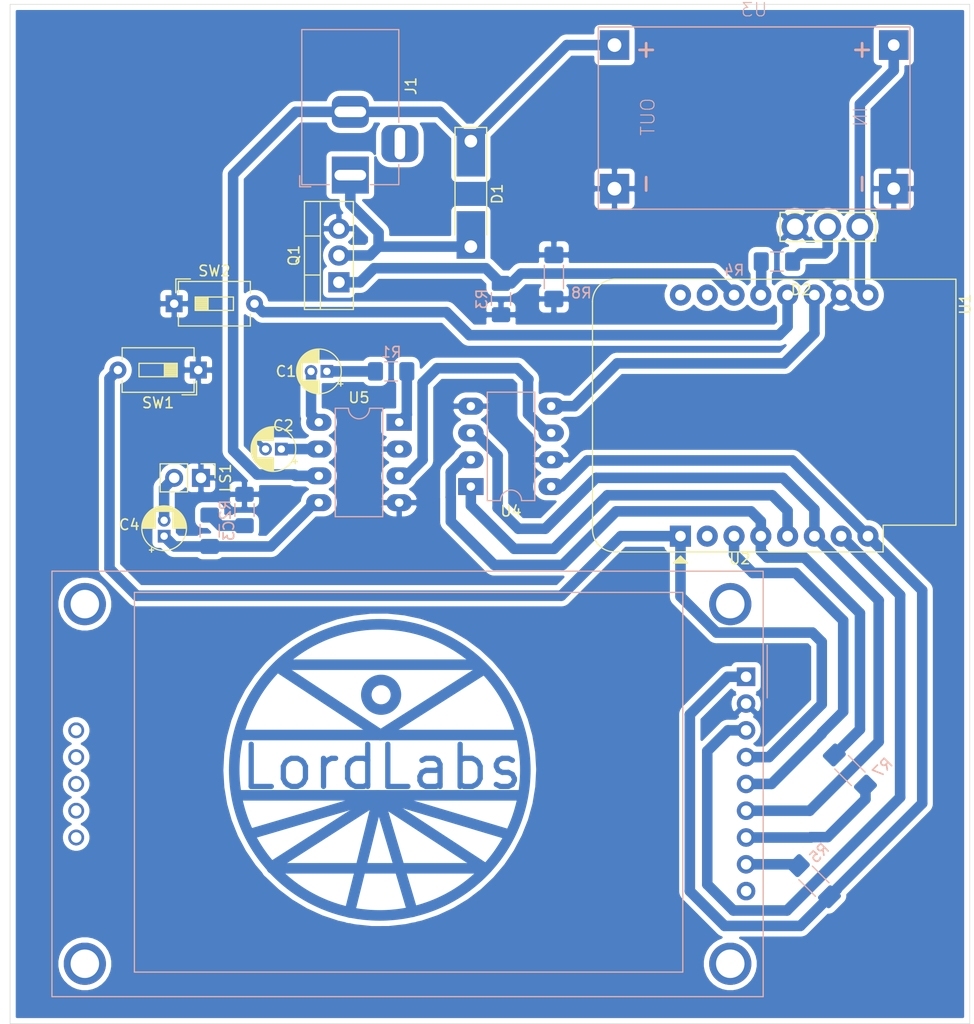
<source format=kicad_pcb>
(kicad_pcb (version 20171130) (host pcbnew "(5.1.0)-1")

  (general
    (thickness 1.6)
    (drawings 19)
    (tracks 174)
    (zones 0)
    (modules 23)
    (nets 34)
  )

  (page A4)
  (layers
    (0 F.Cu signal)
    (31 B.Cu signal)
    (32 B.Adhes user)
    (33 F.Adhes user)
    (34 B.Paste user)
    (35 F.Paste user)
    (36 B.SilkS user)
    (37 F.SilkS user)
    (38 B.Mask user)
    (39 F.Mask user)
    (40 Dwgs.User user)
    (41 Cmts.User user)
    (42 Eco1.User user)
    (43 Eco2.User user)
    (44 Edge.Cuts user)
    (45 Margin user)
    (46 B.CrtYd user)
    (47 F.CrtYd user)
    (48 B.Fab user)
    (49 F.Fab user)
  )

  (setup
    (last_trace_width 1)
    (user_trace_width 0.5)
    (user_trace_width 1)
    (trace_clearance 0.2)
    (zone_clearance 0.508)
    (zone_45_only no)
    (trace_min 0.2)
    (via_size 0.8)
    (via_drill 0.4)
    (via_min_size 0.4)
    (via_min_drill 0.3)
    (user_via 0.8 0.5)
    (uvia_size 0.3)
    (uvia_drill 0.1)
    (uvias_allowed no)
    (uvia_min_size 0.2)
    (uvia_min_drill 0.1)
    (edge_width 0.05)
    (segment_width 0.2)
    (pcb_text_width 0.3)
    (pcb_text_size 1.5 1.5)
    (mod_edge_width 0.12)
    (mod_text_size 1 1)
    (mod_text_width 0.15)
    (pad_size 2 2)
    (pad_drill 1)
    (pad_to_mask_clearance 0.051)
    (solder_mask_min_width 0.25)
    (aux_axis_origin 0 0)
    (visible_elements 7FFFF7FF)
    (pcbplotparams
      (layerselection 0x010fc_ffffffff)
      (usegerberextensions false)
      (usegerberattributes false)
      (usegerberadvancedattributes false)
      (creategerberjobfile false)
      (excludeedgelayer true)
      (linewidth 0.500000)
      (plotframeref false)
      (viasonmask false)
      (mode 1)
      (useauxorigin false)
      (hpglpennumber 1)
      (hpglpenspeed 20)
      (hpglpendiameter 15.000000)
      (psnegative false)
      (psa4output false)
      (plotreference true)
      (plotvalue true)
      (plotinvisibletext false)
      (padsonsilk false)
      (subtractmaskfromsilk false)
      (outputformat 1)
      (mirror false)
      (drillshape 1)
      (scaleselection 1)
      (outputdirectory ""))
  )

  (net 0 "")
  (net 1 "Net-(C1-Pad1)")
  (net 2 "Net-(C1-Pad2)")
  (net 3 GND)
  (net 4 "Net-(C2-Pad1)")
  (net 5 "Net-(C3-Pad1)")
  (net 6 "Net-(C3-Pad2)")
  (net 7 "Net-(C4-Pad2)")
  (net 8 +5V)
  (net 9 "Net-(D2-Pad2)")
  (net 10 +12V)
  (net 11 "Net-(R1-Pad1)")
  (net 12 /VJ)
  (net 13 /LED)
  (net 14 /RST)
  (net 15 /STPA)
  (net 16 "Net-(U1-Pad2)")
  (net 17 /SCK)
  (net 18 /MOSI)
  (net 19 /CSD)
  (net 20 +3V3)
  (net 21 /AW)
  (net 22 /DC)
  (net 23 /CSA)
  (net 24 "Net-(U1-Pad15)")
  (net 25 "Net-(U1-Pad16)")
  (net 26 "Net-(U2-Pad9)")
  (net 27 "Net-(U2-Pad10)")
  (net 28 "Net-(U2-Pad11)")
  (net 29 "Net-(U2-Pad12)")
  (net 30 "Net-(U2-Pad13)")
  (net 31 "Net-(U2-Pad14)")
  (net 32 /PAAO)
  (net 33 "Net-(D1-Pad2)")

  (net_class Default "This is the default net class."
    (clearance 0.2)
    (trace_width 0.25)
    (via_dia 0.8)
    (via_drill 0.4)
    (uvia_dia 0.3)
    (uvia_drill 0.1)
    (add_net +12V)
    (add_net +3V3)
    (add_net +5V)
    (add_net /AW)
    (add_net /CSA)
    (add_net /CSD)
    (add_net /DC)
    (add_net /LED)
    (add_net /MOSI)
    (add_net /PAAO)
    (add_net /RST)
    (add_net /SCK)
    (add_net /STPA)
    (add_net /VJ)
    (add_net GND)
    (add_net "Net-(C1-Pad1)")
    (add_net "Net-(C1-Pad2)")
    (add_net "Net-(C2-Pad1)")
    (add_net "Net-(C3-Pad1)")
    (add_net "Net-(C3-Pad2)")
    (add_net "Net-(C4-Pad2)")
    (add_net "Net-(D1-Pad2)")
    (add_net "Net-(D2-Pad2)")
    (add_net "Net-(R1-Pad1)")
    (add_net "Net-(U1-Pad15)")
    (add_net "Net-(U1-Pad16)")
    (add_net "Net-(U1-Pad2)")
    (add_net "Net-(U2-Pad10)")
    (add_net "Net-(U2-Pad11)")
    (add_net "Net-(U2-Pad12)")
    (add_net "Net-(U2-Pad13)")
    (add_net "Net-(U2-Pad14)")
    (add_net "Net-(U2-Pad9)")
  )

  (module Display:CR2013-MI2120 (layer B.Cu) (tedit 5D3F9C4F) (tstamp 5D3BD4D8)
    (at 168.275 124.587 180)
    (descr "CR2013-MI2120 ILI9341 LCD Breakout http://pan.baidu.com/s/11Y990")
    (tags "CR2013-MI2120 ILI9341 LCD Breakout")
    (path /5CF474DD)
    (fp_text reference U2 (at 0.59 11.18 180) (layer F.SilkS)
      (effects (font (size 1 1) (thickness 0.15)))
    )
    (fp_text value CR2013-MI2120 (at 13.081 -28.1305 180) (layer F.Fab)
      (effects (font (size 1 1) (thickness 0.15)))
    )
    (fp_line (start -1.5 -30.21) (end -1.5 -1) (layer B.Fab) (width 0.1))
    (fp_line (start 65.7 -30.21) (end -1.5 -30.21) (layer B.Fab) (width 0.1))
    (fp_line (start 65.7 9.89) (end 65.7 -30.21) (layer B.Fab) (width 0.1))
    (fp_line (start -1.5 9.89) (end 65.7 9.89) (layer B.Fab) (width 0.1))
    (fp_line (start -1.62 -30.33) (end -1.62 10.01) (layer B.SilkS) (width 0.12))
    (fp_line (start 65.82 -30.33) (end -1.62 -30.33) (layer B.SilkS) (width 0.12))
    (fp_line (start 65.82 10.01) (end 65.82 -30.33) (layer B.SilkS) (width 0.12))
    (fp_line (start -1.62 10.01) (end 65.82 10.01) (layer B.SilkS) (width 0.12))
    (fp_line (start -1.75 -30.46) (end -1.75 10.14) (layer B.CrtYd) (width 0.05))
    (fp_line (start 65.95 -30.46) (end -1.75 -30.46) (layer B.CrtYd) (width 0.05))
    (fp_line (start 65.95 10.14) (end 65.95 -30.46) (layer B.CrtYd) (width 0.05))
    (fp_line (start -1.75 10.14) (end 65.95 10.14) (layer B.CrtYd) (width 0.05))
    (fp_text user %R (at 31.58 -9.55 180) (layer F.Fab)
      (effects (font (size 1 1) (thickness 0.15)))
    )
    (fp_line (start -2 3) (end -2 -2) (layer B.SilkS) (width 0.12))
    (fp_line (start -1.5 1) (end -1.5 9.89) (layer B.Fab) (width 0.1))
    (fp_line (start -0.5 0) (end -1.5 1) (layer B.Fab) (width 0.1))
    (fp_line (start -1.5 -1) (end -0.5 0) (layer B.Fab) (width 0.1))
    (fp_line (start 6 -28) (end 6 8) (layer B.SilkS) (width 0.12))
    (fp_line (start 58 -28) (end 6 -28) (layer B.SilkS) (width 0.12))
    (fp_line (start 58 8) (end 58 -28) (layer B.SilkS) (width 0.12))
    (fp_line (start 6 8) (end 58 8) (layer B.SilkS) (width 0.12))
    (pad "" thru_hole circle (at 1.5 -27.21 180) (size 4 4) (drill 2.7) (layers *.Cu *.Mask))
    (pad "" thru_hole circle (at 62.7 -27.21 180) (size 4 4) (drill 2.7) (layers *.Cu *.Mask))
    (pad "" thru_hole circle (at 62.7 6.89 180) (size 4 4) (drill 2.7) (layers *.Cu *.Mask))
    (pad "" thru_hole circle (at 1.5 6.89 180) (size 4 4) (drill 2.7) (layers *.Cu *.Mask))
    (pad 14 thru_hole circle (at 63.52 -15.24 180) (size 1.5 1.5) (drill 1) (layers *.Cu *.Mask)
      (net 31 "Net-(U2-Pad14)"))
    (pad 13 thru_hole circle (at 63.52 -12.7 180) (size 1.5 1.5) (drill 1) (layers *.Cu *.Mask)
      (net 30 "Net-(U2-Pad13)"))
    (pad 12 thru_hole circle (at 63.52 -10.16 180) (size 1.5 1.5) (drill 1) (layers *.Cu *.Mask)
      (net 29 "Net-(U2-Pad12)"))
    (pad 11 thru_hole circle (at 63.52 -7.62 180) (size 1.5 1.5) (drill 1) (layers *.Cu *.Mask)
      (net 28 "Net-(U2-Pad11)"))
    (pad 10 thru_hole circle (at 63.52 -5.08 180) (size 1.5 1.5) (drill 1) (layers *.Cu *.Mask)
      (net 27 "Net-(U2-Pad10)"))
    (pad 9 thru_hole circle (at 0 -20.32 180) (size 1.75 1.75) (drill 1) (layers *.Cu *.Mask)
      (net 26 "Net-(U2-Pad9)"))
    (pad 8 thru_hole circle (at 0 -17.78 180) (size 1.75 1.75) (drill 1) (layers *.Cu *.Mask)
      (net 20 +3V3))
    (pad 7 thru_hole circle (at 0 -15.24 180) (size 1.75 1.75) (drill 1) (layers *.Cu *.Mask)
      (net 17 /SCK))
    (pad 6 thru_hole circle (at 0 -12.7 180) (size 1.75 1.75) (drill 1) (layers *.Cu *.Mask)
      (net 18 /MOSI))
    (pad 5 thru_hole circle (at 0 -10.16 180) (size 1.75 1.75) (drill 1) (layers *.Cu *.Mask)
      (net 22 /DC))
    (pad 4 thru_hole circle (at 0 -7.62 180) (size 1.75 1.75) (drill 1) (layers *.Cu *.Mask)
      (net 14 /RST))
    (pad 3 thru_hole circle (at 0 -5.08 180) (size 1.75 1.75) (drill 1) (layers *.Cu *.Mask)
      (net 19 /CSD))
    (pad 2 thru_hole circle (at 0 -2.54 180) (size 1.75 1.75) (drill 1) (layers *.Cu *.Mask)
      (net 3 GND))
    (pad 1 thru_hole rect (at 0 0 180) (size 1.75 1.75) (drill 1) (layers *.Cu *.Mask)
      (net 20 +3V3))
    (model ${KISYS3DMOD}/Display.3dshapes/CR2013-MI2120.wrl
      (at (xyz 0 0 0))
      (scale (xyz 1 1 1))
      (rotate (xyz 0 0 0))
    )
  )

  (module Resistor_SMD:R_1806_4516Metric_Pad1.57x1.80mm_HandSolder (layer B.Cu) (tedit 5B301BBD) (tstamp 5D3B9AA6)
    (at 178.1175 133.477 135)
    (descr "Resistor SMD 1806 (4516 Metric), square (rectangular) end terminal, IPC_7351 nominal with elongated pad for handsoldering. (Body size source: https://www.modelithics.com/models/Vendor/MuRata/BLM41P.pdf), generated with kicad-footprint-generator")
    (tags "resistor handsolder")
    (path /5D3D4702)
    (attr smd)
    (fp_text reference R7 (at -2.020558 2.379768 225) (layer B.SilkS)
      (effects (font (size 1 1) (thickness 0.15)) (justify mirror))
    )
    (fp_text value "R 0" (at 0 -1.82 135) (layer B.Fab)
      (effects (font (size 1 1) (thickness 0.15)) (justify mirror))
    )
    (fp_line (start -2.25 -0.8) (end -2.25 0.8) (layer B.Fab) (width 0.1))
    (fp_line (start -2.25 0.8) (end 2.25 0.8) (layer B.Fab) (width 0.1))
    (fp_line (start 2.25 0.8) (end 2.25 -0.8) (layer B.Fab) (width 0.1))
    (fp_line (start 2.25 -0.8) (end -2.25 -0.8) (layer B.Fab) (width 0.1))
    (fp_line (start -1.111252 0.91) (end 1.111252 0.91) (layer B.SilkS) (width 0.12))
    (fp_line (start -1.111252 -0.91) (end 1.111252 -0.91) (layer B.SilkS) (width 0.12))
    (fp_line (start -3.12 -1.15) (end -3.12 1.15) (layer B.CrtYd) (width 0.05))
    (fp_line (start -3.12 1.15) (end 3.12 1.15) (layer B.CrtYd) (width 0.05))
    (fp_line (start 3.12 1.15) (end 3.12 -1.15) (layer B.CrtYd) (width 0.05))
    (fp_line (start 3.12 -1.15) (end -3.12 -1.15) (layer B.CrtYd) (width 0.05))
    (fp_text user %R (at 0 0 135) (layer B.Fab)
      (effects (font (size 0.8 0.8) (thickness 0.12)) (justify mirror))
    )
    (pad 1 smd roundrect (at -2.0875 0 135) (size 1.575 1.8) (layers B.Cu B.Paste B.Mask) (roundrect_rratio 0.15873)
      (net 17 /SCK))
    (pad 2 smd roundrect (at 2.0875 0 135) (size 1.575 1.8) (layers B.Cu B.Paste B.Mask) (roundrect_rratio 0.15873)
      (net 17 /SCK))
    (model ${KISYS3DMOD}/Resistor_SMD.3dshapes/R_1806_4516Metric.wrl
      (at (xyz 0 0 0))
      (scale (xyz 1 1 1))
      (rotate (xyz 0 0 0))
    )
  )

  (module Resistor_SMD:R_1806_4516Metric_Pad1.57x1.80mm_HandSolder (layer B.Cu) (tedit 5B301BBD) (tstamp 5E54C45B)
    (at 174.704085 143.970085 135)
    (descr "Resistor SMD 1806 (4516 Metric), square (rectangular) end terminal, IPC_7351 nominal with elongated pad for handsoldering. (Body size source: https://www.modelithics.com/models/Vendor/MuRata/BLM41P.pdf), generated with kicad-footprint-generator")
    (tags "resistor handsolder")
    (path /5D3D733F)
    (attr smd)
    (fp_text reference R5 (at 1.526644 2.245064 45) (layer B.SilkS)
      (effects (font (size 1 1) (thickness 0.15)) (justify mirror))
    )
    (fp_text value "R 0" (at 0 -1.82 135) (layer B.Fab)
      (effects (font (size 1 1) (thickness 0.15)) (justify mirror))
    )
    (fp_line (start -2.25 -0.8) (end -2.25 0.8) (layer B.Fab) (width 0.1))
    (fp_line (start -2.25 0.8) (end 2.25 0.8) (layer B.Fab) (width 0.1))
    (fp_line (start 2.25 0.8) (end 2.25 -0.8) (layer B.Fab) (width 0.1))
    (fp_line (start 2.25 -0.8) (end -2.25 -0.8) (layer B.Fab) (width 0.1))
    (fp_line (start -1.111252 0.91) (end 1.111252 0.91) (layer B.SilkS) (width 0.12))
    (fp_line (start -1.111252 -0.91) (end 1.111252 -0.91) (layer B.SilkS) (width 0.12))
    (fp_line (start -3.12 -1.15) (end -3.12 1.15) (layer B.CrtYd) (width 0.05))
    (fp_line (start -3.12 1.15) (end 3.12 1.15) (layer B.CrtYd) (width 0.05))
    (fp_line (start 3.12 1.15) (end 3.12 -1.15) (layer B.CrtYd) (width 0.05))
    (fp_line (start 3.12 -1.15) (end -3.12 -1.15) (layer B.CrtYd) (width 0.05))
    (fp_text user %R (at 0 0 135) (layer B.Fab)
      (effects (font (size 0.8 0.8) (thickness 0.12)) (justify mirror))
    )
    (pad 1 smd roundrect (at -2.0875 0 135) (size 1.575 1.8) (layers B.Cu B.Paste B.Mask) (roundrect_rratio 0.15873)
      (net 20 +3V3))
    (pad 2 smd roundrect (at 2.0875 0 135) (size 1.575 1.8) (layers B.Cu B.Paste B.Mask) (roundrect_rratio 0.15873)
      (net 20 +3V3))
    (model ${KISYS3DMOD}/Resistor_SMD.3dshapes/R_1806_4516Metric.wrl
      (at (xyz 0 0 0))
      (scale (xyz 1 1 1))
      (rotate (xyz 0 0 0))
    )
  )

  (module Resistor_SMD:R_1806_4516Metric_Pad1.57x1.80mm_HandSolder (layer B.Cu) (tedit 5B301BBD) (tstamp 5E54E1F0)
    (at 150.0505 86.6775 90)
    (descr "Resistor SMD 1806 (4516 Metric), square (rectangular) end terminal, IPC_7351 nominal with elongated pad for handsoldering. (Body size source: https://www.modelithics.com/models/Vendor/MuRata/BLM41P.pdf), generated with kicad-footprint-generator")
    (tags "resistor handsolder")
    (path /5D3EF93F)
    (attr smd)
    (fp_text reference R8 (at -1.524 2.6035 -180) (layer B.SilkS)
      (effects (font (size 1 1) (thickness 0.15)) (justify mirror))
    )
    (fp_text value "R 0" (at 0 -1.82 90) (layer B.Fab)
      (effects (font (size 1 1) (thickness 0.15)) (justify mirror))
    )
    (fp_text user %R (at 0 0 90) (layer B.Fab)
      (effects (font (size 0.8 0.8) (thickness 0.12)) (justify mirror))
    )
    (fp_line (start 3.12 -1.15) (end -3.12 -1.15) (layer B.CrtYd) (width 0.05))
    (fp_line (start 3.12 1.15) (end 3.12 -1.15) (layer B.CrtYd) (width 0.05))
    (fp_line (start -3.12 1.15) (end 3.12 1.15) (layer B.CrtYd) (width 0.05))
    (fp_line (start -3.12 -1.15) (end -3.12 1.15) (layer B.CrtYd) (width 0.05))
    (fp_line (start -1.111252 -0.91) (end 1.111252 -0.91) (layer B.SilkS) (width 0.12))
    (fp_line (start -1.111252 0.91) (end 1.111252 0.91) (layer B.SilkS) (width 0.12))
    (fp_line (start 2.25 -0.8) (end -2.25 -0.8) (layer B.Fab) (width 0.1))
    (fp_line (start 2.25 0.8) (end 2.25 -0.8) (layer B.Fab) (width 0.1))
    (fp_line (start -2.25 0.8) (end 2.25 0.8) (layer B.Fab) (width 0.1))
    (fp_line (start -2.25 -0.8) (end -2.25 0.8) (layer B.Fab) (width 0.1))
    (pad 2 smd roundrect (at 2.0875 0 90) (size 1.575 1.8) (layers B.Cu B.Paste B.Mask) (roundrect_rratio 0.15873)
      (net 3 GND))
    (pad 1 smd roundrect (at -2.0875 0 90) (size 1.575 1.8) (layers B.Cu B.Paste B.Mask) (roundrect_rratio 0.15873)
      (net 3 GND))
    (model ${KISYS3DMOD}/Resistor_SMD.3dshapes/R_1806_4516Metric.wrl
      (at (xyz 0 0 0))
      (scale (xyz 1 1 1))
      (rotate (xyz 0 0 0))
    )
  )

  (module Module:WEMOS_D1_mini_light (layer F.Cu) (tedit 5D3F9C9B) (tstamp 5D38F4D0)
    (at 162.052 111.252 90)
    (descr "16-pin module, column spacing 22.86 mm (900 mils), https://wiki.wemos.cc/products:d1:d1_mini, https://c1.staticflickr.com/1/734/31400410271_f278b087db_z.jpg")
    (tags "ESP8266 WiFi microcontroller")
    (path /5CE336BC)
    (fp_text reference U1 (at 22 27 90) (layer F.SilkS)
      (effects (font (size 1 1) (thickness 0.15)))
    )
    (fp_text value WeMos_D1_mini (at 13.335 18.669 180) (layer F.Fab)
      (effects (font (size 1 1) (thickness 0.15)))
    )
    (fp_line (start 1.04 26.12) (end 24.36 26.12) (layer F.SilkS) (width 0.12))
    (fp_line (start -1.5 19.22) (end -1.5 -6.21) (layer F.SilkS) (width 0.12))
    (fp_line (start 24.36 26.12) (end 24.36 -6.21) (layer F.SilkS) (width 0.12))
    (fp_line (start 22.24 -8.34) (end 0.63 -8.34) (layer F.SilkS) (width 0.12))
    (fp_line (start 1.17 25.99) (end 24.23 25.99) (layer F.Fab) (width 0.1))
    (fp_line (start 24.23 25.99) (end 24.23 -6.21) (layer F.Fab) (width 0.1))
    (fp_line (start 22.23 -8.21) (end 0.63 -8.21) (layer F.Fab) (width 0.1))
    (fp_line (start -1.37 1) (end -1.37 19.09) (layer F.Fab) (width 0.1))
    (fp_text user %R (at 16.002 13.843 180) (layer F.Fab)
      (effects (font (size 1 1) (thickness 0.15)))
    )
    (fp_line (start -1.62 -8.46) (end 24.48 -8.46) (layer F.CrtYd) (width 0.05))
    (fp_line (start 24.48 -8.41) (end 24.48 26.24) (layer F.CrtYd) (width 0.05))
    (fp_line (start 24.48 26.24) (end -1.62 26.24) (layer F.CrtYd) (width 0.05))
    (fp_line (start -1.62 26.24) (end -1.62 -8.46) (layer F.CrtYd) (width 0.05))
    (fp_poly (pts (xy -2.54 -0.635) (xy -2.54 0.635) (xy -1.905 0)) (layer F.SilkS) (width 0.15))
    (fp_line (start -1.35 -1.4) (end 24.25 -1.4) (layer Dwgs.User) (width 0.1))
    (fp_line (start 24.25 -1.4) (end 24.25 -8.2) (layer Dwgs.User) (width 0.1))
    (fp_line (start 24.25 -8.2) (end -1.35 -8.2) (layer Dwgs.User) (width 0.1))
    (fp_line (start -1.35 -8.2) (end -1.35 -1.4) (layer Dwgs.User) (width 0.1))
    (fp_line (start -1.35 -1.4) (end 5.45 -8.2) (layer Dwgs.User) (width 0.1))
    (fp_line (start 0.65 -1.4) (end 7.45 -8.2) (layer Dwgs.User) (width 0.1))
    (fp_line (start 2.65 -1.4) (end 9.45 -8.2) (layer Dwgs.User) (width 0.1))
    (fp_line (start 4.65 -1.4) (end 11.45 -8.2) (layer Dwgs.User) (width 0.1))
    (fp_line (start 6.65 -1.4) (end 13.45 -8.2) (layer Dwgs.User) (width 0.1))
    (fp_line (start 8.65 -1.4) (end 15.45 -8.2) (layer Dwgs.User) (width 0.1))
    (fp_line (start 10.65 -1.4) (end 17.45 -8.2) (layer Dwgs.User) (width 0.1))
    (fp_line (start 12.65 -1.4) (end 19.45 -8.2) (layer Dwgs.User) (width 0.1))
    (fp_line (start 14.65 -1.4) (end 21.45 -8.2) (layer Dwgs.User) (width 0.1))
    (fp_line (start 16.65 -1.4) (end 23.45 -8.2) (layer Dwgs.User) (width 0.1))
    (fp_line (start 18.65 -1.4) (end 24.25 -7) (layer Dwgs.User) (width 0.1))
    (fp_line (start 20.65 -1.4) (end 24.25 -5) (layer Dwgs.User) (width 0.1))
    (fp_line (start 22.65 -1.4) (end 24.25 -3) (layer Dwgs.User) (width 0.1))
    (fp_line (start -1.35 -3.4) (end 3.45 -8.2) (layer Dwgs.User) (width 0.1))
    (fp_line (start -1.3 -5.45) (end 1.45 -8.2) (layer Dwgs.User) (width 0.1))
    (fp_line (start -1.35 -7.4) (end -0.55 -8.2) (layer Dwgs.User) (width 0.1))
    (fp_line (start -1.37 19.09) (end 1.17 19.09) (layer F.Fab) (width 0.1))
    (fp_line (start 1.17 19.09) (end 1.17 25.99) (layer F.Fab) (width 0.1))
    (fp_line (start -1.37 -6.21) (end -1.37 -1) (layer F.Fab) (width 0.1))
    (fp_line (start -1.37 1) (end -0.37 0) (layer F.Fab) (width 0.1))
    (fp_line (start -0.37 0) (end -1.37 -1) (layer F.Fab) (width 0.1))
    (fp_arc (start 0.63 -6.21) (end 0.63 -8.21) (angle -90) (layer F.Fab) (width 0.1))
    (fp_arc (start 22.23 -6.21) (end 24.23 -6.19) (angle -90) (layer F.Fab) (width 0.1))
    (fp_line (start -1.5 19.22) (end 1.04 19.22) (layer F.SilkS) (width 0.12))
    (fp_line (start 1.04 19.22) (end 1.04 26.12) (layer F.SilkS) (width 0.12))
    (fp_arc (start 0.63 -6.21) (end 0.63 -8.34) (angle -90) (layer F.SilkS) (width 0.12))
    (fp_arc (start 22.23 -6.21) (end 24.36 -6.21) (angle -90) (layer F.SilkS) (width 0.12))
    (fp_text user "KEEP OUT" (at 11.43 -6.35 90) (layer Cmts.User)
      (effects (font (size 1 1) (thickness 0.15)))
    )
    (fp_text user "No copper" (at 11.43 -3.81 90) (layer Cmts.User)
      (effects (font (size 1 1) (thickness 0.15)))
    )
    (pad 2 thru_hole circle (at 0 2.54 90) (size 2 2) (drill 1) (layers *.Cu *.Mask)
      (net 16 "Net-(U1-Pad2)"))
    (pad 1 thru_hole rect (at 0 0 90) (size 2 2) (drill 1) (layers *.Cu *.Mask)
      (net 14 /RST))
    (pad 3 thru_hole circle (at 0 5.08 90) (size 2 2) (drill 1) (layers *.Cu *.Mask)
      (net 22 /DC))
    (pad 4 thru_hole circle (at 0 7.62 90) (size 2 2) (drill 1) (layers *.Cu *.Mask)
      (net 17 /SCK))
    (pad 5 thru_hole circle (at 0 10.16 90) (size 2 2) (drill 1) (layers *.Cu *.Mask)
      (net 23 /CSA))
    (pad 6 thru_hole circle (at 0 12.7 90) (size 2 2) (drill 1) (layers *.Cu *.Mask)
      (net 18 /MOSI))
    (pad 7 thru_hole circle (at 0 15.24 90) (size 2 2) (drill 1) (layers *.Cu *.Mask)
      (net 19 /CSD))
    (pad 8 thru_hole circle (at 0 17.78 90) (size 2 2) (drill 1) (layers *.Cu *.Mask)
      (net 20 +3V3))
    (pad 9 thru_hole circle (at 22.86 17.78 90) (size 2 2) (drill 1) (layers *.Cu *.Mask)
      (net 8 +5V))
    (pad 10 thru_hole circle (at 22.86 15.24 90) (size 2 2) (drill 1) (layers *.Cu *.Mask)
      (net 3 GND))
    (pad 11 thru_hole circle (at 22.86 12.7 90) (size 2 2) (drill 1) (layers *.Cu *.Mask)
      (net 21 /AW))
    (pad 12 thru_hole circle (at 22.86 10.16 90) (size 2 2) (drill 1) (layers *.Cu *.Mask)
      (net 15 /STPA))
    (pad 13 thru_hole circle (at 22.86 7.62 90) (size 2 2) (drill 1) (layers *.Cu *.Mask)
      (net 13 /LED))
    (pad 14 thru_hole circle (at 22.86 5.08 90) (size 2 2) (drill 1) (layers *.Cu *.Mask)
      (net 12 /VJ))
    (pad 15 thru_hole circle (at 22.86 2.54 90) (size 2 2) (drill 1) (layers *.Cu *.Mask)
      (net 24 "Net-(U1-Pad15)"))
    (pad 16 thru_hole circle (at 22.86 0 90) (size 2 2) (drill 1) (layers *.Cu *.Mask)
      (net 25 "Net-(U1-Pad16)"))
    (model ${KISYS3DMOD}/Module.3dshapes/WEMOS_D1_mini_light.wrl
      (at (xyz 0 0 0))
      (scale (xyz 1 1 1))
      (rotate (xyz 0 0 0))
    )
    (model ${KISYS3DMOD}/Connector_PinHeader_2.54mm.3dshapes/PinHeader_1x08_P2.54mm_Vertical.wrl
      (offset (xyz 0 0 9.5))
      (scale (xyz 1 1 1))
      (rotate (xyz 0 -180 0))
    )
    (model ${KISYS3DMOD}/Connector_PinHeader_2.54mm.3dshapes/PinHeader_1x08_P2.54mm_Vertical.wrl
      (offset (xyz 22.86 0 9.5))
      (scale (xyz 1 1 1))
      (rotate (xyz 0 -180 0))
    )
    (model ${KISYS3DMOD}/Connector_PinSocket_2.54mm.3dshapes/PinSocket_1x08_P2.54mm_Vertical.wrl
      (at (xyz 0 0 0))
      (scale (xyz 1 1 1))
      (rotate (xyz 0 0 0))
    )
    (model ${KISYS3DMOD}/Connector_PinSocket_2.54mm.3dshapes/PinSocket_1x08_P2.54mm_Vertical.wrl
      (offset (xyz 22.86 0 0))
      (scale (xyz 1 1 1))
      (rotate (xyz 0 0 0))
    )
  )

  (module Package_TO_SOT_THT:TO-220-3_Vertical (layer F.Cu) (tedit 5AC8BA0D) (tstamp 5E54E47A)
    (at 129.667 87.1855 90)
    (descr "TO-220-3, Vertical, RM 2.54mm, see https://www.vishay.com/docs/66542/to-220-1.pdf")
    (tags "TO-220-3 Vertical RM 2.54mm")
    (path /5CFC80F7)
    (fp_text reference Q1 (at 2.54 -4.27 90) (layer F.SilkS)
      (effects (font (size 1 1) (thickness 0.15)))
    )
    (fp_text value FQP30N06L (at 2.54 2.5 90) (layer F.Fab)
      (effects (font (size 1 1) (thickness 0.15)))
    )
    (fp_text user %R (at 2.54 -4.27 90) (layer F.Fab)
      (effects (font (size 1 1) (thickness 0.15)))
    )
    (fp_line (start 7.79 -3.4) (end -2.71 -3.4) (layer F.CrtYd) (width 0.05))
    (fp_line (start 7.79 1.51) (end 7.79 -3.4) (layer F.CrtYd) (width 0.05))
    (fp_line (start -2.71 1.51) (end 7.79 1.51) (layer F.CrtYd) (width 0.05))
    (fp_line (start -2.71 -3.4) (end -2.71 1.51) (layer F.CrtYd) (width 0.05))
    (fp_line (start 4.391 -3.27) (end 4.391 -1.76) (layer F.SilkS) (width 0.12))
    (fp_line (start 0.69 -3.27) (end 0.69 -1.76) (layer F.SilkS) (width 0.12))
    (fp_line (start -2.58 -1.76) (end 7.66 -1.76) (layer F.SilkS) (width 0.12))
    (fp_line (start 7.66 -3.27) (end 7.66 1.371) (layer F.SilkS) (width 0.12))
    (fp_line (start -2.58 -3.27) (end -2.58 1.371) (layer F.SilkS) (width 0.12))
    (fp_line (start -2.58 1.371) (end 7.66 1.371) (layer F.SilkS) (width 0.12))
    (fp_line (start -2.58 -3.27) (end 7.66 -3.27) (layer F.SilkS) (width 0.12))
    (fp_line (start 4.39 -3.15) (end 4.39 -1.88) (layer F.Fab) (width 0.1))
    (fp_line (start 0.69 -3.15) (end 0.69 -1.88) (layer F.Fab) (width 0.1))
    (fp_line (start -2.46 -1.88) (end 7.54 -1.88) (layer F.Fab) (width 0.1))
    (fp_line (start 7.54 -3.15) (end -2.46 -3.15) (layer F.Fab) (width 0.1))
    (fp_line (start 7.54 1.25) (end 7.54 -3.15) (layer F.Fab) (width 0.1))
    (fp_line (start -2.46 1.25) (end 7.54 1.25) (layer F.Fab) (width 0.1))
    (fp_line (start -2.46 -3.15) (end -2.46 1.25) (layer F.Fab) (width 0.1))
    (pad 3 thru_hole oval (at 5.08 0 90) (size 1.905 2) (drill 1.1) (layers *.Cu *.Mask)
      (net 3 GND))
    (pad 2 thru_hole oval (at 2.54 0 90) (size 1.905 2) (drill 1.1) (layers *.Cu *.Mask)
      (net 33 "Net-(D1-Pad2)"))
    (pad 1 thru_hole rect (at 0 0 90) (size 1.905 2) (drill 1.1) (layers *.Cu *.Mask)
      (net 12 /VJ))
    (model ${KISYS3DMOD}/Package_TO_SOT_THT.3dshapes/TO-220-3_Vertical.wrl
      (at (xyz 0 0 0))
      (scale (xyz 1 1 1))
      (rotate (xyz 0 0 0))
    )
  )

  (module Resistor_SMD:R_1206_3216Metric_Pad1.42x1.75mm_HandSolder (layer B.Cu) (tedit 5B301BBD) (tstamp 5D38F609)
    (at 120.7135 108.7755 270)
    (descr "Resistor SMD 1206 (3216 Metric), square (rectangular) end terminal, IPC_7351 nominal with elongated pad for handsoldering. (Body size source: http://www.tortai-tech.com/upload/download/2011102023233369053.pdf), generated with kicad-footprint-generator")
    (tags "resistor handsolder")
    (path /5CFF71DE)
    (attr smd)
    (fp_text reference R2 (at 0 1.82 270) (layer B.SilkS)
      (effects (font (size 1 1) (thickness 0.15)) (justify mirror))
    )
    (fp_text value "R 10Ω" (at 0 -1.82 270) (layer B.Fab)
      (effects (font (size 1 1) (thickness 0.15)) (justify mirror))
    )
    (fp_text user %R (at -0.0635 -2.3495 180) (layer B.Fab)
      (effects (font (size 0.8 0.8) (thickness 0.12)) (justify mirror))
    )
    (fp_line (start 2.45 -1.12) (end -2.45 -1.12) (layer B.CrtYd) (width 0.05))
    (fp_line (start 2.45 1.12) (end 2.45 -1.12) (layer B.CrtYd) (width 0.05))
    (fp_line (start -2.45 1.12) (end 2.45 1.12) (layer B.CrtYd) (width 0.05))
    (fp_line (start -2.45 -1.12) (end -2.45 1.12) (layer B.CrtYd) (width 0.05))
    (fp_line (start -0.602064 -0.91) (end 0.602064 -0.91) (layer B.SilkS) (width 0.12))
    (fp_line (start -0.602064 0.91) (end 0.602064 0.91) (layer B.SilkS) (width 0.12))
    (fp_line (start 1.6 -0.8) (end -1.6 -0.8) (layer B.Fab) (width 0.1))
    (fp_line (start 1.6 0.8) (end 1.6 -0.8) (layer B.Fab) (width 0.1))
    (fp_line (start -1.6 0.8) (end 1.6 0.8) (layer B.Fab) (width 0.1))
    (fp_line (start -1.6 -0.8) (end -1.6 0.8) (layer B.Fab) (width 0.1))
    (pad 2 smd roundrect (at 1.4875 0 270) (size 1.425 1.75) (layers B.Cu B.Paste B.Mask) (roundrect_rratio 0.175439)
      (net 6 "Net-(C3-Pad2)"))
    (pad 1 smd roundrect (at -1.4875 0 270) (size 1.425 1.75) (layers B.Cu B.Paste B.Mask) (roundrect_rratio 0.175439)
      (net 3 GND))
    (model ${KISYS3DMOD}/Resistor_SMD.3dshapes/R_1206_3216Metric.wrl
      (at (xyz 0 0 0))
      (scale (xyz 1 1 1))
      (rotate (xyz 0 0 0))
    )
  )

  (module Package_DIP:DIP-8_W7.62mm_LongPads (layer B.Cu) (tedit 5A02E8C5) (tstamp 5E54EA08)
    (at 142.1765 106.553)
    (descr "8-lead though-hole mounted DIP package, row spacing 7.62 mm (300 mils), LongPads")
    (tags "THT DIP DIL PDIP 2.54mm 7.62mm 300mil LongPads")
    (path /5CFD5E1D)
    (fp_text reference U4 (at 3.81 2.33) (layer F.SilkS)
      (effects (font (size 1 1) (thickness 0.15)))
    )
    (fp_text value MCP41010 (at 5.461 -12.446) (layer F.Fab)
      (effects (font (size 1 1) (thickness 0.15)))
    )
    (fp_arc (start 3.81 1.33) (end 2.81 1.33) (angle 180) (layer B.SilkS) (width 0.12))
    (fp_line (start 1.635 1.27) (end 6.985 1.27) (layer B.Fab) (width 0.1))
    (fp_line (start 6.985 1.27) (end 6.985 -8.89) (layer B.Fab) (width 0.1))
    (fp_line (start 6.985 -8.89) (end 0.635 -8.89) (layer B.Fab) (width 0.1))
    (fp_line (start 0.635 -8.89) (end 0.635 0.27) (layer B.Fab) (width 0.1))
    (fp_line (start 0.635 0.27) (end 1.635 1.27) (layer B.Fab) (width 0.1))
    (fp_line (start 2.81 1.33) (end 1.56 1.33) (layer B.SilkS) (width 0.12))
    (fp_line (start 1.56 1.33) (end 1.56 -8.95) (layer B.SilkS) (width 0.12))
    (fp_line (start 1.56 -8.95) (end 6.06 -8.95) (layer B.SilkS) (width 0.12))
    (fp_line (start 6.06 -8.95) (end 6.06 1.33) (layer B.SilkS) (width 0.12))
    (fp_line (start 6.06 1.33) (end 4.81 1.33) (layer B.SilkS) (width 0.12))
    (fp_line (start -1.45 1.55) (end -1.45 -9.15) (layer B.CrtYd) (width 0.05))
    (fp_line (start -1.45 -9.15) (end 9.1 -9.15) (layer B.CrtYd) (width 0.05))
    (fp_line (start 9.1 -9.15) (end 9.1 1.55) (layer B.CrtYd) (width 0.05))
    (fp_line (start 9.1 1.55) (end -1.45 1.55) (layer B.CrtYd) (width 0.05))
    (fp_text user %R (at 3.81 -3.81) (layer F.Fab)
      (effects (font (size 1 1) (thickness 0.15)))
    )
    (pad 1 thru_hole rect (at 0 0) (size 2.4 1.6) (drill 0.8) (layers *.Cu *.Mask)
      (net 23 /CSA))
    (pad 5 thru_hole oval (at 7.62 -7.62) (size 2.4 1.6) (drill 0.8) (layers *.Cu *.Mask)
      (net 21 /AW))
    (pad 2 thru_hole oval (at 0 -2.54) (size 2.4 1.6) (drill 0.8) (layers *.Cu *.Mask)
      (net 17 /SCK))
    (pad 6 thru_hole oval (at 7.62 -5.08) (size 2.4 1.6) (drill 0.8) (layers *.Cu *.Mask)
      (net 32 /PAAO))
    (pad 3 thru_hole oval (at 0 -5.08) (size 2.4 1.6) (drill 0.8) (layers *.Cu *.Mask)
      (net 18 /MOSI))
    (pad 7 thru_hole oval (at 7.62 -2.54) (size 2.4 1.6) (drill 0.8) (layers *.Cu *.Mask)
      (net 3 GND))
    (pad 4 thru_hole oval (at 0 -7.62) (size 2.4 1.6) (drill 0.8) (layers *.Cu *.Mask)
      (net 3 GND))
    (pad 8 thru_hole oval (at 7.62 0) (size 2.4 1.6) (drill 0.8) (layers *.Cu *.Mask)
      (net 20 +3V3))
    (model ${KISYS3DMOD}/Package_DIP.3dshapes/DIP-8_W7.62mm.wrl
      (at (xyz 0 0 0))
      (scale (xyz 1 1 1))
      (rotate (xyz 0 0 0))
    )
  )

  (module Connector_BarrelJack:BarrelJack_Horizontal (layer B.Cu) (tedit 5A1DBF6A) (tstamp 5D38DD27)
    (at 130.7465 77.0255 270)
    (descr "DC Barrel Jack")
    (tags "Power Jack")
    (path /5CE31C45)
    (fp_text reference J1 (at -8.45 -5.75 270) (layer F.SilkS)
      (effects (font (size 1 1) (thickness 0.15)))
    )
    (fp_text value "Vibrate Jack" (at 1.651 7.493) (layer F.Fab)
      (effects (font (size 1 1) (thickness 0.15)))
    )
    (fp_line (start 0 4.5) (end -13.7 4.5) (layer B.Fab) (width 0.1))
    (fp_line (start 0.8 -4.5) (end 0.8 3.75) (layer B.Fab) (width 0.1))
    (fp_line (start -13.7 -4.5) (end 0.8 -4.5) (layer B.Fab) (width 0.1))
    (fp_line (start -13.7 4.5) (end -13.7 -4.5) (layer B.Fab) (width 0.1))
    (fp_line (start -10.2 4.5) (end -10.2 -4.5) (layer B.Fab) (width 0.1))
    (fp_line (start 0.9 4.6) (end 0.9 2) (layer B.SilkS) (width 0.12))
    (fp_line (start -13.8 4.6) (end 0.9 4.6) (layer B.SilkS) (width 0.12))
    (fp_line (start 0.9 -4.6) (end -1 -4.6) (layer B.SilkS) (width 0.12))
    (fp_line (start 0.9 -1.9) (end 0.9 -4.6) (layer B.SilkS) (width 0.12))
    (fp_line (start -13.8 -4.6) (end -13.8 4.6) (layer B.SilkS) (width 0.12))
    (fp_line (start -5 -4.6) (end -13.8 -4.6) (layer B.SilkS) (width 0.12))
    (fp_line (start -14 -4.75) (end -14 4.75) (layer B.CrtYd) (width 0.05))
    (fp_line (start -5 -4.75) (end -14 -4.75) (layer B.CrtYd) (width 0.05))
    (fp_line (start -5 -6.75) (end -5 -4.75) (layer B.CrtYd) (width 0.05))
    (fp_line (start -1 -6.75) (end -5 -6.75) (layer B.CrtYd) (width 0.05))
    (fp_line (start -1 -4.75) (end -1 -6.75) (layer B.CrtYd) (width 0.05))
    (fp_line (start 1 -4.75) (end -1 -4.75) (layer B.CrtYd) (width 0.05))
    (fp_line (start 1 -2) (end 1 -4.75) (layer B.CrtYd) (width 0.05))
    (fp_line (start 2 -2) (end 1 -2) (layer B.CrtYd) (width 0.05))
    (fp_line (start 2 2) (end 2 -2) (layer B.CrtYd) (width 0.05))
    (fp_line (start 1 2) (end 2 2) (layer B.CrtYd) (width 0.05))
    (fp_line (start 1 4.5) (end 1 2) (layer B.CrtYd) (width 0.05))
    (fp_line (start 1 4.75) (end -14 4.75) (layer B.CrtYd) (width 0.05))
    (fp_line (start 1 4.5) (end 1 4.75) (layer B.CrtYd) (width 0.05))
    (fp_line (start 0.05 4.8) (end 1.1 4.8) (layer B.SilkS) (width 0.12))
    (fp_line (start 1.1 3.75) (end 1.1 4.8) (layer B.SilkS) (width 0.12))
    (fp_line (start -0.003213 4.505425) (end 0.8 3.75) (layer B.Fab) (width 0.1))
    (fp_text user %R (at -1.651 5.715 180) (layer F.Fab)
      (effects (font (size 1 1) (thickness 0.15)))
    )
    (pad 3 thru_hole roundrect (at -3 -4.7 270) (size 3.5 3.5) (drill oval 3 1) (layers *.Cu *.Mask) (roundrect_rratio 0.25))
    (pad 2 thru_hole roundrect (at -6 0 270) (size 3 3.5) (drill oval 1 3) (layers *.Cu *.Mask) (roundrect_rratio 0.25)
      (net 10 +12V))
    (pad 1 thru_hole rect (at 0 0 270) (size 3.5 3.5) (drill oval 1 3) (layers *.Cu *.Mask)
      (net 33 "Net-(D1-Pad2)"))
    (model ${KISYS3DMOD}/Connector_BarrelJack.3dshapes/BarrelJack_Horizontal.wrl
      (at (xyz 0 0 0))
      (scale (xyz 1 1 1))
      (rotate (xyz 0 0 0))
    )
  )

  (module Capacitor_THT:CP_Radial_D4.0mm_P1.50mm (layer F.Cu) (tedit 5D3F9BD8) (tstamp 5D38DC12)
    (at 128.524 95.631 180)
    (descr "CP, Radial series, Radial, pin pitch=1.50mm, , diameter=4mm, Electrolytic Capacitor")
    (tags "CP Radial series Radial pin pitch 1.50mm  diameter 4mm Electrolytic Capacitor")
    (path /5CFE0E68)
    (fp_text reference C1 (at 3.8735 0 180) (layer F.SilkS)
      (effects (font (size 1 1) (thickness 0.15)))
    )
    (fp_text value "CP 10μF" (at 0.75 3.25 180) (layer F.Fab)
      (effects (font (size 1 1) (thickness 0.15)))
    )
    (fp_circle (center 0.75 0) (end 2.75 0) (layer F.Fab) (width 0.1))
    (fp_circle (center 0.75 0) (end 2.87 0) (layer F.SilkS) (width 0.12))
    (fp_circle (center 0.75 0) (end 3 0) (layer F.CrtYd) (width 0.05))
    (fp_line (start -0.952554 -0.8675) (end -0.552554 -0.8675) (layer F.Fab) (width 0.1))
    (fp_line (start -0.752554 -1.0675) (end -0.752554 -0.6675) (layer F.Fab) (width 0.1))
    (fp_line (start 0.75 0.84) (end 0.75 2.08) (layer F.SilkS) (width 0.12))
    (fp_line (start 0.75 -2.08) (end 0.75 -0.84) (layer F.SilkS) (width 0.12))
    (fp_line (start 0.79 0.84) (end 0.79 2.08) (layer F.SilkS) (width 0.12))
    (fp_line (start 0.79 -2.08) (end 0.79 -0.84) (layer F.SilkS) (width 0.12))
    (fp_line (start 0.83 0.84) (end 0.83 2.079) (layer F.SilkS) (width 0.12))
    (fp_line (start 0.83 -2.079) (end 0.83 -0.84) (layer F.SilkS) (width 0.12))
    (fp_line (start 0.87 -2.077) (end 0.87 -0.84) (layer F.SilkS) (width 0.12))
    (fp_line (start 0.87 0.84) (end 0.87 2.077) (layer F.SilkS) (width 0.12))
    (fp_line (start 0.91 -2.074) (end 0.91 -0.84) (layer F.SilkS) (width 0.12))
    (fp_line (start 0.91 0.84) (end 0.91 2.074) (layer F.SilkS) (width 0.12))
    (fp_line (start 0.95 -2.071) (end 0.95 -0.84) (layer F.SilkS) (width 0.12))
    (fp_line (start 0.95 0.84) (end 0.95 2.071) (layer F.SilkS) (width 0.12))
    (fp_line (start 0.99 -2.067) (end 0.99 -0.84) (layer F.SilkS) (width 0.12))
    (fp_line (start 0.99 0.84) (end 0.99 2.067) (layer F.SilkS) (width 0.12))
    (fp_line (start 1.03 -2.062) (end 1.03 -0.84) (layer F.SilkS) (width 0.12))
    (fp_line (start 1.03 0.84) (end 1.03 2.062) (layer F.SilkS) (width 0.12))
    (fp_line (start 1.07 -2.056) (end 1.07 -0.84) (layer F.SilkS) (width 0.12))
    (fp_line (start 1.07 0.84) (end 1.07 2.056) (layer F.SilkS) (width 0.12))
    (fp_line (start 1.11 -2.05) (end 1.11 -0.84) (layer F.SilkS) (width 0.12))
    (fp_line (start 1.11 0.84) (end 1.11 2.05) (layer F.SilkS) (width 0.12))
    (fp_line (start 1.15 -2.042) (end 1.15 -0.84) (layer F.SilkS) (width 0.12))
    (fp_line (start 1.15 0.84) (end 1.15 2.042) (layer F.SilkS) (width 0.12))
    (fp_line (start 1.19 -2.034) (end 1.19 -0.84) (layer F.SilkS) (width 0.12))
    (fp_line (start 1.19 0.84) (end 1.19 2.034) (layer F.SilkS) (width 0.12))
    (fp_line (start 1.23 -2.025) (end 1.23 -0.84) (layer F.SilkS) (width 0.12))
    (fp_line (start 1.23 0.84) (end 1.23 2.025) (layer F.SilkS) (width 0.12))
    (fp_line (start 1.27 -2.016) (end 1.27 -0.84) (layer F.SilkS) (width 0.12))
    (fp_line (start 1.27 0.84) (end 1.27 2.016) (layer F.SilkS) (width 0.12))
    (fp_line (start 1.31 -2.005) (end 1.31 -0.84) (layer F.SilkS) (width 0.12))
    (fp_line (start 1.31 0.84) (end 1.31 2.005) (layer F.SilkS) (width 0.12))
    (fp_line (start 1.35 -1.994) (end 1.35 -0.84) (layer F.SilkS) (width 0.12))
    (fp_line (start 1.35 0.84) (end 1.35 1.994) (layer F.SilkS) (width 0.12))
    (fp_line (start 1.39 -1.982) (end 1.39 -0.84) (layer F.SilkS) (width 0.12))
    (fp_line (start 1.39 0.84) (end 1.39 1.982) (layer F.SilkS) (width 0.12))
    (fp_line (start 1.43 -1.968) (end 1.43 -0.84) (layer F.SilkS) (width 0.12))
    (fp_line (start 1.43 0.84) (end 1.43 1.968) (layer F.SilkS) (width 0.12))
    (fp_line (start 1.471 -1.954) (end 1.471 -0.84) (layer F.SilkS) (width 0.12))
    (fp_line (start 1.471 0.84) (end 1.471 1.954) (layer F.SilkS) (width 0.12))
    (fp_line (start 1.511 -1.94) (end 1.511 -0.84) (layer F.SilkS) (width 0.12))
    (fp_line (start 1.511 0.84) (end 1.511 1.94) (layer F.SilkS) (width 0.12))
    (fp_line (start 1.551 -1.924) (end 1.551 -0.84) (layer F.SilkS) (width 0.12))
    (fp_line (start 1.551 0.84) (end 1.551 1.924) (layer F.SilkS) (width 0.12))
    (fp_line (start 1.591 -1.907) (end 1.591 -0.84) (layer F.SilkS) (width 0.12))
    (fp_line (start 1.591 0.84) (end 1.591 1.907) (layer F.SilkS) (width 0.12))
    (fp_line (start 1.631 -1.889) (end 1.631 -0.84) (layer F.SilkS) (width 0.12))
    (fp_line (start 1.631 0.84) (end 1.631 1.889) (layer F.SilkS) (width 0.12))
    (fp_line (start 1.671 -1.87) (end 1.671 -0.84) (layer F.SilkS) (width 0.12))
    (fp_line (start 1.671 0.84) (end 1.671 1.87) (layer F.SilkS) (width 0.12))
    (fp_line (start 1.711 -1.851) (end 1.711 -0.84) (layer F.SilkS) (width 0.12))
    (fp_line (start 1.711 0.84) (end 1.711 1.851) (layer F.SilkS) (width 0.12))
    (fp_line (start 1.751 -1.83) (end 1.751 -0.84) (layer F.SilkS) (width 0.12))
    (fp_line (start 1.751 0.84) (end 1.751 1.83) (layer F.SilkS) (width 0.12))
    (fp_line (start 1.791 -1.808) (end 1.791 -0.84) (layer F.SilkS) (width 0.12))
    (fp_line (start 1.791 0.84) (end 1.791 1.808) (layer F.SilkS) (width 0.12))
    (fp_line (start 1.831 -1.785) (end 1.831 -0.84) (layer F.SilkS) (width 0.12))
    (fp_line (start 1.831 0.84) (end 1.831 1.785) (layer F.SilkS) (width 0.12))
    (fp_line (start 1.871 -1.76) (end 1.871 -0.84) (layer F.SilkS) (width 0.12))
    (fp_line (start 1.871 0.84) (end 1.871 1.76) (layer F.SilkS) (width 0.12))
    (fp_line (start 1.911 -1.735) (end 1.911 -0.84) (layer F.SilkS) (width 0.12))
    (fp_line (start 1.911 0.84) (end 1.911 1.735) (layer F.SilkS) (width 0.12))
    (fp_line (start 1.951 -1.708) (end 1.951 -0.84) (layer F.SilkS) (width 0.12))
    (fp_line (start 1.951 0.84) (end 1.951 1.708) (layer F.SilkS) (width 0.12))
    (fp_line (start 1.991 -1.68) (end 1.991 -0.84) (layer F.SilkS) (width 0.12))
    (fp_line (start 1.991 0.84) (end 1.991 1.68) (layer F.SilkS) (width 0.12))
    (fp_line (start 2.031 -1.65) (end 2.031 -0.84) (layer F.SilkS) (width 0.12))
    (fp_line (start 2.031 0.84) (end 2.031 1.65) (layer F.SilkS) (width 0.12))
    (fp_line (start 2.071 -1.619) (end 2.071 -0.84) (layer F.SilkS) (width 0.12))
    (fp_line (start 2.071 0.84) (end 2.071 1.619) (layer F.SilkS) (width 0.12))
    (fp_line (start 2.111 -1.587) (end 2.111 -0.84) (layer F.SilkS) (width 0.12))
    (fp_line (start 2.111 0.84) (end 2.111 1.587) (layer F.SilkS) (width 0.12))
    (fp_line (start 2.151 -1.552) (end 2.151 -0.84) (layer F.SilkS) (width 0.12))
    (fp_line (start 2.151 0.84) (end 2.151 1.552) (layer F.SilkS) (width 0.12))
    (fp_line (start 2.191 -1.516) (end 2.191 -0.84) (layer F.SilkS) (width 0.12))
    (fp_line (start 2.191 0.84) (end 2.191 1.516) (layer F.SilkS) (width 0.12))
    (fp_line (start 2.231 -1.478) (end 2.231 -0.84) (layer F.SilkS) (width 0.12))
    (fp_line (start 2.231 0.84) (end 2.231 1.478) (layer F.SilkS) (width 0.12))
    (fp_line (start 2.271 -1.438) (end 2.271 -0.84) (layer F.SilkS) (width 0.12))
    (fp_line (start 2.271 0.84) (end 2.271 1.438) (layer F.SilkS) (width 0.12))
    (fp_line (start 2.311 -1.396) (end 2.311 -0.84) (layer F.SilkS) (width 0.12))
    (fp_line (start 2.311 0.84) (end 2.311 1.396) (layer F.SilkS) (width 0.12))
    (fp_line (start 2.351 -1.351) (end 2.351 1.351) (layer F.SilkS) (width 0.12))
    (fp_line (start 2.391 -1.304) (end 2.391 1.304) (layer F.SilkS) (width 0.12))
    (fp_line (start 2.431 -1.254) (end 2.431 1.254) (layer F.SilkS) (width 0.12))
    (fp_line (start 2.471 -1.2) (end 2.471 1.2) (layer F.SilkS) (width 0.12))
    (fp_line (start 2.511 -1.142) (end 2.511 1.142) (layer F.SilkS) (width 0.12))
    (fp_line (start 2.551 -1.08) (end 2.551 1.08) (layer F.SilkS) (width 0.12))
    (fp_line (start 2.591 -1.013) (end 2.591 1.013) (layer F.SilkS) (width 0.12))
    (fp_line (start 2.631 -0.94) (end 2.631 0.94) (layer F.SilkS) (width 0.12))
    (fp_line (start 2.671 -0.859) (end 2.671 0.859) (layer F.SilkS) (width 0.12))
    (fp_line (start 2.711 -0.768) (end 2.711 0.768) (layer F.SilkS) (width 0.12))
    (fp_line (start 2.751 -0.664) (end 2.751 0.664) (layer F.SilkS) (width 0.12))
    (fp_line (start 2.791 -0.537) (end 2.791 0.537) (layer F.SilkS) (width 0.12))
    (fp_line (start 2.831 -0.37) (end 2.831 0.37) (layer F.SilkS) (width 0.12))
    (fp_line (start -1.519801 -1.195) (end -1.119801 -1.195) (layer F.SilkS) (width 0.12))
    (fp_line (start -1.319801 -1.395) (end -1.319801 -0.995) (layer F.SilkS) (width 0.12))
    (fp_text user %R (at 0.75 0 180) (layer F.Fab)
      (effects (font (size 0.8 0.8) (thickness 0.12)))
    )
    (pad 1 thru_hole rect (at 0 0 180) (size 1.2 1.2) (drill 0.7) (layers *.Cu *.Mask)
      (net 1 "Net-(C1-Pad1)"))
    (pad 2 thru_hole circle (at 1.5 0 180) (size 1.2 1.2) (drill 0.7) (layers *.Cu *.Mask)
      (net 2 "Net-(C1-Pad2)"))
    (model ${KISYS3DMOD}/Capacitor_THT.3dshapes/CP_Radial_D4.0mm_P1.50mm.wrl
      (at (xyz 0 0 0))
      (scale (xyz 1 1 1))
      (rotate (xyz 0 0 0))
    )
  )

  (module Capacitor_THT:CP_Radial_D4.0mm_P1.50mm (layer F.Cu) (tedit 5D3F9BEE) (tstamp 5D38DC7D)
    (at 124.206 102.997 180)
    (descr "CP, Radial series, Radial, pin pitch=1.50mm, , diameter=4mm, Electrolytic Capacitor")
    (tags "CP Radial series Radial pin pitch 1.50mm  diameter 4mm Electrolytic Capacitor")
    (path /5CFF097D)
    (fp_text reference C2 (at -0.1905 2.2225 180) (layer F.SilkS)
      (effects (font (size 1 1) (thickness 0.15)))
    )
    (fp_text value "CP 47μF" (at 0.75 3.25 180) (layer F.Fab)
      (effects (font (size 1 1) (thickness 0.15)))
    )
    (fp_text user %R (at 0.75 0 180) (layer F.Fab)
      (effects (font (size 0.8 0.8) (thickness 0.12)))
    )
    (fp_line (start -1.319801 -1.395) (end -1.319801 -0.995) (layer F.SilkS) (width 0.12))
    (fp_line (start -1.519801 -1.195) (end -1.119801 -1.195) (layer F.SilkS) (width 0.12))
    (fp_line (start 2.831 -0.37) (end 2.831 0.37) (layer F.SilkS) (width 0.12))
    (fp_line (start 2.791 -0.537) (end 2.791 0.537) (layer F.SilkS) (width 0.12))
    (fp_line (start 2.751 -0.664) (end 2.751 0.664) (layer F.SilkS) (width 0.12))
    (fp_line (start 2.711 -0.768) (end 2.711 0.768) (layer F.SilkS) (width 0.12))
    (fp_line (start 2.671 -0.859) (end 2.671 0.859) (layer F.SilkS) (width 0.12))
    (fp_line (start 2.631 -0.94) (end 2.631 0.94) (layer F.SilkS) (width 0.12))
    (fp_line (start 2.591 -1.013) (end 2.591 1.013) (layer F.SilkS) (width 0.12))
    (fp_line (start 2.551 -1.08) (end 2.551 1.08) (layer F.SilkS) (width 0.12))
    (fp_line (start 2.511 -1.142) (end 2.511 1.142) (layer F.SilkS) (width 0.12))
    (fp_line (start 2.471 -1.2) (end 2.471 1.2) (layer F.SilkS) (width 0.12))
    (fp_line (start 2.431 -1.254) (end 2.431 1.254) (layer F.SilkS) (width 0.12))
    (fp_line (start 2.391 -1.304) (end 2.391 1.304) (layer F.SilkS) (width 0.12))
    (fp_line (start 2.351 -1.351) (end 2.351 1.351) (layer F.SilkS) (width 0.12))
    (fp_line (start 2.311 0.84) (end 2.311 1.396) (layer F.SilkS) (width 0.12))
    (fp_line (start 2.311 -1.396) (end 2.311 -0.84) (layer F.SilkS) (width 0.12))
    (fp_line (start 2.271 0.84) (end 2.271 1.438) (layer F.SilkS) (width 0.12))
    (fp_line (start 2.271 -1.438) (end 2.271 -0.84) (layer F.SilkS) (width 0.12))
    (fp_line (start 2.231 0.84) (end 2.231 1.478) (layer F.SilkS) (width 0.12))
    (fp_line (start 2.231 -1.478) (end 2.231 -0.84) (layer F.SilkS) (width 0.12))
    (fp_line (start 2.191 0.84) (end 2.191 1.516) (layer F.SilkS) (width 0.12))
    (fp_line (start 2.191 -1.516) (end 2.191 -0.84) (layer F.SilkS) (width 0.12))
    (fp_line (start 2.151 0.84) (end 2.151 1.552) (layer F.SilkS) (width 0.12))
    (fp_line (start 2.151 -1.552) (end 2.151 -0.84) (layer F.SilkS) (width 0.12))
    (fp_line (start 2.111 0.84) (end 2.111 1.587) (layer F.SilkS) (width 0.12))
    (fp_line (start 2.111 -1.587) (end 2.111 -0.84) (layer F.SilkS) (width 0.12))
    (fp_line (start 2.071 0.84) (end 2.071 1.619) (layer F.SilkS) (width 0.12))
    (fp_line (start 2.071 -1.619) (end 2.071 -0.84) (layer F.SilkS) (width 0.12))
    (fp_line (start 2.031 0.84) (end 2.031 1.65) (layer F.SilkS) (width 0.12))
    (fp_line (start 2.031 -1.65) (end 2.031 -0.84) (layer F.SilkS) (width 0.12))
    (fp_line (start 1.991 0.84) (end 1.991 1.68) (layer F.SilkS) (width 0.12))
    (fp_line (start 1.991 -1.68) (end 1.991 -0.84) (layer F.SilkS) (width 0.12))
    (fp_line (start 1.951 0.84) (end 1.951 1.708) (layer F.SilkS) (width 0.12))
    (fp_line (start 1.951 -1.708) (end 1.951 -0.84) (layer F.SilkS) (width 0.12))
    (fp_line (start 1.911 0.84) (end 1.911 1.735) (layer F.SilkS) (width 0.12))
    (fp_line (start 1.911 -1.735) (end 1.911 -0.84) (layer F.SilkS) (width 0.12))
    (fp_line (start 1.871 0.84) (end 1.871 1.76) (layer F.SilkS) (width 0.12))
    (fp_line (start 1.871 -1.76) (end 1.871 -0.84) (layer F.SilkS) (width 0.12))
    (fp_line (start 1.831 0.84) (end 1.831 1.785) (layer F.SilkS) (width 0.12))
    (fp_line (start 1.831 -1.785) (end 1.831 -0.84) (layer F.SilkS) (width 0.12))
    (fp_line (start 1.791 0.84) (end 1.791 1.808) (layer F.SilkS) (width 0.12))
    (fp_line (start 1.791 -1.808) (end 1.791 -0.84) (layer F.SilkS) (width 0.12))
    (fp_line (start 1.751 0.84) (end 1.751 1.83) (layer F.SilkS) (width 0.12))
    (fp_line (start 1.751 -1.83) (end 1.751 -0.84) (layer F.SilkS) (width 0.12))
    (fp_line (start 1.711 0.84) (end 1.711 1.851) (layer F.SilkS) (width 0.12))
    (fp_line (start 1.711 -1.851) (end 1.711 -0.84) (layer F.SilkS) (width 0.12))
    (fp_line (start 1.671 0.84) (end 1.671 1.87) (layer F.SilkS) (width 0.12))
    (fp_line (start 1.671 -1.87) (end 1.671 -0.84) (layer F.SilkS) (width 0.12))
    (fp_line (start 1.631 0.84) (end 1.631 1.889) (layer F.SilkS) (width 0.12))
    (fp_line (start 1.631 -1.889) (end 1.631 -0.84) (layer F.SilkS) (width 0.12))
    (fp_line (start 1.591 0.84) (end 1.591 1.907) (layer F.SilkS) (width 0.12))
    (fp_line (start 1.591 -1.907) (end 1.591 -0.84) (layer F.SilkS) (width 0.12))
    (fp_line (start 1.551 0.84) (end 1.551 1.924) (layer F.SilkS) (width 0.12))
    (fp_line (start 1.551 -1.924) (end 1.551 -0.84) (layer F.SilkS) (width 0.12))
    (fp_line (start 1.511 0.84) (end 1.511 1.94) (layer F.SilkS) (width 0.12))
    (fp_line (start 1.511 -1.94) (end 1.511 -0.84) (layer F.SilkS) (width 0.12))
    (fp_line (start 1.471 0.84) (end 1.471 1.954) (layer F.SilkS) (width 0.12))
    (fp_line (start 1.471 -1.954) (end 1.471 -0.84) (layer F.SilkS) (width 0.12))
    (fp_line (start 1.43 0.84) (end 1.43 1.968) (layer F.SilkS) (width 0.12))
    (fp_line (start 1.43 -1.968) (end 1.43 -0.84) (layer F.SilkS) (width 0.12))
    (fp_line (start 1.39 0.84) (end 1.39 1.982) (layer F.SilkS) (width 0.12))
    (fp_line (start 1.39 -1.982) (end 1.39 -0.84) (layer F.SilkS) (width 0.12))
    (fp_line (start 1.35 0.84) (end 1.35 1.994) (layer F.SilkS) (width 0.12))
    (fp_line (start 1.35 -1.994) (end 1.35 -0.84) (layer F.SilkS) (width 0.12))
    (fp_line (start 1.31 0.84) (end 1.31 2.005) (layer F.SilkS) (width 0.12))
    (fp_line (start 1.31 -2.005) (end 1.31 -0.84) (layer F.SilkS) (width 0.12))
    (fp_line (start 1.27 0.84) (end 1.27 2.016) (layer F.SilkS) (width 0.12))
    (fp_line (start 1.27 -2.016) (end 1.27 -0.84) (layer F.SilkS) (width 0.12))
    (fp_line (start 1.23 0.84) (end 1.23 2.025) (layer F.SilkS) (width 0.12))
    (fp_line (start 1.23 -2.025) (end 1.23 -0.84) (layer F.SilkS) (width 0.12))
    (fp_line (start 1.19 0.84) (end 1.19 2.034) (layer F.SilkS) (width 0.12))
    (fp_line (start 1.19 -2.034) (end 1.19 -0.84) (layer F.SilkS) (width 0.12))
    (fp_line (start 1.15 0.84) (end 1.15 2.042) (layer F.SilkS) (width 0.12))
    (fp_line (start 1.15 -2.042) (end 1.15 -0.84) (layer F.SilkS) (width 0.12))
    (fp_line (start 1.11 0.84) (end 1.11 2.05) (layer F.SilkS) (width 0.12))
    (fp_line (start 1.11 -2.05) (end 1.11 -0.84) (layer F.SilkS) (width 0.12))
    (fp_line (start 1.07 0.84) (end 1.07 2.056) (layer F.SilkS) (width 0.12))
    (fp_line (start 1.07 -2.056) (end 1.07 -0.84) (layer F.SilkS) (width 0.12))
    (fp_line (start 1.03 0.84) (end 1.03 2.062) (layer F.SilkS) (width 0.12))
    (fp_line (start 1.03 -2.062) (end 1.03 -0.84) (layer F.SilkS) (width 0.12))
    (fp_line (start 0.99 0.84) (end 0.99 2.067) (layer F.SilkS) (width 0.12))
    (fp_line (start 0.99 -2.067) (end 0.99 -0.84) (layer F.SilkS) (width 0.12))
    (fp_line (start 0.95 0.84) (end 0.95 2.071) (layer F.SilkS) (width 0.12))
    (fp_line (start 0.95 -2.071) (end 0.95 -0.84) (layer F.SilkS) (width 0.12))
    (fp_line (start 0.91 0.84) (end 0.91 2.074) (layer F.SilkS) (width 0.12))
    (fp_line (start 0.91 -2.074) (end 0.91 -0.84) (layer F.SilkS) (width 0.12))
    (fp_line (start 0.87 0.84) (end 0.87 2.077) (layer F.SilkS) (width 0.12))
    (fp_line (start 0.87 -2.077) (end 0.87 -0.84) (layer F.SilkS) (width 0.12))
    (fp_line (start 0.83 -2.079) (end 0.83 -0.84) (layer F.SilkS) (width 0.12))
    (fp_line (start 0.83 0.84) (end 0.83 2.079) (layer F.SilkS) (width 0.12))
    (fp_line (start 0.79 -2.08) (end 0.79 -0.84) (layer F.SilkS) (width 0.12))
    (fp_line (start 0.79 0.84) (end 0.79 2.08) (layer F.SilkS) (width 0.12))
    (fp_line (start 0.75 -2.08) (end 0.75 -0.84) (layer F.SilkS) (width 0.12))
    (fp_line (start 0.75 0.84) (end 0.75 2.08) (layer F.SilkS) (width 0.12))
    (fp_line (start -0.752554 -1.0675) (end -0.752554 -0.6675) (layer F.Fab) (width 0.1))
    (fp_line (start -0.952554 -0.8675) (end -0.552554 -0.8675) (layer F.Fab) (width 0.1))
    (fp_circle (center 0.75 0) (end 3 0) (layer F.CrtYd) (width 0.05))
    (fp_circle (center 0.75 0) (end 2.87 0) (layer F.SilkS) (width 0.12))
    (fp_circle (center 0.75 0) (end 2.75 0) (layer F.Fab) (width 0.1))
    (pad 2 thru_hole circle (at 1.5 0 180) (size 1.2 1.2) (drill 0.7) (layers *.Cu *.Mask)
      (net 3 GND))
    (pad 1 thru_hole rect (at 0 0 180) (size 1.2 1.2) (drill 0.7) (layers *.Cu *.Mask)
      (net 4 "Net-(C2-Pad1)"))
    (model ${KISYS3DMOD}/Capacitor_THT.3dshapes/CP_Radial_D4.0mm_P1.50mm.wrl
      (at (xyz 0 0 0))
      (scale (xyz 1 1 1))
      (rotate (xyz 0 0 0))
    )
  )

  (module Capacitor_SMD:C_1206_3216Metric_Pad1.42x1.75mm_HandSolder (layer B.Cu) (tedit 5B301BBE) (tstamp 5D3C5640)
    (at 117.4115 110.744 90)
    (descr "Capacitor SMD 1206 (3216 Metric), square (rectangular) end terminal, IPC_7351 nominal with elongated pad for handsoldering. (Body size source: http://www.tortai-tech.com/upload/download/2011102023233369053.pdf), generated with kicad-footprint-generator")
    (tags "capacitor handsolder")
    (path /5CFF3FD2)
    (attr smd)
    (fp_text reference C3 (at 0 1.82 90) (layer B.SilkS)
      (effects (font (size 1 1) (thickness 0.15)) (justify mirror))
    )
    (fp_text value "C 0.47μF" (at 1.016 5.334 90) (layer B.Fab)
      (effects (font (size 1 1) (thickness 0.15)) (justify mirror))
    )
    (fp_text user %R (at 1.143 -2.286) (layer B.Fab)
      (effects (font (size 0.8 0.8) (thickness 0.12)) (justify mirror))
    )
    (fp_line (start 2.45 -1.12) (end -2.45 -1.12) (layer B.CrtYd) (width 0.05))
    (fp_line (start 2.45 1.12) (end 2.45 -1.12) (layer B.CrtYd) (width 0.05))
    (fp_line (start -2.45 1.12) (end 2.45 1.12) (layer B.CrtYd) (width 0.05))
    (fp_line (start -2.45 -1.12) (end -2.45 1.12) (layer B.CrtYd) (width 0.05))
    (fp_line (start -0.602064 -0.91) (end 0.602064 -0.91) (layer B.SilkS) (width 0.12))
    (fp_line (start -0.602064 0.91) (end 0.602064 0.91) (layer B.SilkS) (width 0.12))
    (fp_line (start 1.6 -0.8) (end -1.6 -0.8) (layer B.Fab) (width 0.1))
    (fp_line (start 1.6 0.8) (end 1.6 -0.8) (layer B.Fab) (width 0.1))
    (fp_line (start -1.6 0.8) (end 1.6 0.8) (layer B.Fab) (width 0.1))
    (fp_line (start -1.6 -0.8) (end -1.6 0.8) (layer B.Fab) (width 0.1))
    (pad 2 smd roundrect (at 1.4875 0 90) (size 1.425 1.75) (layers B.Cu B.Paste B.Mask) (roundrect_rratio 0.175439)
      (net 6 "Net-(C3-Pad2)"))
    (pad 1 smd roundrect (at -1.4875 0 90) (size 1.425 1.75) (layers B.Cu B.Paste B.Mask) (roundrect_rratio 0.175439)
      (net 5 "Net-(C3-Pad1)"))
    (model ${KISYS3DMOD}/Capacitor_SMD.3dshapes/C_1206_3216Metric.wrl
      (at (xyz 0 0 0))
      (scale (xyz 1 1 1))
      (rotate (xyz 0 0 0))
    )
  )

  (module Capacitor_THT:CP_Radial_D4.0mm_P1.50mm (layer F.Cu) (tedit 5D3F9BFA) (tstamp 5D3C551A)
    (at 113.0935 111.252 90)
    (descr "CP, Radial series, Radial, pin pitch=1.50mm, , diameter=4mm, Electrolytic Capacitor")
    (tags "CP Radial series Radial pin pitch 1.50mm  diameter 4mm Electrolytic Capacitor")
    (path /5CFF5E94)
    (fp_text reference C4 (at 1.0795 -3.302 180) (layer F.SilkS)
      (effects (font (size 1 1) (thickness 0.15)))
    )
    (fp_text value "CP 220μF" (at 1.778 -5.08 90) (layer F.Fab)
      (effects (font (size 1 1) (thickness 0.15)))
    )
    (fp_circle (center 0.75 0) (end 2.75 0) (layer F.Fab) (width 0.1))
    (fp_circle (center 0.75 0) (end 2.87 0) (layer F.SilkS) (width 0.12))
    (fp_circle (center 0.75 0) (end 3 0) (layer F.CrtYd) (width 0.05))
    (fp_line (start -0.952554 -0.8675) (end -0.552554 -0.8675) (layer F.Fab) (width 0.1))
    (fp_line (start -0.752554 -1.0675) (end -0.752554 -0.6675) (layer F.Fab) (width 0.1))
    (fp_line (start 0.75 0.84) (end 0.75 2.08) (layer F.SilkS) (width 0.12))
    (fp_line (start 0.75 -2.08) (end 0.75 -0.84) (layer F.SilkS) (width 0.12))
    (fp_line (start 0.79 0.84) (end 0.79 2.08) (layer F.SilkS) (width 0.12))
    (fp_line (start 0.79 -2.08) (end 0.79 -0.84) (layer F.SilkS) (width 0.12))
    (fp_line (start 0.83 0.84) (end 0.83 2.079) (layer F.SilkS) (width 0.12))
    (fp_line (start 0.83 -2.079) (end 0.83 -0.84) (layer F.SilkS) (width 0.12))
    (fp_line (start 0.87 -2.077) (end 0.87 -0.84) (layer F.SilkS) (width 0.12))
    (fp_line (start 0.87 0.84) (end 0.87 2.077) (layer F.SilkS) (width 0.12))
    (fp_line (start 0.91 -2.074) (end 0.91 -0.84) (layer F.SilkS) (width 0.12))
    (fp_line (start 0.91 0.84) (end 0.91 2.074) (layer F.SilkS) (width 0.12))
    (fp_line (start 0.95 -2.071) (end 0.95 -0.84) (layer F.SilkS) (width 0.12))
    (fp_line (start 0.95 0.84) (end 0.95 2.071) (layer F.SilkS) (width 0.12))
    (fp_line (start 0.99 -2.067) (end 0.99 -0.84) (layer F.SilkS) (width 0.12))
    (fp_line (start 0.99 0.84) (end 0.99 2.067) (layer F.SilkS) (width 0.12))
    (fp_line (start 1.03 -2.062) (end 1.03 -0.84) (layer F.SilkS) (width 0.12))
    (fp_line (start 1.03 0.84) (end 1.03 2.062) (layer F.SilkS) (width 0.12))
    (fp_line (start 1.07 -2.056) (end 1.07 -0.84) (layer F.SilkS) (width 0.12))
    (fp_line (start 1.07 0.84) (end 1.07 2.056) (layer F.SilkS) (width 0.12))
    (fp_line (start 1.11 -2.05) (end 1.11 -0.84) (layer F.SilkS) (width 0.12))
    (fp_line (start 1.11 0.84) (end 1.11 2.05) (layer F.SilkS) (width 0.12))
    (fp_line (start 1.15 -2.042) (end 1.15 -0.84) (layer F.SilkS) (width 0.12))
    (fp_line (start 1.15 0.84) (end 1.15 2.042) (layer F.SilkS) (width 0.12))
    (fp_line (start 1.19 -2.034) (end 1.19 -0.84) (layer F.SilkS) (width 0.12))
    (fp_line (start 1.19 0.84) (end 1.19 2.034) (layer F.SilkS) (width 0.12))
    (fp_line (start 1.23 -2.025) (end 1.23 -0.84) (layer F.SilkS) (width 0.12))
    (fp_line (start 1.23 0.84) (end 1.23 2.025) (layer F.SilkS) (width 0.12))
    (fp_line (start 1.27 -2.016) (end 1.27 -0.84) (layer F.SilkS) (width 0.12))
    (fp_line (start 1.27 0.84) (end 1.27 2.016) (layer F.SilkS) (width 0.12))
    (fp_line (start 1.31 -2.005) (end 1.31 -0.84) (layer F.SilkS) (width 0.12))
    (fp_line (start 1.31 0.84) (end 1.31 2.005) (layer F.SilkS) (width 0.12))
    (fp_line (start 1.35 -1.994) (end 1.35 -0.84) (layer F.SilkS) (width 0.12))
    (fp_line (start 1.35 0.84) (end 1.35 1.994) (layer F.SilkS) (width 0.12))
    (fp_line (start 1.39 -1.982) (end 1.39 -0.84) (layer F.SilkS) (width 0.12))
    (fp_line (start 1.39 0.84) (end 1.39 1.982) (layer F.SilkS) (width 0.12))
    (fp_line (start 1.43 -1.968) (end 1.43 -0.84) (layer F.SilkS) (width 0.12))
    (fp_line (start 1.43 0.84) (end 1.43 1.968) (layer F.SilkS) (width 0.12))
    (fp_line (start 1.471 -1.954) (end 1.471 -0.84) (layer F.SilkS) (width 0.12))
    (fp_line (start 1.471 0.84) (end 1.471 1.954) (layer F.SilkS) (width 0.12))
    (fp_line (start 1.511 -1.94) (end 1.511 -0.84) (layer F.SilkS) (width 0.12))
    (fp_line (start 1.511 0.84) (end 1.511 1.94) (layer F.SilkS) (width 0.12))
    (fp_line (start 1.551 -1.924) (end 1.551 -0.84) (layer F.SilkS) (width 0.12))
    (fp_line (start 1.551 0.84) (end 1.551 1.924) (layer F.SilkS) (width 0.12))
    (fp_line (start 1.591 -1.907) (end 1.591 -0.84) (layer F.SilkS) (width 0.12))
    (fp_line (start 1.591 0.84) (end 1.591 1.907) (layer F.SilkS) (width 0.12))
    (fp_line (start 1.631 -1.889) (end 1.631 -0.84) (layer F.SilkS) (width 0.12))
    (fp_line (start 1.631 0.84) (end 1.631 1.889) (layer F.SilkS) (width 0.12))
    (fp_line (start 1.671 -1.87) (end 1.671 -0.84) (layer F.SilkS) (width 0.12))
    (fp_line (start 1.671 0.84) (end 1.671 1.87) (layer F.SilkS) (width 0.12))
    (fp_line (start 1.711 -1.851) (end 1.711 -0.84) (layer F.SilkS) (width 0.12))
    (fp_line (start 1.711 0.84) (end 1.711 1.851) (layer F.SilkS) (width 0.12))
    (fp_line (start 1.751 -1.83) (end 1.751 -0.84) (layer F.SilkS) (width 0.12))
    (fp_line (start 1.751 0.84) (end 1.751 1.83) (layer F.SilkS) (width 0.12))
    (fp_line (start 1.791 -1.808) (end 1.791 -0.84) (layer F.SilkS) (width 0.12))
    (fp_line (start 1.791 0.84) (end 1.791 1.808) (layer F.SilkS) (width 0.12))
    (fp_line (start 1.831 -1.785) (end 1.831 -0.84) (layer F.SilkS) (width 0.12))
    (fp_line (start 1.831 0.84) (end 1.831 1.785) (layer F.SilkS) (width 0.12))
    (fp_line (start 1.871 -1.76) (end 1.871 -0.84) (layer F.SilkS) (width 0.12))
    (fp_line (start 1.871 0.84) (end 1.871 1.76) (layer F.SilkS) (width 0.12))
    (fp_line (start 1.911 -1.735) (end 1.911 -0.84) (layer F.SilkS) (width 0.12))
    (fp_line (start 1.911 0.84) (end 1.911 1.735) (layer F.SilkS) (width 0.12))
    (fp_line (start 1.951 -1.708) (end 1.951 -0.84) (layer F.SilkS) (width 0.12))
    (fp_line (start 1.951 0.84) (end 1.951 1.708) (layer F.SilkS) (width 0.12))
    (fp_line (start 1.991 -1.68) (end 1.991 -0.84) (layer F.SilkS) (width 0.12))
    (fp_line (start 1.991 0.84) (end 1.991 1.68) (layer F.SilkS) (width 0.12))
    (fp_line (start 2.031 -1.65) (end 2.031 -0.84) (layer F.SilkS) (width 0.12))
    (fp_line (start 2.031 0.84) (end 2.031 1.65) (layer F.SilkS) (width 0.12))
    (fp_line (start 2.071 -1.619) (end 2.071 -0.84) (layer F.SilkS) (width 0.12))
    (fp_line (start 2.071 0.84) (end 2.071 1.619) (layer F.SilkS) (width 0.12))
    (fp_line (start 2.111 -1.587) (end 2.111 -0.84) (layer F.SilkS) (width 0.12))
    (fp_line (start 2.111 0.84) (end 2.111 1.587) (layer F.SilkS) (width 0.12))
    (fp_line (start 2.151 -1.552) (end 2.151 -0.84) (layer F.SilkS) (width 0.12))
    (fp_line (start 2.151 0.84) (end 2.151 1.552) (layer F.SilkS) (width 0.12))
    (fp_line (start 2.191 -1.516) (end 2.191 -0.84) (layer F.SilkS) (width 0.12))
    (fp_line (start 2.191 0.84) (end 2.191 1.516) (layer F.SilkS) (width 0.12))
    (fp_line (start 2.231 -1.478) (end 2.231 -0.84) (layer F.SilkS) (width 0.12))
    (fp_line (start 2.231 0.84) (end 2.231 1.478) (layer F.SilkS) (width 0.12))
    (fp_line (start 2.271 -1.438) (end 2.271 -0.84) (layer F.SilkS) (width 0.12))
    (fp_line (start 2.271 0.84) (end 2.271 1.438) (layer F.SilkS) (width 0.12))
    (fp_line (start 2.311 -1.396) (end 2.311 -0.84) (layer F.SilkS) (width 0.12))
    (fp_line (start 2.311 0.84) (end 2.311 1.396) (layer F.SilkS) (width 0.12))
    (fp_line (start 2.351 -1.351) (end 2.351 1.351) (layer F.SilkS) (width 0.12))
    (fp_line (start 2.391 -1.304) (end 2.391 1.304) (layer F.SilkS) (width 0.12))
    (fp_line (start 2.431 -1.254) (end 2.431 1.254) (layer F.SilkS) (width 0.12))
    (fp_line (start 2.471 -1.2) (end 2.471 1.2) (layer F.SilkS) (width 0.12))
    (fp_line (start 2.511 -1.142) (end 2.511 1.142) (layer F.SilkS) (width 0.12))
    (fp_line (start 2.551 -1.08) (end 2.551 1.08) (layer F.SilkS) (width 0.12))
    (fp_line (start 2.591 -1.013) (end 2.591 1.013) (layer F.SilkS) (width 0.12))
    (fp_line (start 2.631 -0.94) (end 2.631 0.94) (layer F.SilkS) (width 0.12))
    (fp_line (start 2.671 -0.859) (end 2.671 0.859) (layer F.SilkS) (width 0.12))
    (fp_line (start 2.711 -0.768) (end 2.711 0.768) (layer F.SilkS) (width 0.12))
    (fp_line (start 2.751 -0.664) (end 2.751 0.664) (layer F.SilkS) (width 0.12))
    (fp_line (start 2.791 -0.537) (end 2.791 0.537) (layer F.SilkS) (width 0.12))
    (fp_line (start 2.831 -0.37) (end 2.831 0.37) (layer F.SilkS) (width 0.12))
    (fp_line (start -1.519801 -1.195) (end -1.119801 -1.195) (layer F.SilkS) (width 0.12))
    (fp_line (start -1.319801 -1.395) (end -1.319801 -0.995) (layer F.SilkS) (width 0.12))
    (fp_text user %R (at 0.75 0 90) (layer F.Fab)
      (effects (font (size 0.8 0.8) (thickness 0.12)))
    )
    (pad 1 thru_hole rect (at 0 0 90) (size 1.2 1.2) (drill 0.7) (layers *.Cu *.Mask)
      (net 5 "Net-(C3-Pad1)"))
    (pad 2 thru_hole circle (at 1.5 0 90) (size 1.2 1.2) (drill 0.7) (layers *.Cu *.Mask)
      (net 7 "Net-(C4-Pad2)"))
    (model ${KISYS3DMOD}/Capacitor_THT.3dshapes/CP_Radial_D4.0mm_P1.50mm.wrl
      (at (xyz 0 0 0))
      (scale (xyz 1 1 1))
      (rotate (xyz 0 0 0))
    )
  )

  (module My:3pin-rgbled-connector (layer F.Cu) (tedit 5C528799) (tstamp 5D38DD04)
    (at 173.101 81.9785)
    (path /5D00D63F)
    (fp_text reference D2 (at 0.39 5.91) (layer F.SilkS)
      (effects (font (size 1 1) (thickness 0.15)))
    )
    (fp_text value "LED Lights" (at 0.71 3.96) (layer F.Fab)
      (effects (font (size 1 1) (thickness 0.15)))
    )
    (fp_line (start -1.6 -1.42) (end -1.6 1.31) (layer F.SilkS) (width 0.15))
    (fp_line (start 7.46 -1.42) (end -1.6 -1.42) (layer F.SilkS) (width 0.15))
    (fp_line (start 7.46 1.32) (end 7.46 -1.42) (layer F.SilkS) (width 0.15))
    (fp_line (start -1.6 1.32) (end 7.46 1.33) (layer F.SilkS) (width 0.15))
    (pad 3 thru_hole circle (at 5.96 -0.06) (size 2.54 2.54) (drill 1.54) (layers *.Cu *.Mask)
      (net 8 +5V))
    (pad 2 thru_hole circle (at 2.91 -0.06) (size 2.54 2.54) (drill 1.54) (layers *.Cu *.Mask)
      (net 9 "Net-(D2-Pad2)"))
    (pad 1 thru_hole circle (at -0.19 -0.06) (size 2.54 2.54) (drill 1.54) (layers *.Cu *.Mask)
      (net 3 GND))
  )

  (module Connector_PinHeader_2.54mm:PinHeader_1x02_P2.54mm_Vertical (layer F.Cu) (tedit 59FED5CC) (tstamp 5D3C5486)
    (at 116.586 105.7275 270)
    (descr "Through hole straight pin header, 1x02, 2.54mm pitch, single row")
    (tags "Through hole pin header THT 1x02 2.54mm single row")
    (path /5CF4B827)
    (fp_text reference LS1 (at 0 -2.33 270) (layer F.SilkS)
      (effects (font (size 1 1) (thickness 0.15)))
    )
    (fp_text value Speaker (at -2.0955 4.5085) (layer F.Fab)
      (effects (font (size 1 1) (thickness 0.15)))
    )
    (fp_line (start -0.635 -1.27) (end 1.27 -1.27) (layer F.Fab) (width 0.1))
    (fp_line (start 1.27 -1.27) (end 1.27 3.81) (layer F.Fab) (width 0.1))
    (fp_line (start 1.27 3.81) (end -1.27 3.81) (layer F.Fab) (width 0.1))
    (fp_line (start -1.27 3.81) (end -1.27 -0.635) (layer F.Fab) (width 0.1))
    (fp_line (start -1.27 -0.635) (end -0.635 -1.27) (layer F.Fab) (width 0.1))
    (fp_line (start -1.33 3.87) (end 1.33 3.87) (layer F.SilkS) (width 0.12))
    (fp_line (start -1.33 1.27) (end -1.33 3.87) (layer F.SilkS) (width 0.12))
    (fp_line (start 1.33 1.27) (end 1.33 3.87) (layer F.SilkS) (width 0.12))
    (fp_line (start -1.33 1.27) (end 1.33 1.27) (layer F.SilkS) (width 0.12))
    (fp_line (start -1.33 0) (end -1.33 -1.33) (layer F.SilkS) (width 0.12))
    (fp_line (start -1.33 -1.33) (end 0 -1.33) (layer F.SilkS) (width 0.12))
    (fp_line (start -1.8 -1.8) (end -1.8 4.35) (layer F.CrtYd) (width 0.05))
    (fp_line (start -1.8 4.35) (end 1.8 4.35) (layer F.CrtYd) (width 0.05))
    (fp_line (start 1.8 4.35) (end 1.8 -1.8) (layer F.CrtYd) (width 0.05))
    (fp_line (start 1.8 -1.8) (end -1.8 -1.8) (layer F.CrtYd) (width 0.05))
    (fp_text user %R (at 0 5.588) (layer F.Fab)
      (effects (font (size 1 1) (thickness 0.15)))
    )
    (pad 1 thru_hole rect (at 0 0 270) (size 1.7 1.7) (drill 1) (layers *.Cu *.Mask)
      (net 3 GND))
    (pad 2 thru_hole oval (at 0 2.54 270) (size 1.7 1.7) (drill 1) (layers *.Cu *.Mask)
      (net 7 "Net-(C4-Pad2)"))
    (model ${KISYS3DMOD}/Connector_PinHeader_2.54mm.3dshapes/PinHeader_1x02_P2.54mm_Vertical.wrl
      (at (xyz 0 0 0))
      (scale (xyz 1 1 1))
      (rotate (xyz 0 0 0))
    )
  )

  (module Resistor_SMD:R_1206_3216Metric_Pad1.42x1.75mm_HandSolder (layer B.Cu) (tedit 5B301BBD) (tstamp 5D3BCB60)
    (at 134.62 95.631 180)
    (descr "Resistor SMD 1206 (3216 Metric), square (rectangular) end terminal, IPC_7351 nominal with elongated pad for handsoldering. (Body size source: http://www.tortai-tech.com/upload/download/2011102023233369053.pdf), generated with kicad-footprint-generator")
    (tags "resistor handsolder")
    (path /5CFE8480)
    (attr smd)
    (fp_text reference R1 (at 0 1.82 180) (layer B.SilkS)
      (effects (font (size 1 1) (thickness 0.15)) (justify mirror))
    )
    (fp_text value "R 1.2KΩ" (at -3.556 0 270) (layer B.Fab)
      (effects (font (size 1 1) (thickness 0.15)) (justify mirror))
    )
    (fp_line (start -1.6 -0.8) (end -1.6 0.8) (layer B.Fab) (width 0.1))
    (fp_line (start -1.6 0.8) (end 1.6 0.8) (layer B.Fab) (width 0.1))
    (fp_line (start 1.6 0.8) (end 1.6 -0.8) (layer B.Fab) (width 0.1))
    (fp_line (start 1.6 -0.8) (end -1.6 -0.8) (layer B.Fab) (width 0.1))
    (fp_line (start -0.602064 0.91) (end 0.602064 0.91) (layer B.SilkS) (width 0.12))
    (fp_line (start -0.602064 -0.91) (end 0.602064 -0.91) (layer B.SilkS) (width 0.12))
    (fp_line (start -2.45 -1.12) (end -2.45 1.12) (layer B.CrtYd) (width 0.05))
    (fp_line (start -2.45 1.12) (end 2.45 1.12) (layer B.CrtYd) (width 0.05))
    (fp_line (start 2.45 1.12) (end 2.45 -1.12) (layer B.CrtYd) (width 0.05))
    (fp_line (start 2.45 -1.12) (end -2.45 -1.12) (layer B.CrtYd) (width 0.05))
    (fp_text user %R (at 1.143 -2.2225) (layer B.Fab)
      (effects (font (size 0.8 0.8) (thickness 0.12)) (justify mirror))
    )
    (pad 1 smd roundrect (at -1.4875 0 180) (size 1.425 1.75) (layers B.Cu B.Paste B.Mask) (roundrect_rratio 0.175439)
      (net 11 "Net-(R1-Pad1)"))
    (pad 2 smd roundrect (at 1.4875 0 180) (size 1.425 1.75) (layers B.Cu B.Paste B.Mask) (roundrect_rratio 0.175439)
      (net 1 "Net-(C1-Pad1)"))
    (model ${KISYS3DMOD}/Resistor_SMD.3dshapes/R_1206_3216Metric.wrl
      (at (xyz 0 0 0))
      (scale (xyz 1 1 1))
      (rotate (xyz 0 0 0))
    )
  )

  (module Resistor_SMD:R_1206_3216Metric_Pad1.42x1.75mm_HandSolder (layer B.Cu) (tedit 5B301BBD) (tstamp 5D3B8AF8)
    (at 145.034 88.773 270)
    (descr "Resistor SMD 1206 (3216 Metric), square (rectangular) end terminal, IPC_7351 nominal with elongated pad for handsoldering. (Body size source: http://www.tortai-tech.com/upload/download/2011102023233369053.pdf), generated with kicad-footprint-generator")
    (tags "resistor handsolder")
    (path /5D00522F)
    (attr smd)
    (fp_text reference R3 (at 0 1.82 270) (layer B.SilkS)
      (effects (font (size 1 1) (thickness 0.15)) (justify mirror))
    )
    (fp_text value "R 270Ω" (at 0 -1.82 270) (layer B.Fab)
      (effects (font (size 1 1) (thickness 0.15)) (justify mirror))
    )
    (fp_line (start -1.6 -0.8) (end -1.6 0.8) (layer B.Fab) (width 0.1))
    (fp_line (start -1.6 0.8) (end 1.6 0.8) (layer B.Fab) (width 0.1))
    (fp_line (start 1.6 0.8) (end 1.6 -0.8) (layer B.Fab) (width 0.1))
    (fp_line (start 1.6 -0.8) (end -1.6 -0.8) (layer B.Fab) (width 0.1))
    (fp_line (start -0.602064 0.91) (end 0.602064 0.91) (layer B.SilkS) (width 0.12))
    (fp_line (start -0.602064 -0.91) (end 0.602064 -0.91) (layer B.SilkS) (width 0.12))
    (fp_line (start -2.45 -1.12) (end -2.45 1.12) (layer B.CrtYd) (width 0.05))
    (fp_line (start -2.45 1.12) (end 2.45 1.12) (layer B.CrtYd) (width 0.05))
    (fp_line (start 2.45 1.12) (end 2.45 -1.12) (layer B.CrtYd) (width 0.05))
    (fp_line (start 2.45 -1.12) (end -2.45 -1.12) (layer B.CrtYd) (width 0.05))
    (fp_text user %R (at -1.397 2.54 180) (layer B.Fab)
      (effects (font (size 0.8 0.8) (thickness 0.12)) (justify mirror))
    )
    (pad 1 smd roundrect (at -1.4875 0 270) (size 1.425 1.75) (layers B.Cu B.Paste B.Mask) (roundrect_rratio 0.175439)
      (net 12 /VJ))
    (pad 2 smd roundrect (at 1.4875 0 270) (size 1.425 1.75) (layers B.Cu B.Paste B.Mask) (roundrect_rratio 0.175439)
      (net 3 GND))
    (model ${KISYS3DMOD}/Resistor_SMD.3dshapes/R_1206_3216Metric.wrl
      (at (xyz 0 0 0))
      (scale (xyz 1 1 1))
      (rotate (xyz 0 0 0))
    )
  )

  (module Resistor_SMD:R_1206_3216Metric_Pad1.42x1.75mm_HandSolder (layer B.Cu) (tedit 5B301BBD) (tstamp 5D38E9BB)
    (at 171.196 85.217)
    (descr "Resistor SMD 1206 (3216 Metric), square (rectangular) end terminal, IPC_7351 nominal with elongated pad for handsoldering. (Body size source: http://www.tortai-tech.com/upload/download/2011102023233369053.pdf), generated with kicad-footprint-generator")
    (tags "resistor handsolder")
    (path /5D00CCAC)
    (attr smd)
    (fp_text reference R4 (at -4.064 0.8255 -180) (layer B.SilkS)
      (effects (font (size 1 1) (thickness 0.15)) (justify mirror))
    )
    (fp_text value "R 470Ω" (at 0 -1.82) (layer B.Fab)
      (effects (font (size 1 1) (thickness 0.15)) (justify mirror))
    )
    (fp_text user %R (at 0 0) (layer B.Fab)
      (effects (font (size 0.8 0.8) (thickness 0.12)) (justify mirror))
    )
    (fp_line (start 2.45 -1.12) (end -2.45 -1.12) (layer B.CrtYd) (width 0.05))
    (fp_line (start 2.45 1.12) (end 2.45 -1.12) (layer B.CrtYd) (width 0.05))
    (fp_line (start -2.45 1.12) (end 2.45 1.12) (layer B.CrtYd) (width 0.05))
    (fp_line (start -2.45 -1.12) (end -2.45 1.12) (layer B.CrtYd) (width 0.05))
    (fp_line (start -0.602064 -0.91) (end 0.602064 -0.91) (layer B.SilkS) (width 0.12))
    (fp_line (start -0.602064 0.91) (end 0.602064 0.91) (layer B.SilkS) (width 0.12))
    (fp_line (start 1.6 -0.8) (end -1.6 -0.8) (layer B.Fab) (width 0.1))
    (fp_line (start 1.6 0.8) (end 1.6 -0.8) (layer B.Fab) (width 0.1))
    (fp_line (start -1.6 0.8) (end 1.6 0.8) (layer B.Fab) (width 0.1))
    (fp_line (start -1.6 -0.8) (end -1.6 0.8) (layer B.Fab) (width 0.1))
    (pad 2 smd roundrect (at 1.4875 0) (size 1.425 1.75) (layers B.Cu B.Paste B.Mask) (roundrect_rratio 0.175439)
      (net 9 "Net-(D2-Pad2)"))
    (pad 1 smd roundrect (at -1.4875 0) (size 1.425 1.75) (layers B.Cu B.Paste B.Mask) (roundrect_rratio 0.175439)
      (net 13 /LED))
    (model ${KISYS3DMOD}/Resistor_SMD.3dshapes/R_1206_3216Metric.wrl
      (at (xyz 0 0 0))
      (scale (xyz 1 1 1))
      (rotate (xyz 0 0 0))
    )
  )

  (module Button_Switch_THT:SW_DIP_SPSTx01_Slide_6.7x4.1mm_W7.62mm_P2.54mm_LowProfile (layer F.Cu) (tedit 5A4E1404) (tstamp 5D38DDCC)
    (at 116.332 95.504 180)
    (descr "1x-dip-switch SPST , Slide, row spacing 7.62 mm (300 mils), body size 6.7x4.1mm (see e.g. https://www.ctscorp.com/wp-content/uploads/209-210.pdf), LowProfile")
    (tags "DIP Switch SPST Slide 7.62mm 300mil LowProfile")
    (path /5CE3552A)
    (fp_text reference SW1 (at 3.81 -3.11 180) (layer F.SilkS)
      (effects (font (size 1 1) (thickness 0.15)))
    )
    (fp_text value "Reset Switch" (at 13.843 0.6985 180) (layer F.Fab)
      (effects (font (size 1 1) (thickness 0.15)))
    )
    (fp_text user on (at 4.485 -1.3425 180) (layer F.Fab)
      (effects (font (size 0.6 0.6) (thickness 0.09)))
    )
    (fp_text user %R (at 6.39 0 270) (layer F.Fab)
      (effects (font (size 0.6 0.6) (thickness 0.09)))
    )
    (fp_line (start 8.7 -2.4) (end -1.1 -2.4) (layer F.CrtYd) (width 0.05))
    (fp_line (start 8.7 2.4) (end 8.7 -2.4) (layer F.CrtYd) (width 0.05))
    (fp_line (start -1.1 2.4) (end 8.7 2.4) (layer F.CrtYd) (width 0.05))
    (fp_line (start -1.1 -2.4) (end -1.1 2.4) (layer F.CrtYd) (width 0.05))
    (fp_line (start 3.206667 -0.635) (end 3.206667 0.635) (layer F.SilkS) (width 0.12))
    (fp_line (start 2 0.565) (end 3.206667 0.565) (layer F.SilkS) (width 0.12))
    (fp_line (start 2 0.445) (end 3.206667 0.445) (layer F.SilkS) (width 0.12))
    (fp_line (start 2 0.325) (end 3.206667 0.325) (layer F.SilkS) (width 0.12))
    (fp_line (start 2 0.205) (end 3.206667 0.205) (layer F.SilkS) (width 0.12))
    (fp_line (start 2 0.085) (end 3.206667 0.085) (layer F.SilkS) (width 0.12))
    (fp_line (start 2 -0.035) (end 3.206667 -0.035) (layer F.SilkS) (width 0.12))
    (fp_line (start 2 -0.155) (end 3.206667 -0.155) (layer F.SilkS) (width 0.12))
    (fp_line (start 2 -0.275) (end 3.206667 -0.275) (layer F.SilkS) (width 0.12))
    (fp_line (start 2 -0.395) (end 3.206667 -0.395) (layer F.SilkS) (width 0.12))
    (fp_line (start 2 -0.515) (end 3.206667 -0.515) (layer F.SilkS) (width 0.12))
    (fp_line (start 5.62 -0.635) (end 2 -0.635) (layer F.SilkS) (width 0.12))
    (fp_line (start 5.62 0.635) (end 5.62 -0.635) (layer F.SilkS) (width 0.12))
    (fp_line (start 2 0.635) (end 5.62 0.635) (layer F.SilkS) (width 0.12))
    (fp_line (start 2 -0.635) (end 2 0.635) (layer F.SilkS) (width 0.12))
    (fp_line (start 0.16 -2.35) (end 0.16 -1.04) (layer F.SilkS) (width 0.12))
    (fp_line (start 0.16 -2.35) (end 1.543 -2.35) (layer F.SilkS) (width 0.12))
    (fp_line (start 7.221 0.99) (end 7.221 2.11) (layer F.SilkS) (width 0.12))
    (fp_line (start 7.221 -2.11) (end 7.221 -0.99) (layer F.SilkS) (width 0.12))
    (fp_line (start 0.4 1.04) (end 0.4 2.11) (layer F.SilkS) (width 0.12))
    (fp_line (start 0.4 -2.11) (end 0.4 -1.04) (layer F.SilkS) (width 0.12))
    (fp_line (start 0.4 2.11) (end 7.221 2.11) (layer F.SilkS) (width 0.12))
    (fp_line (start 0.4 -2.11) (end 7.221 -2.11) (layer F.SilkS) (width 0.12))
    (fp_line (start 3.206667 -0.635) (end 3.206667 0.635) (layer F.Fab) (width 0.1))
    (fp_line (start 2 0.565) (end 3.206667 0.565) (layer F.Fab) (width 0.1))
    (fp_line (start 2 0.465) (end 3.206667 0.465) (layer F.Fab) (width 0.1))
    (fp_line (start 2 0.365) (end 3.206667 0.365) (layer F.Fab) (width 0.1))
    (fp_line (start 2 0.265) (end 3.206667 0.265) (layer F.Fab) (width 0.1))
    (fp_line (start 2 0.165) (end 3.206667 0.165) (layer F.Fab) (width 0.1))
    (fp_line (start 2 0.065) (end 3.206667 0.065) (layer F.Fab) (width 0.1))
    (fp_line (start 2 -0.035) (end 3.206667 -0.035) (layer F.Fab) (width 0.1))
    (fp_line (start 2 -0.135) (end 3.206667 -0.135) (layer F.Fab) (width 0.1))
    (fp_line (start 2 -0.235) (end 3.206667 -0.235) (layer F.Fab) (width 0.1))
    (fp_line (start 2 -0.335) (end 3.206667 -0.335) (layer F.Fab) (width 0.1))
    (fp_line (start 2 -0.435) (end 3.206667 -0.435) (layer F.Fab) (width 0.1))
    (fp_line (start 2 -0.535) (end 3.206667 -0.535) (layer F.Fab) (width 0.1))
    (fp_line (start 5.62 -0.635) (end 2 -0.635) (layer F.Fab) (width 0.1))
    (fp_line (start 5.62 0.635) (end 5.62 -0.635) (layer F.Fab) (width 0.1))
    (fp_line (start 2 0.635) (end 5.62 0.635) (layer F.Fab) (width 0.1))
    (fp_line (start 2 -0.635) (end 2 0.635) (layer F.Fab) (width 0.1))
    (fp_line (start 0.46 -1.05) (end 1.46 -2.05) (layer F.Fab) (width 0.1))
    (fp_line (start 0.46 2.05) (end 0.46 -1.05) (layer F.Fab) (width 0.1))
    (fp_line (start 7.16 2.05) (end 0.46 2.05) (layer F.Fab) (width 0.1))
    (fp_line (start 7.16 -2.05) (end 7.16 2.05) (layer F.Fab) (width 0.1))
    (fp_line (start 1.46 -2.05) (end 7.16 -2.05) (layer F.Fab) (width 0.1))
    (pad 2 thru_hole oval (at 7.62 0 180) (size 1.6 1.6) (drill 0.8) (layers *.Cu *.Mask)
      (net 14 /RST))
    (pad 1 thru_hole rect (at 0 0 180) (size 1.6 1.6) (drill 0.8) (layers *.Cu *.Mask)
      (net 3 GND))
    (model ${KISYS3DMOD}/Button_Switch_THT.3dshapes/SW_DIP_SPSTx01_Slide_6.7x4.1mm_W7.62mm_P2.54mm_LowProfile.wrl
      (at (xyz 0 0 0))
      (scale (xyz 1 1 1))
      (rotate (xyz 0 0 90))
    )
  )

  (module Button_Switch_THT:SW_DIP_SPSTx01_Slide_6.7x4.1mm_W7.62mm_P2.54mm_LowProfile (layer F.Cu) (tedit 5A4E1404) (tstamp 5D38DE05)
    (at 114.046 89.2175)
    (descr "1x-dip-switch SPST , Slide, row spacing 7.62 mm (300 mils), body size 6.7x4.1mm (see e.g. https://www.ctscorp.com/wp-content/uploads/209-210.pdf), LowProfile")
    (tags "DIP Switch SPST Slide 7.62mm 300mil LowProfile")
    (path /5D00A34E)
    (fp_text reference SW2 (at 3.81 -3.11) (layer F.SilkS)
      (effects (font (size 1 1) (thickness 0.15)))
    )
    (fp_text value "Stop Alarm" (at -4.064 2.921) (layer F.Fab)
      (effects (font (size 1 1) (thickness 0.15)))
    )
    (fp_line (start 1.46 -2.05) (end 7.16 -2.05) (layer F.Fab) (width 0.1))
    (fp_line (start 7.16 -2.05) (end 7.16 2.05) (layer F.Fab) (width 0.1))
    (fp_line (start 7.16 2.05) (end 0.46 2.05) (layer F.Fab) (width 0.1))
    (fp_line (start 0.46 2.05) (end 0.46 -1.05) (layer F.Fab) (width 0.1))
    (fp_line (start 0.46 -1.05) (end 1.46 -2.05) (layer F.Fab) (width 0.1))
    (fp_line (start 2 -0.635) (end 2 0.635) (layer F.Fab) (width 0.1))
    (fp_line (start 2 0.635) (end 5.62 0.635) (layer F.Fab) (width 0.1))
    (fp_line (start 5.62 0.635) (end 5.62 -0.635) (layer F.Fab) (width 0.1))
    (fp_line (start 5.62 -0.635) (end 2 -0.635) (layer F.Fab) (width 0.1))
    (fp_line (start 2 -0.535) (end 3.206667 -0.535) (layer F.Fab) (width 0.1))
    (fp_line (start 2 -0.435) (end 3.206667 -0.435) (layer F.Fab) (width 0.1))
    (fp_line (start 2 -0.335) (end 3.206667 -0.335) (layer F.Fab) (width 0.1))
    (fp_line (start 2 -0.235) (end 3.206667 -0.235) (layer F.Fab) (width 0.1))
    (fp_line (start 2 -0.135) (end 3.206667 -0.135) (layer F.Fab) (width 0.1))
    (fp_line (start 2 -0.035) (end 3.206667 -0.035) (layer F.Fab) (width 0.1))
    (fp_line (start 2 0.065) (end 3.206667 0.065) (layer F.Fab) (width 0.1))
    (fp_line (start 2 0.165) (end 3.206667 0.165) (layer F.Fab) (width 0.1))
    (fp_line (start 2 0.265) (end 3.206667 0.265) (layer F.Fab) (width 0.1))
    (fp_line (start 2 0.365) (end 3.206667 0.365) (layer F.Fab) (width 0.1))
    (fp_line (start 2 0.465) (end 3.206667 0.465) (layer F.Fab) (width 0.1))
    (fp_line (start 2 0.565) (end 3.206667 0.565) (layer F.Fab) (width 0.1))
    (fp_line (start 3.206667 -0.635) (end 3.206667 0.635) (layer F.Fab) (width 0.1))
    (fp_line (start 0.4 -2.11) (end 7.221 -2.11) (layer F.SilkS) (width 0.12))
    (fp_line (start 0.4 2.11) (end 7.221 2.11) (layer F.SilkS) (width 0.12))
    (fp_line (start 0.4 -2.11) (end 0.4 -1.04) (layer F.SilkS) (width 0.12))
    (fp_line (start 0.4 1.04) (end 0.4 2.11) (layer F.SilkS) (width 0.12))
    (fp_line (start 7.221 -2.11) (end 7.221 -0.99) (layer F.SilkS) (width 0.12))
    (fp_line (start 7.221 0.99) (end 7.221 2.11) (layer F.SilkS) (width 0.12))
    (fp_line (start 0.16 -2.35) (end 1.543 -2.35) (layer F.SilkS) (width 0.12))
    (fp_line (start 0.16 -2.35) (end 0.16 -1.04) (layer F.SilkS) (width 0.12))
    (fp_line (start 2 -0.635) (end 2 0.635) (layer F.SilkS) (width 0.12))
    (fp_line (start 2 0.635) (end 5.62 0.635) (layer F.SilkS) (width 0.12))
    (fp_line (start 5.62 0.635) (end 5.62 -0.635) (layer F.SilkS) (width 0.12))
    (fp_line (start 5.62 -0.635) (end 2 -0.635) (layer F.SilkS) (width 0.12))
    (fp_line (start 2 -0.515) (end 3.206667 -0.515) (layer F.SilkS) (width 0.12))
    (fp_line (start 2 -0.395) (end 3.206667 -0.395) (layer F.SilkS) (width 0.12))
    (fp_line (start 2 -0.275) (end 3.206667 -0.275) (layer F.SilkS) (width 0.12))
    (fp_line (start 2 -0.155) (end 3.206667 -0.155) (layer F.SilkS) (width 0.12))
    (fp_line (start 2 -0.035) (end 3.206667 -0.035) (layer F.SilkS) (width 0.12))
    (fp_line (start 2 0.085) (end 3.206667 0.085) (layer F.SilkS) (width 0.12))
    (fp_line (start 2 0.205) (end 3.206667 0.205) (layer F.SilkS) (width 0.12))
    (fp_line (start 2 0.325) (end 3.206667 0.325) (layer F.SilkS) (width 0.12))
    (fp_line (start 2 0.445) (end 3.206667 0.445) (layer F.SilkS) (width 0.12))
    (fp_line (start 2 0.565) (end 3.206667 0.565) (layer F.SilkS) (width 0.12))
    (fp_line (start 3.206667 -0.635) (end 3.206667 0.635) (layer F.SilkS) (width 0.12))
    (fp_line (start -1.1 -2.4) (end -1.1 2.4) (layer F.CrtYd) (width 0.05))
    (fp_line (start -1.1 2.4) (end 8.7 2.4) (layer F.CrtYd) (width 0.05))
    (fp_line (start 8.7 2.4) (end 8.7 -2.4) (layer F.CrtYd) (width 0.05))
    (fp_line (start 8.7 -2.4) (end -1.1 -2.4) (layer F.CrtYd) (width 0.05))
    (fp_text user %R (at 6.39 0 90) (layer F.Fab)
      (effects (font (size 0.6 0.6) (thickness 0.09)))
    )
    (fp_text user on (at 4.485 -1.3425) (layer F.Fab)
      (effects (font (size 0.6 0.6) (thickness 0.09)))
    )
    (pad 1 thru_hole rect (at 0 0) (size 1.6 1.6) (drill 0.8) (layers *.Cu *.Mask)
      (net 3 GND))
    (pad 2 thru_hole oval (at 7.62 0) (size 1.6 1.6) (drill 0.8) (layers *.Cu *.Mask)
      (net 15 /STPA))
    (model ${KISYS3DMOD}/Button_Switch_THT.3dshapes/SW_DIP_SPSTx01_Slide_6.7x4.1mm_W7.62mm_P2.54mm_LowProfile.wrl
      (at (xyz 0 0 0))
      (scale (xyz 1 1 1))
      (rotate (xyz 0 0 90))
    )
  )

  (module My:DC-DC-STEP-UP-MT3608 (layer B.Cu) (tedit 200000) (tstamp 5D38DE87)
    (at 169.037 71.501 180)
    (descr "DC/DC STEP-UP REGULATOR BASED ON MT3608 CHIP")
    (tags "DC/DC STEP-UP REGULATOR BASED ON MT3608 CHIP")
    (path /5CF46494)
    (attr virtual)
    (fp_text reference U3 (at 0 10.16 180) (layer B.SilkS)
      (effects (font (size 1.27 1.27) (thickness 0.1016)) (justify mirror))
    )
    (fp_text value DC-DC-STEP-UP-MT3608 (at 7.0485 -1.524) (layer B.Fab)
      (effects (font (size 1.27 1.27) (thickness 0.1016)) (justify mirror))
    )
    (fp_line (start -14.77772 8.52424) (end 14.77772 8.52424) (layer B.SilkS) (width 0.127))
    (fp_line (start 14.77772 8.52424) (end 14.77772 -8.75284) (layer B.SilkS) (width 0.127))
    (fp_line (start 14.77772 -8.75284) (end -14.77772 -8.75284) (layer B.SilkS) (width 0.127))
    (fp_line (start -14.77772 -8.75284) (end -14.77772 8.52424) (layer B.SilkS) (width 0.127))
    (fp_line (start 10.23874 -5.715) (end 10.23874 -6.985) (layer B.SilkS) (width 0.254))
    (fp_line (start 9.60374 6.35) (end 10.87374 6.35) (layer B.SilkS) (width 0.254))
    (fp_line (start -10.23874 5.715) (end -10.23874 6.985) (layer B.SilkS) (width 0.254))
    (fp_line (start 10.23874 5.715) (end 10.23874 6.985) (layer B.SilkS) (width 0.254))
    (fp_line (start -10.23874 -5.715) (end -10.23874 -6.985) (layer B.SilkS) (width 0.254))
    (fp_line (start -10.87374 6.35) (end -9.60374 6.35) (layer B.SilkS) (width 0.254))
    (fp_text user IN (at -10.07872 0 90) (layer B.SilkS)
      (effects (font (size 1.27 1.27) (thickness 0.1016)) (justify mirror))
    )
    (fp_text user OUT (at 10.07872 0 90) (layer B.SilkS)
      (effects (font (size 1.27 1.27) (thickness 0.1016)) (justify mirror))
    )
    (pad IN+ thru_hole rect (at -13.23848 6.80974 180) (size 2.79908 2.79908) (drill 1.09982) (layers *.Cu *.Paste *.Mask)
      (net 8 +5V))
    (pad IN- thru_hole rect (at -13.23848 -6.80974 180) (size 2.79908 2.79908) (drill 1.19888) (layers *.Cu *.Paste *.Mask)
      (net 3 GND))
    (pad OUT+ thru_hole rect (at 13.23848 6.80974 180) (size 2.79908 2.79908) (drill 1.29794) (layers *.Cu *.Paste *.Mask)
      (net 10 +12V))
    (pad OUT- thru_hole rect (at 13.23848 -6.80974 180) (size 2.79908 2.79908) (drill 1.29794) (layers *.Cu *.Paste *.Mask)
      (net 3 GND))
  )

  (module Package_DIP:DIP-8_W7.62mm_LongPads (layer B.Cu) (tedit 5A02E8C5) (tstamp 5D38DEBF)
    (at 135.382 100.457 180)
    (descr "8-lead though-hole mounted DIP package, row spacing 7.62 mm (300 mils), LongPads")
    (tags "THT DIP DIL PDIP 2.54mm 7.62mm 300mil LongPads")
    (path /5CFD80E4)
    (fp_text reference U5 (at 3.81 2.33 180) (layer F.SilkS)
      (effects (font (size 1 1) (thickness 0.15)))
    )
    (fp_text value LM386 (at 3.81 -9.95 180) (layer F.Fab)
      (effects (font (size 1 1) (thickness 0.15)))
    )
    (fp_text user %R (at 3.81 -3.81 180) (layer F.Fab)
      (effects (font (size 1 1) (thickness 0.15)))
    )
    (fp_line (start 9.1 1.55) (end -1.45 1.55) (layer B.CrtYd) (width 0.05))
    (fp_line (start 9.1 -9.15) (end 9.1 1.55) (layer B.CrtYd) (width 0.05))
    (fp_line (start -1.45 -9.15) (end 9.1 -9.15) (layer B.CrtYd) (width 0.05))
    (fp_line (start -1.45 1.55) (end -1.45 -9.15) (layer B.CrtYd) (width 0.05))
    (fp_line (start 6.06 1.33) (end 4.81 1.33) (layer B.SilkS) (width 0.12))
    (fp_line (start 6.06 -8.95) (end 6.06 1.33) (layer B.SilkS) (width 0.12))
    (fp_line (start 1.56 -8.95) (end 6.06 -8.95) (layer B.SilkS) (width 0.12))
    (fp_line (start 1.56 1.33) (end 1.56 -8.95) (layer B.SilkS) (width 0.12))
    (fp_line (start 2.81 1.33) (end 1.56 1.33) (layer B.SilkS) (width 0.12))
    (fp_line (start 0.635 0.27) (end 1.635 1.27) (layer B.Fab) (width 0.1))
    (fp_line (start 0.635 -8.89) (end 0.635 0.27) (layer B.Fab) (width 0.1))
    (fp_line (start 6.985 -8.89) (end 0.635 -8.89) (layer B.Fab) (width 0.1))
    (fp_line (start 6.985 1.27) (end 6.985 -8.89) (layer B.Fab) (width 0.1))
    (fp_line (start 1.635 1.27) (end 6.985 1.27) (layer B.Fab) (width 0.1))
    (fp_arc (start 3.81 1.33) (end 2.81 1.33) (angle 180) (layer B.SilkS) (width 0.12))
    (pad 8 thru_hole oval (at 7.62 0 180) (size 2.4 1.6) (drill 0.8) (layers *.Cu *.Mask)
      (net 2 "Net-(C1-Pad2)"))
    (pad 4 thru_hole oval (at 0 -7.62 180) (size 2.4 1.6) (drill 0.8) (layers *.Cu *.Mask)
      (net 3 GND))
    (pad 7 thru_hole oval (at 7.62 -2.54 180) (size 2.4 1.6) (drill 0.8) (layers *.Cu *.Mask)
      (net 4 "Net-(C2-Pad1)"))
    (pad 3 thru_hole oval (at 0 -5.08 180) (size 2.4 1.6) (drill 0.8) (layers *.Cu *.Mask)
      (net 32 /PAAO))
    (pad 6 thru_hole oval (at 7.62 -5.08 180) (size 2.4 1.6) (drill 0.8) (layers *.Cu *.Mask)
      (net 10 +12V))
    (pad 2 thru_hole oval (at 0 -2.54 180) (size 2.4 1.6) (drill 0.8) (layers *.Cu *.Mask)
      (net 3 GND))
    (pad 5 thru_hole oval (at 7.62 -7.62 180) (size 2.4 1.6) (drill 0.8) (layers *.Cu *.Mask)
      (net 5 "Net-(C3-Pad1)"))
    (pad 1 thru_hole rect (at 0 0 180) (size 2.4 1.6) (drill 0.8) (layers *.Cu *.Mask)
      (net 11 "Net-(R1-Pad1)"))
    (model ${KISYS3DMOD}/Package_DIP.3dshapes/DIP-8_W7.62mm.wrl
      (at (xyz 0 0 0))
      (scale (xyz 1 1 1))
      (rotate (xyz 0 0 0))
    )
  )

  (module Diode_SMD:D_MELF-RM10_Universal_Handsoldering (layer F.Cu) (tedit 5905D8D3) (tstamp 5E54E433)
    (at 142.1765 78.8035 270)
    (descr "Diode, Universal, MELF, RM10, Handsoldering, SMD, Thruhole,")
    (tags "Diode Universal MELF RM10 Handsoldering SMD Thruhole ")
    (path /5CFFCA67)
    (fp_text reference D1 (at 0 -2.5 270) (layer F.SilkS)
      (effects (font (size 1 1) (thickness 0.15)))
    )
    (fp_text value D (at 0 2.5 270) (layer F.Fab)
      (effects (font (size 1 1) (thickness 0.15)))
    )
    (fp_text user %R (at 0 -2.5 270) (layer F.Fab)
      (effects (font (size 1 1) (thickness 0.15)))
    )
    (fp_line (start 3.9 -1.5) (end -6.3 -1.5) (layer F.SilkS) (width 0.12))
    (fp_line (start -6.3 -1.5) (end -6.3 1.5) (layer F.SilkS) (width 0.12))
    (fp_line (start -6.3 1.5) (end 3.9 1.5) (layer F.SilkS) (width 0.12))
    (fp_line (start 2.6 -1.3) (end -2.6 -1.3) (layer F.Fab) (width 0.1))
    (fp_line (start -2.6 -1.3) (end -2.6 1.3) (layer F.Fab) (width 0.1))
    (fp_line (start -2.6 1.3) (end 2.6 1.3) (layer F.Fab) (width 0.1))
    (fp_line (start 2.6 1.3) (end 2.6 -1.3) (layer F.Fab) (width 0.1))
    (fp_line (start -0.64944 0.00102) (end -1.55114 0.00102) (layer F.Fab) (width 0.1))
    (fp_line (start 0.50118 0.00102) (end 1.4994 0.00102) (layer F.Fab) (width 0.1))
    (fp_line (start -0.64944 -0.79908) (end -0.64944 0.80112) (layer F.Fab) (width 0.1))
    (fp_line (start 0.50118 0.75032) (end 0.50118 -0.79908) (layer F.Fab) (width 0.1))
    (fp_line (start -0.64944 0.00102) (end 0.50118 0.75032) (layer F.Fab) (width 0.1))
    (fp_line (start -0.64944 0.00102) (end 0.50118 -0.79908) (layer F.Fab) (width 0.1))
    (fp_line (start -6.4 -1.6) (end 6.4 -1.6) (layer F.CrtYd) (width 0.05))
    (fp_line (start 6.4 -1.6) (end 6.4 1.6) (layer F.CrtYd) (width 0.05))
    (fp_line (start 6.4 1.6) (end -6.4 1.6) (layer F.CrtYd) (width 0.05))
    (fp_line (start -6.4 1.6) (end -6.4 -1.6) (layer F.CrtYd) (width 0.05))
    (pad 1 thru_hole rect (at -5 0 270) (size 4.5 2.7) (drill 1.19888 (offset 1.1 0)) (layers *.Cu *.Mask)
      (net 10 +12V))
    (pad 2 thru_hole rect (at 5 0 90) (size 4.5 2.7) (drill 1.19888 (offset 1.1 0)) (layers *.Cu *.Mask)
      (net 33 "Net-(D1-Pad2)"))
    (model ${KISYS3DMOD}/Diode_SMD.3dshapes/D_MELF.wrl
      (at (xyz 0 0 0))
      (scale (xyz 1 1 1))
      (rotate (xyz 0 0 0))
    )
  )

  (gr_line (start 98.4885 157.48) (end 189.484 157.48) (layer Edge.Cuts) (width 0.05) (tstamp 5E550932))
  (gr_line (start 98.4885 60.833) (end 189.484 60.833) (layer Edge.Cuts) (width 0.05) (tstamp 5E550931))
  (gr_line (start 189.484 60.833) (end 189.484 157.48) (layer Edge.Cuts) (width 0.05) (tstamp 5E55092C))
  (gr_line (start 98.4885 60.833) (end 98.4885 157.48) (layer Edge.Cuts) (width 0.05))
  (gr_line (start 136.652 146.8755) (end 133.4135 135.9535) (layer B.Cu) (width 1) (tstamp 5D3C621E))
  (gr_line (start 133.4135 135.9535) (end 130.683 146.939) (layer B.Cu) (width 1))
  (gr_circle (center 133.6675 126.292868) (end 135.073132 126.292868) (layer B.Cu) (width 1))
  (gr_line (start 145.8595 139.573) (end 133.35 135.8265) (layer B.Cu) (width 1) (tstamp 5D3C6193))
  (gr_line (start 133.2865 135.9535) (end 121.2215 139.5095) (layer B.Cu) (width 1))
  (gr_line (start 123.825 123.6345) (end 133.5405 130.048) (layer B.Cu) (width 1) (tstamp 5D3C5FA3))
  (gr_line (start 133.604 130.1115) (end 143.383 123.8885) (layer B.Cu) (width 1) (tstamp 5D3C5FA2))
  (gr_line (start 143.0655 123.444) (end 124.0155 123.444) (layer B.Cu) (width 1) (tstamp 5D3C5FA1))
  (gr_line (start 143.51 142.748) (end 133.4135 136.144) (layer B.Cu) (width 1) (tstamp 5D3C5B4A))
  (gr_line (start 123.317 142.748) (end 143.7005 142.748) (layer B.Cu) (width 1))
  (gr_line (start 133.5405 136.017) (end 123.2535 142.621) (layer B.Cu) (width 1))
  (gr_line (start 120.396 130.1115) (end 146.8755 130.1115) (layer B.Cu) (width 1) (tstamp 5D3C5B1D))
  (gr_line (start 120.396 135.8265) (end 146.8755 135.8265) (layer B.Cu) (width 1))
  (gr_circle (center 133.5405 133.4135) (end 147.342221 133.4135) (layer B.Cu) (width 1))
  (gr_text LordLabs (at 133.731 133.1595) (layer B.Cu)
    (effects (font (size 4 4) (thickness 0.5)))
  )

  (segment (start 128.524 95.631) (end 133.1325 95.631) (width 1) (layer B.Cu) (net 1))
  (segment (start 127.024 99.719) (end 127.024 95.631) (width 1) (layer B.Cu) (net 2))
  (segment (start 127.762 100.457) (end 127.024 99.719) (width 1) (layer B.Cu) (net 2))
  (segment (start 124.206 102.997) (end 127.762 102.997) (width 1) (layer B.Cu) (net 4))
  (segment (start 118.3865 112.2315) (end 117.4115 112.2315) (width 1) (layer B.Cu) (net 5))
  (segment (start 123.2075 112.2315) (end 118.3865 112.2315) (width 1) (layer B.Cu) (net 5))
  (segment (start 127.362 108.077) (end 123.2075 112.2315) (width 1) (layer B.Cu) (net 5))
  (segment (start 127.762 108.077) (end 127.362 108.077) (width 1) (layer B.Cu) (net 5))
  (segment (start 114.073 112.2315) (end 113.0935 111.252) (width 1) (layer B.Cu) (net 5))
  (segment (start 117.4115 112.2315) (end 114.073 112.2315) (width 1) (layer B.Cu) (net 5))
  (segment (start 118.418 110.263) (end 117.4115 109.2565) (width 1) (layer B.Cu) (net 6))
  (segment (start 120.7135 110.263) (end 118.418 110.263) (width 1) (layer B.Cu) (net 6))
  (segment (start 113.0935 106.68) (end 114.046 105.7275) (width 1) (layer B.Cu) (net 7))
  (segment (start 113.0935 109.752) (end 113.0935 106.68) (width 1) (layer B.Cu) (net 7))
  (segment (start 179.061 87.621) (end 179.832 88.392) (width 1) (layer B.Cu) (net 8))
  (segment (start 179.061 81.9185) (end 179.061 87.621) (width 1) (layer B.Cu) (net 8))
  (segment (start 179.061 80.122449) (end 179.061 81.9185) (width 1) (layer B.Cu) (net 8))
  (segment (start 179.061 70.30528) (end 179.061 80.122449) (width 1) (layer B.Cu) (net 8))
  (segment (start 182.27548 67.0908) (end 179.061 70.30528) (width 1) (layer B.Cu) (net 8))
  (segment (start 182.27548 64.69126) (end 182.27548 67.0908) (width 1) (layer B.Cu) (net 8))
  (segment (start 173.454847 84.445653) (end 175.713847 84.445653) (width 1) (layer B.Cu) (net 9))
  (segment (start 172.6835 85.217) (end 173.454847 84.445653) (width 1) (layer B.Cu) (net 9))
  (segment (start 176.011 84.1485) (end 176.011 81.9185) (width 1) (layer B.Cu) (net 9))
  (segment (start 175.713847 84.445653) (end 176.011 84.1485) (width 1) (layer B.Cu) (net 9))
  (segment (start 142.25474 73.8035) (end 142.1765 73.8035) (width 1) (layer B.Cu) (net 10) (tstamp 5E54E405))
  (segment (start 142.1765 73.8035) (end 142.0025 73.8035) (width 1) (layer B.Cu) (net 10) (tstamp 5E54E40B))
  (segment (start 139.2245 71.0255) (end 130.7465 71.0255) (width 1) (layer B.Cu) (net 10) (tstamp 5E54E402))
  (segment (start 142.0025 73.8035) (end 139.2245 71.0255) (width 1) (layer B.Cu) (net 10) (tstamp 5E54E3FF))
  (segment (start 151.28874 64.69126) (end 155.79852 64.69126) (width 1) (layer B.Cu) (net 10))
  (segment (start 142.1765 73.8035) (end 151.28874 64.69126) (width 1) (layer B.Cu) (net 10))
  (segment (start 125.562 105.537) (end 125.435 105.41) (width 1) (layer B.Cu) (net 10))
  (segment (start 127.762 105.537) (end 125.562 105.537) (width 1) (layer B.Cu) (net 10))
  (segment (start 125.435 105.41) (end 121.92 105.41) (width 1) (layer B.Cu) (net 10))
  (segment (start 121.92 105.41) (end 119.634 103.124) (width 1) (layer B.Cu) (net 10))
  (segment (start 119.634 103.124) (end 119.634 76.962) (width 1) (layer B.Cu) (net 10))
  (segment (start 125.5705 71.0255) (end 130.7465 71.0255) (width 1) (layer B.Cu) (net 10))
  (segment (start 119.634 76.962) (end 125.5705 71.0255) (width 1) (layer B.Cu) (net 10))
  (segment (start 136.1075 99.7315) (end 135.382 100.457) (width 1) (layer B.Cu) (net 11))
  (segment (start 136.1075 95.631) (end 136.1075 99.7315) (width 1) (layer B.Cu) (net 11))
  (segment (start 146.009 87.2855) (end 146.9345 86.36) (width 1) (layer B.Cu) (net 12))
  (segment (start 145.034 87.2855) (end 146.009 87.2855) (width 1) (layer B.Cu) (net 12))
  (segment (start 165.1 86.36) (end 167.132 88.392) (width 1) (layer B.Cu) (net 12))
  (segment (start 146.9345 86.36) (end 165.1 86.36) (width 1) (layer B.Cu) (net 12))
  (segment (start 144.262653 86.514153) (end 145.034 87.2855) (width 1) (layer B.Cu) (net 12))
  (segment (start 143.599179 85.850679) (end 144.262653 86.514153) (width 1) (layer B.Cu) (net 12))
  (segment (start 133.001821 85.850679) (end 143.599179 85.850679) (width 1) (layer B.Cu) (net 12))
  (segment (start 131.667 87.1855) (end 133.001821 85.850679) (width 1) (layer B.Cu) (net 12))
  (segment (start 129.667 87.1855) (end 131.667 87.1855) (width 1) (layer B.Cu) (net 12))
  (segment (start 169.7085 88.3555) (end 169.672 88.392) (width 1) (layer B.Cu) (net 13))
  (segment (start 169.7085 85.217) (end 169.7085 88.3555) (width 1) (layer B.Cu) (net 13))
  (segment (start 172.72 129.921) (end 175.4505 127.1905) (width 1) (layer B.Cu) (net 14))
  (segment (start 168.275 132.207) (end 170.434 132.207) (width 1) (layer B.Cu) (net 14))
  (segment (start 170.434 132.207) (end 172.72 129.921) (width 1) (layer B.Cu) (net 14))
  (segment (start 175.4505 127.1905) (end 175.4505 121.285) (width 1) (layer B.Cu) (net 14))
  (segment (start 162.052 113.252) (end 162.052 111.252) (width 1) (layer B.Cu) (net 14))
  (segment (start 162.052 116.970002) (end 162.052 113.252) (width 1) (layer B.Cu) (net 14))
  (segment (start 165.478999 120.397001) (end 162.052 116.970002) (width 1) (layer B.Cu) (net 14))
  (segment (start 174.562501 120.397001) (end 165.478999 120.397001) (width 1) (layer B.Cu) (net 14))
  (segment (start 175.4505 121.285) (end 174.562501 120.397001) (width 1) (layer B.Cu) (net 14))
  (segment (start 156.4005 111.252) (end 162.052 111.252) (width 1) (layer B.Cu) (net 14))
  (segment (start 150.749 116.9035) (end 156.4005 111.252) (width 1) (layer B.Cu) (net 14))
  (segment (start 110.49 116.9035) (end 150.749 116.9035) (width 1) (layer B.Cu) (net 14))
  (segment (start 107.912001 114.325501) (end 110.49 116.9035) (width 1) (layer B.Cu) (net 14))
  (segment (start 108.712 95.504) (end 107.912001 96.303999) (width 1) (layer B.Cu) (net 14))
  (segment (start 107.912001 96.303999) (end 107.912001 114.325501) (width 1) (layer B.Cu) (net 14))
  (segment (start 172.212 91.3765) (end 172.212 88.392) (width 1) (layer B.Cu) (net 15))
  (segment (start 122.465999 90.017499) (end 139.864999 90.017499) (width 1) (layer B.Cu) (net 15))
  (segment (start 121.666 89.2175) (end 122.465999 90.017499) (width 1) (layer B.Cu) (net 15))
  (segment (start 139.864999 90.017499) (end 142.0495 92.202) (width 1) (layer B.Cu) (net 15))
  (segment (start 171.3865 92.202) (end 172.212 91.3765) (width 1) (layer B.Cu) (net 15))
  (segment (start 142.0495 92.202) (end 171.3865 92.202) (width 1) (layer B.Cu) (net 15))
  (segment (start 169.719915 111.299915) (end 169.672 111.252) (width 1) (layer B.Cu) (net 17))
  (segment (start 168.275 139.827) (end 174.401664 139.827) (width 1) (layer B.Cu) (net 17))
  (segment (start 174.401664 139.827) (end 174.438685 139.789979) (width 1) (layer B.Cu) (net 17))
  (segment (start 174.438685 139.789979) (end 174.820191 139.789979) (width 1) (layer B.Cu) (net 17))
  (segment (start 174.438685 139.789979) (end 175.995521 139.789979) (width 1) (layer B.Cu) (net 17))
  (segment (start 179.593585 136.191915) (end 179.593585 134.953085) (width 1) (layer B.Cu) (net 17))
  (segment (start 175.995521 139.789979) (end 179.593585 136.191915) (width 1) (layer B.Cu) (net 17))
  (segment (start 169.672 112.666213) (end 169.672 111.252) (width 1) (layer B.Cu) (net 17))
  (segment (start 170.289787 113.284) (end 169.672 112.666213) (width 1) (layer B.Cu) (net 17))
  (segment (start 173.7995 113.284) (end 170.289787 113.284) (width 1) (layer B.Cu) (net 17))
  (segment (start 179.07 118.5545) (end 173.7995 113.284) (width 1) (layer B.Cu) (net 17))
  (segment (start 179.07 129.57233) (end 179.07 118.5545) (width 1) (layer B.Cu) (net 17))
  (segment (start 176.641415 132.000915) (end 179.07 129.57233) (width 1) (layer B.Cu) (net 17))
  (segment (start 168.736713 108.9025) (end 169.672 109.837787) (width 1) (layer B.Cu) (net 17))
  (segment (start 155.956 108.9025) (end 168.736713 108.9025) (width 1) (layer B.Cu) (net 17))
  (segment (start 142.1765 104.013) (end 141.456498 104.013) (width 1) (layer B.Cu) (net 17))
  (segment (start 169.672 109.837787) (end 169.672 111.252) (width 1) (layer B.Cu) (net 17))
  (segment (start 144.399 113.9825) (end 150.876 113.9825) (width 1) (layer B.Cu) (net 17))
  (segment (start 150.876 113.9825) (end 155.956 108.9025) (width 1) (layer B.Cu) (net 17))
  (segment (start 141.456498 104.013) (end 140.2715 105.197998) (width 1) (layer B.Cu) (net 17))
  (segment (start 140.276499 109.859999) (end 144.399 113.9825) (width 1) (layer B.Cu) (net 17))
  (segment (start 140.276499 107.573999) (end 140.276499 109.859999) (width 1) (layer B.Cu) (net 17))
  (segment (start 140.2715 107.569) (end 140.276499 107.573999) (width 1) (layer B.Cu) (net 17))
  (segment (start 140.2715 105.197998) (end 140.2715 107.569) (width 1) (layer B.Cu) (net 17))
  (segment (start 174.752 111.052) (end 174.752 111.252) (width 0.5) (layer B.Cu) (net 18))
  (segment (start 180.848 117.348) (end 174.752 111.252) (width 1) (layer B.Cu) (net 18))
  (segment (start 180.848 130.7465) (end 180.848 117.348) (width 1) (layer B.Cu) (net 18))
  (segment (start 168.275 137.287) (end 174.3075 137.287) (width 1) (layer B.Cu) (net 18))
  (segment (start 174.3075 137.287) (end 180.848 130.7465) (width 1) (layer B.Cu) (net 18))
  (segment (start 142.5765 101.473) (end 142.1765 101.473) (width 1) (layer B.Cu) (net 18))
  (segment (start 144.7165 108.585) (end 144.7165 103.613) (width 1) (layer B.Cu) (net 18))
  (segment (start 144.7165 103.613) (end 142.5765 101.473) (width 1) (layer B.Cu) (net 18))
  (segment (start 174.752 111.252) (end 174.752 108.712) (width 1) (layer B.Cu) (net 18))
  (segment (start 174.752 108.712) (end 171.7675 105.7275) (width 1) (layer B.Cu) (net 18))
  (segment (start 171.7675 105.7275) (end 154.051 105.7275) (width 1) (layer B.Cu) (net 18))
  (segment (start 154.051 105.7275) (end 149.225 110.5535) (width 1) (layer B.Cu) (net 18))
  (segment (start 149.225 110.5535) (end 146.685 110.5535) (width 1) (layer B.Cu) (net 18))
  (segment (start 146.685 110.5535) (end 144.7165 108.585) (width 1) (layer B.Cu) (net 18))
  (segment (start 177.292 111.452) (end 177.292 111.252) (width 0.5) (layer B.Cu) (net 19))
  (segment (start 182.88 116.84) (end 177.292 111.252) (width 1) (layer B.Cu) (net 19))
  (segment (start 166.5605 129.667) (end 164.592 131.6355) (width 1) (layer B.Cu) (net 19))
  (segment (start 168.275 129.667) (end 166.5605 129.667) (width 1) (layer B.Cu) (net 19))
  (segment (start 164.592 131.6355) (end 164.592 144.272) (width 1) (layer B.Cu) (net 19))
  (segment (start 164.592 144.272) (end 167.0685 146.7485) (width 1) (layer B.Cu) (net 19))
  (segment (start 182.88 136.016913) (end 182.88 116.84) (width 1) (layer B.Cu) (net 19))
  (segment (start 167.0685 146.7485) (end 172.148413 146.7485) (width 1) (layer B.Cu) (net 19))
  (segment (start 172.148413 146.7485) (end 182.88 136.016913) (width 1) (layer B.Cu) (net 19))
  (segment (start 173.101 142.367) (end 173.228 142.494) (width 1) (layer B.Cu) (net 20))
  (segment (start 168.275 142.367) (end 173.101 142.367) (width 1) (layer B.Cu) (net 20))
  (segment (start 173.41734 148.209) (end 176.18017 145.44617) (width 1) (layer B.Cu) (net 20))
  (segment (start 166.243 148.209) (end 173.41734 148.209) (width 1) (layer B.Cu) (net 20))
  (segment (start 162.941 144.907) (end 166.243 148.209) (width 1) (layer B.Cu) (net 20))
  (segment (start 162.941 128.171) (end 162.941 144.907) (width 1) (layer B.Cu) (net 20))
  (segment (start 168.275 124.587) (end 166.525 124.587) (width 1) (layer B.Cu) (net 20))
  (segment (start 166.525 124.587) (end 162.941 128.171) (width 1) (layer B.Cu) (net 20))
  (segment (start 176.887276 144.739064) (end 176.887276 144.676724) (width 1) (layer B.Cu) (net 20))
  (segment (start 176.18017 145.44617) (end 176.887276 144.739064) (width 1) (layer B.Cu) (net 20))
  (segment (start 176.887276 144.676724) (end 184.9755 136.5885) (width 1) (layer B.Cu) (net 20))
  (segment (start 184.9755 116.3955) (end 179.832 111.252) (width 1) (layer B.Cu) (net 20))
  (segment (start 184.9755 136.5885) (end 184.9755 116.3955) (width 1) (layer B.Cu) (net 20))
  (segment (start 150.749 106.553) (end 149.7965 106.553) (width 1) (layer B.Cu) (net 20))
  (segment (start 153.2255 104.0765) (end 150.749 106.553) (width 1) (layer B.Cu) (net 20))
  (segment (start 179.832 111.252) (end 172.6565 104.0765) (width 1) (layer B.Cu) (net 20))
  (segment (start 172.6565 104.0765) (end 153.2255 104.0765) (width 1) (layer B.Cu) (net 20))
  (segment (start 174.752 92.0115) (end 174.752 88.392) (width 1) (layer B.Cu) (net 21))
  (segment (start 171.8945 94.869) (end 174.752 92.0115) (width 1) (layer B.Cu) (net 21))
  (segment (start 156.0605 94.869) (end 171.8945 94.869) (width 1) (layer B.Cu) (net 21))
  (segment (start 151.9965 98.933) (end 156.0605 94.869) (width 1) (layer B.Cu) (net 21))
  (segment (start 149.7965 98.933) (end 151.9965 98.933) (width 1) (layer B.Cu) (net 21))
  (segment (start 170.688 134.747) (end 168.275 134.747) (width 1) (layer B.Cu) (net 22))
  (segment (start 175.4505 129.9845) (end 170.688 134.747) (width 1) (layer B.Cu) (net 22))
  (segment (start 175.4505 129.921) (end 177.4825 127.889) (width 1) (layer B.Cu) (net 22))
  (segment (start 175.4505 129.9845) (end 175.4505 129.921) (width 1) (layer B.Cu) (net 22))
  (segment (start 177.4825 127.889) (end 177.4825 119.253) (width 1) (layer B.Cu) (net 22))
  (segment (start 177.4825 119.253) (end 172.974 114.7445) (width 1) (layer B.Cu) (net 22))
  (segment (start 172.974 114.7445) (end 168.91 114.7445) (width 1) (layer B.Cu) (net 22))
  (segment (start 167.132 112.9665) (end 167.132 111.252) (width 1) (layer B.Cu) (net 22))
  (segment (start 168.91 114.7445) (end 167.132 112.9665) (width 1) (layer B.Cu) (net 22))
  (segment (start 172.212 111.052) (end 172.212 111.252) (width 0.5) (layer B.Cu) (net 23))
  (segment (start 172.212 111.252) (end 172.212 108.839) (width 1) (layer B.Cu) (net 23))
  (segment (start 172.212 108.839) (end 170.7515 107.3785) (width 1) (layer B.Cu) (net 23))
  (segment (start 170.7515 107.3785) (end 155.1305 107.3785) (width 1) (layer B.Cu) (net 23))
  (segment (start 155.1305 107.3785) (end 150.0505 112.4585) (width 1) (layer B.Cu) (net 23))
  (segment (start 146.282 112.4585) (end 150.0505 112.4585) (width 1) (layer B.Cu) (net 23))
  (segment (start 142.1765 108.353) (end 146.282 112.4585) (width 1) (layer B.Cu) (net 23))
  (segment (start 142.1765 106.553) (end 142.1765 108.353) (width 1) (layer B.Cu) (net 23))
  (segment (start 135.782 105.537) (end 135.382 105.537) (width 1) (layer B.Cu) (net 32))
  (segment (start 147.5965 96.434) (end 147.5965 99.673) (width 1) (layer B.Cu) (net 32))
  (segment (start 147.6375 96.393) (end 147.5965 96.434) (width 1) (layer B.Cu) (net 32))
  (segment (start 147.5965 99.673) (end 149.3965 101.473) (width 1) (layer B.Cu) (net 32))
  (segment (start 135.382 105.537) (end 136.0805 105.537) (width 1) (layer B.Cu) (net 32))
  (segment (start 136.0805 105.537) (end 137.6045 104.013) (width 1) (layer B.Cu) (net 32))
  (segment (start 149.3965 101.473) (end 149.7965 101.473) (width 1) (layer B.Cu) (net 32))
  (segment (start 137.6045 104.013) (end 137.6045 96.7105) (width 1) (layer B.Cu) (net 32))
  (segment (start 137.6045 96.7105) (end 138.98061 95.33439) (width 1) (layer B.Cu) (net 32))
  (segment (start 138.98061 95.33439) (end 146.57889 95.33439) (width 1) (layer B.Cu) (net 32))
  (segment (start 146.57889 95.33439) (end 147.6375 96.393) (width 1) (layer B.Cu) (net 32))
  (segment (start 142.1765 83.8035) (end 133.43 83.8035) (width 1) (layer B.Cu) (net 33) (tstamp 5E54E411))
  (segment (start 132.588 84.6455) (end 129.667 84.6455) (width 1) (layer B.Cu) (net 33) (tstamp 5E54E40E))
  (segment (start 133.43 83.8035) (end 132.588 84.6455) (width 1) (layer B.Cu) (net 33) (tstamp 5E54E408))
  (segment (start 130.7465 79.7755) (end 130.7465 77.0255) (width 1) (layer B.Cu) (net 33) (tstamp 5E54E41A))
  (segment (start 133.43 82.459) (end 130.7465 79.7755) (width 1) (layer B.Cu) (net 33) (tstamp 5E54E414))
  (segment (start 133.43 83.8035) (end 133.43 82.459) (width 1) (layer B.Cu) (net 33) (tstamp 5E54E417))

  (zone (net 3) (net_name GND) (layer B.Cu) (tstamp 5E550835) (hatch edge 0.508)
    (connect_pads (clearance 0.508))
    (min_thickness 0.254)
    (fill yes (arc_segments 32) (thermal_gap 0.508) (thermal_bridge_width 0.508))
    (polygon
      (pts
        (xy 98.4885 60.833) (xy 189.484 60.833) (xy 189.484 157.48) (xy 98.4885 157.48)
      )
    )
    (filled_polygon
      (pts
        (xy 188.824001 156.82) (xy 99.1485 156.82) (xy 99.1485 151.537475) (xy 102.94 151.537475) (xy 102.94 152.056525)
        (xy 103.041261 152.565601) (xy 103.239893 153.045141) (xy 103.528262 153.476715) (xy 103.895285 153.843738) (xy 104.326859 154.132107)
        (xy 104.806399 154.330739) (xy 105.315475 154.432) (xy 105.834525 154.432) (xy 106.343601 154.330739) (xy 106.823141 154.132107)
        (xy 107.254715 153.843738) (xy 107.621738 153.476715) (xy 107.910107 153.045141) (xy 108.108739 152.565601) (xy 108.21 152.056525)
        (xy 108.21 151.537475) (xy 108.108739 151.028399) (xy 107.910107 150.548859) (xy 107.621738 150.117285) (xy 107.254715 149.750262)
        (xy 106.823141 149.461893) (xy 106.343601 149.263261) (xy 105.834525 149.162) (xy 105.315475 149.162) (xy 104.806399 149.263261)
        (xy 104.326859 149.461893) (xy 103.895285 149.750262) (xy 103.528262 150.117285) (xy 103.239893 150.548859) (xy 103.041261 151.028399)
        (xy 102.94 151.537475) (xy 99.1485 151.537475) (xy 99.1485 129.530589) (xy 103.37 129.530589) (xy 103.37 129.803411)
        (xy 103.423225 130.070989) (xy 103.527629 130.323043) (xy 103.679201 130.549886) (xy 103.872114 130.742799) (xy 104.098957 130.894371)
        (xy 104.201873 130.937) (xy 104.098957 130.979629) (xy 103.872114 131.131201) (xy 103.679201 131.324114) (xy 103.527629 131.550957)
        (xy 103.423225 131.803011) (xy 103.37 132.070589) (xy 103.37 132.343411) (xy 103.423225 132.610989) (xy 103.527629 132.863043)
        (xy 103.679201 133.089886) (xy 103.872114 133.282799) (xy 104.098957 133.434371) (xy 104.201873 133.477) (xy 104.098957 133.519629)
        (xy 103.872114 133.671201) (xy 103.679201 133.864114) (xy 103.527629 134.090957) (xy 103.423225 134.343011) (xy 103.37 134.610589)
        (xy 103.37 134.883411) (xy 103.423225 135.150989) (xy 103.527629 135.403043) (xy 103.679201 135.629886) (xy 103.872114 135.822799)
        (xy 104.098957 135.974371) (xy 104.201873 136.017) (xy 104.098957 136.059629) (xy 103.872114 136.211201) (xy 103.679201 136.404114)
        (xy 103.527629 136.630957) (xy 103.423225 136.883011) (xy 103.37 137.150589) (xy 103.37 137.423411) (xy 103.423225 137.690989)
        (xy 103.527629 137.943043) (xy 103.679201 138.169886) (xy 103.872114 138.362799) (xy 104.098957 138.514371) (xy 104.201873 138.557)
        (xy 104.098957 138.599629) (xy 103.872114 138.751201) (xy 103.679201 138.944114) (xy 103.527629 139.170957) (xy 103.423225 139.423011)
        (xy 103.37 139.690589) (xy 103.37 139.963411) (xy 103.423225 140.230989) (xy 103.527629 140.483043) (xy 103.679201 140.709886)
        (xy 103.872114 140.902799) (xy 104.098957 141.054371) (xy 104.351011 141.158775) (xy 104.618589 141.212) (xy 104.891411 141.212)
        (xy 105.158989 141.158775) (xy 105.411043 141.054371) (xy 105.637886 140.902799) (xy 105.830799 140.709886) (xy 105.982371 140.483043)
        (xy 106.086775 140.230989) (xy 106.14 139.963411) (xy 106.14 139.690589) (xy 106.086775 139.423011) (xy 105.982371 139.170957)
        (xy 105.830799 138.944114) (xy 105.637886 138.751201) (xy 105.411043 138.599629) (xy 105.308127 138.557) (xy 105.411043 138.514371)
        (xy 105.637886 138.362799) (xy 105.830799 138.169886) (xy 105.982371 137.943043) (xy 106.086775 137.690989) (xy 106.14 137.423411)
        (xy 106.14 137.150589) (xy 106.086775 136.883011) (xy 105.982371 136.630957) (xy 105.830799 136.404114) (xy 105.637886 136.211201)
        (xy 105.411043 136.059629) (xy 105.308127 136.017) (xy 105.411043 135.974371) (xy 105.637886 135.822799) (xy 105.830799 135.629886)
        (xy 105.982371 135.403043) (xy 106.086775 135.150989) (xy 106.14 134.883411) (xy 106.14 134.610589) (xy 106.086775 134.343011)
        (xy 105.982371 134.090957) (xy 105.830799 133.864114) (xy 105.637886 133.671201) (xy 105.411043 133.519629) (xy 105.308127 133.477)
        (xy 105.335386 133.465709) (xy 118.58387 133.465709) (xy 118.67699 135.08071) (xy 118.943985 136.676208) (xy 119.381731 138.233538)
        (xy 119.985107 139.734483) (xy 120.747055 141.161485) (xy 121.658662 142.497851) (xy 122.293854 143.241564) (xy 122.368716 143.381623)
        (xy 122.510551 143.554449) (xy 122.679512 143.693112) (xy 122.709264 143.727947) (xy 123.886569 144.837384) (xy 125.176808 145.813184)
        (xy 126.564885 146.643931) (xy 128.034564 147.319907) (xy 129.568651 147.833206) (xy 130.195636 147.969911) (xy 130.197253 147.970876)
        (xy 130.407896 148.045814) (xy 130.629111 148.078217) (xy 130.680389 148.075604) (xy 131.149202 148.177822) (xy 132.757726 148.349723)
        (xy 134.375407 148.3469) (xy 135.983321 148.169385) (xy 136.698593 148.010813) (xy 136.756667 148.011177) (xy 136.976216 147.968936)
        (xy 137.082433 147.925718) (xy 137.562659 147.819254) (xy 139.094945 147.300603) (xy 140.562255 146.619501) (xy 141.947424 145.783913)
        (xy 143.234249 144.803616) (xy 144.407675 143.690076) (xy 145.453976 142.45632) (xy 146.360912 141.116781) (xy 147.117874 139.687128)
        (xy 147.716008 138.184085) (xy 148.148315 136.625236) (xy 148.409739 135.028816) (xy 148.497221 133.4135) (xy 148.496857 133.309083)
        (xy 148.398099 131.694417) (xy 148.125537 130.099861) (xy 147.682358 128.544068) (xy 147.073746 127.045238) (xy 146.306821 125.620904)
        (xy 145.390555 124.287729) (xy 144.335666 123.061308) (xy 143.154495 121.955987) (xy 141.860858 120.984697) (xy 140.46989 120.1588)
        (xy 138.99786 119.487958) (xy 137.46199 118.980018) (xy 135.880247 118.640921) (xy 134.271132 118.474635) (xy 132.653471 118.483105)
        (xy 131.046186 118.666232) (xy 129.46808 119.021874) (xy 127.937614 119.54587) (xy 126.47269 120.23209) (xy 125.090446 121.072508)
        (xy 123.807052 122.057291) (xy 122.63752 123.17492) (xy 121.595531 124.412321) (xy 120.693276 125.755018) (xy 119.941309 127.187304)
        (xy 119.348426 128.692425) (xy 118.921563 130.252774) (xy 118.665713 131.850097) (xy 118.58387 133.465709) (xy 105.335386 133.465709)
        (xy 105.411043 133.434371) (xy 105.637886 133.282799) (xy 105.830799 133.089886) (xy 105.982371 132.863043) (xy 106.086775 132.610989)
        (xy 106.14 132.343411) (xy 106.14 132.070589) (xy 106.086775 131.803011) (xy 105.982371 131.550957) (xy 105.830799 131.324114)
        (xy 105.637886 131.131201) (xy 105.411043 130.979629) (xy 105.308127 130.937) (xy 105.411043 130.894371) (xy 105.637886 130.742799)
        (xy 105.830799 130.549886) (xy 105.982371 130.323043) (xy 106.086775 130.070989) (xy 106.14 129.803411) (xy 106.14 129.530589)
        (xy 106.086775 129.263011) (xy 105.982371 129.010957) (xy 105.830799 128.784114) (xy 105.637886 128.591201) (xy 105.411043 128.439629)
        (xy 105.158989 128.335225) (xy 104.891411 128.282) (xy 104.618589 128.282) (xy 104.351011 128.335225) (xy 104.098957 128.439629)
        (xy 103.872114 128.591201) (xy 103.679201 128.784114) (xy 103.527629 129.010957) (xy 103.423225 129.263011) (xy 103.37 129.530589)
        (xy 99.1485 129.530589) (xy 99.1485 117.437475) (xy 102.94 117.437475) (xy 102.94 117.956525) (xy 103.041261 118.465601)
        (xy 103.239893 118.945141) (xy 103.528262 119.376715) (xy 103.895285 119.743738) (xy 104.326859 120.032107) (xy 104.806399 120.230739)
        (xy 105.315475 120.332) (xy 105.834525 120.332) (xy 106.343601 120.230739) (xy 106.823141 120.032107) (xy 107.254715 119.743738)
        (xy 107.621738 119.376715) (xy 107.910107 118.945141) (xy 108.108739 118.465601) (xy 108.21 117.956525) (xy 108.21 117.437475)
        (xy 108.108739 116.928399) (xy 107.910107 116.448859) (xy 107.621738 116.017285) (xy 107.254715 115.650262) (xy 106.823141 115.361893)
        (xy 106.343601 115.163261) (xy 105.834525 115.062) (xy 105.315475 115.062) (xy 104.806399 115.163261) (xy 104.326859 115.361893)
        (xy 103.895285 115.650262) (xy 103.528262 116.017285) (xy 103.239893 116.448859) (xy 103.041261 116.928399) (xy 102.94 117.437475)
        (xy 99.1485 117.437475) (xy 99.1485 96.303999) (xy 106.77151 96.303999) (xy 106.777001 96.35975) (xy 106.777002 114.269739)
        (xy 106.77151 114.325501) (xy 106.793424 114.547999) (xy 106.858325 114.761947) (xy 106.872758 114.788949) (xy 106.963718 114.959124)
        (xy 107.105553 115.13195) (xy 107.148861 115.167492) (xy 109.648009 117.666641) (xy 109.683551 117.709949) (xy 109.856377 117.851784)
        (xy 110.053553 117.957176) (xy 110.217705 118.006971) (xy 110.2675 118.022077) (xy 110.489999 118.043991) (xy 110.545751 118.0385)
        (xy 150.693249 118.0385) (xy 150.749 118.043991) (xy 150.804751 118.0385) (xy 150.804752 118.0385) (xy 150.971499 118.022077)
        (xy 151.185447 117.957176) (xy 151.382623 117.851784) (xy 151.555449 117.709949) (xy 151.590996 117.666635) (xy 156.870632 112.387)
        (xy 160.429379 112.387) (xy 160.462498 112.49618) (xy 160.521463 112.606494) (xy 160.600815 112.703185) (xy 160.697506 112.782537)
        (xy 160.80782 112.841502) (xy 160.917 112.874621) (xy 160.917 113.307751) (xy 160.917001 113.307761) (xy 160.917 116.91425)
        (xy 160.911509 116.970002) (xy 160.917 117.025753) (xy 160.933423 117.1925) (xy 160.998324 117.406448) (xy 161.103716 117.603625)
        (xy 161.245551 117.776451) (xy 161.288865 117.811998) (xy 164.637008 121.160142) (xy 164.67255 121.20345) (xy 164.845376 121.345285)
        (xy 165.042552 121.450677) (xy 165.2565 121.515578) (xy 165.423247 121.532001) (xy 165.423256 121.532001) (xy 165.478998 121.537491)
        (xy 165.53474 121.532001) (xy 174.09237 121.532001) (xy 174.315501 121.755133) (xy 174.3155 126.720368) (xy 171.956861 129.079008)
        (xy 171.956856 129.079012) (xy 169.963869 131.072) (xy 169.275462 131.072) (xy 169.237569 131.034107) (xy 169.092238 130.937)
        (xy 169.237569 130.839893) (xy 169.447893 130.629569) (xy 169.613144 130.382253) (xy 169.726971 130.107451) (xy 169.785 129.815722)
        (xy 169.785 129.518278) (xy 169.726971 129.226549) (xy 169.613144 128.951747) (xy 169.447893 128.704431) (xy 169.237569 128.494107)
        (xy 169.073847 128.384712) (xy 169.141635 128.17324) (xy 168.275 127.306605) (xy 167.408365 128.17324) (xy 167.476153 128.384712)
        (xy 167.312431 128.494107) (xy 167.274538 128.532) (xy 166.616241 128.532) (xy 166.560499 128.52651) (xy 166.504757 128.532)
        (xy 166.504748 128.532) (xy 166.338001 128.548423) (xy 166.124053 128.613324) (xy 165.926877 128.718716) (xy 165.754051 128.860551)
        (xy 165.718509 128.903859) (xy 164.076 130.546369) (xy 164.076 128.641131) (xy 166.883515 125.833617) (xy 166.948815 125.913185)
        (xy 167.045506 125.992537) (xy 167.15582 126.051502) (xy 167.193992 126.063082) (xy 167.112733 126.144341) (xy 167.228758 126.260366)
        (xy 166.977132 126.341025) (xy 166.848733 126.609329) (xy 166.775145 126.897526) (xy 166.759196 127.194543) (xy 166.801499 127.488963)
        (xy 166.900428 127.769474) (xy 166.977132 127.912975) (xy 167.22876 127.993635) (xy 168.095395 127.127) (xy 168.081253 127.112858)
        (xy 168.260858 126.933253) (xy 168.275 126.947395) (xy 168.289143 126.933253) (xy 168.468748 127.112858) (xy 168.454605 127.127)
        (xy 169.32124 127.993635) (xy 169.572868 127.912975) (xy 169.701267 127.644671) (xy 169.774855 127.356474) (xy 169.790804 127.059457)
        (xy 169.748501 126.765037) (xy 169.649572 126.484526) (xy 169.572868 126.341025) (xy 169.321242 126.260366) (xy 169.437267 126.144341)
        (xy 169.356008 126.063082) (xy 169.39418 126.051502) (xy 169.504494 125.992537) (xy 169.601185 125.913185) (xy 169.680537 125.816494)
        (xy 169.739502 125.70618) (xy 169.775812 125.586482) (xy 169.788072 125.462) (xy 169.788072 123.712) (xy 169.775812 123.587518)
        (xy 169.739502 123.46782) (xy 169.680537 123.357506) (xy 169.601185 123.260815) (xy 169.504494 123.181463) (xy 169.39418 123.122498)
        (xy 169.274482 123.086188) (xy 169.15 123.073928) (xy 167.4 123.073928) (xy 167.275518 123.086188) (xy 167.15582 123.122498)
        (xy 167.045506 123.181463) (xy 166.948815 123.260815) (xy 166.869463 123.357506) (xy 166.818954 123.452) (xy 166.580741 123.452)
        (xy 166.524999 123.44651) (xy 166.469257 123.452) (xy 166.469248 123.452) (xy 166.302501 123.468423) (xy 166.088553 123.533324)
        (xy 165.891377 123.638716) (xy 165.718551 123.780551) (xy 165.683009 123.823859) (xy 162.177865 127.329004) (xy 162.134551 127.364551)
        (xy 161.992716 127.537377) (xy 161.900502 127.7099) (xy 161.887324 127.734554) (xy 161.822423 127.948502) (xy 161.800509 128.171)
        (xy 161.806 128.226751) (xy 161.806001 144.851238) (xy 161.800509 144.907) (xy 161.822423 145.129498) (xy 161.887324 145.343446)
        (xy 161.936384 145.43523) (xy 161.992717 145.540623) (xy 162.134552 145.713449) (xy 162.17786 145.748991) (xy 165.401009 148.972141)
        (xy 165.436551 149.015449) (xy 165.609377 149.157284) (xy 165.806553 149.262676) (xy 165.922729 149.297918) (xy 165.526859 149.461893)
        (xy 165.095285 149.750262) (xy 164.728262 150.117285) (xy 164.439893 150.548859) (xy 164.241261 151.028399) (xy 164.14 151.537475)
        (xy 164.14 152.056525) (xy 164.241261 152.565601) (xy 164.439893 153.045141) (xy 164.728262 153.476715) (xy 165.095285 153.843738)
        (xy 165.526859 154.132107) (xy 166.006399 154.330739) (xy 166.515475 154.432) (xy 167.034525 154.432) (xy 167.543601 154.330739)
        (xy 168.023141 154.132107) (xy 168.454715 153.843738) (xy 168.821738 153.476715) (xy 169.110107 153.045141) (xy 169.308739 152.565601)
        (xy 169.41 152.056525) (xy 169.41 151.537475) (xy 169.308739 151.028399) (xy 169.110107 150.548859) (xy 168.821738 150.117285)
        (xy 168.454715 149.750262) (xy 168.023141 149.461893) (xy 167.738522 149.344) (xy 173.361589 149.344) (xy 173.41734 149.349491)
        (xy 173.473091 149.344) (xy 173.473092 149.344) (xy 173.639839 149.327577) (xy 173.853787 149.262676) (xy 174.050963 149.157284)
        (xy 174.223789 149.015449) (xy 174.259336 148.972135) (xy 176.061403 147.170069) (xy 176.10062 147.173932) (xy 176.273874 147.156868)
        (xy 176.44047 147.106332) (xy 176.594006 147.024265) (xy 176.728581 146.913822) (xy 177.647822 145.994581) (xy 177.758265 145.860006)
        (xy 177.840332 145.70647) (xy 177.890868 145.539874) (xy 177.907932 145.36662) (xy 177.89848 145.270651) (xy 185.738641 137.430491)
        (xy 185.781949 137.394949) (xy 185.923784 137.222123) (xy 186.029176 137.024947) (xy 186.094077 136.810999) (xy 186.096452 136.786889)
        (xy 186.115991 136.588501) (xy 186.1105 136.532749) (xy 186.1105 116.451241) (xy 186.11599 116.395499) (xy 186.1105 116.339757)
        (xy 186.1105 116.339748) (xy 186.094077 116.173001) (xy 186.029176 115.959053) (xy 185.923784 115.761877) (xy 185.781949 115.589051)
        (xy 185.738641 115.553509) (xy 181.467 111.281869) (xy 181.467 111.090967) (xy 181.404168 110.775088) (xy 181.280918 110.477537)
        (xy 181.101987 110.209748) (xy 180.874252 109.982013) (xy 180.606463 109.803082) (xy 180.308912 109.679832) (xy 179.993033 109.617)
        (xy 179.802132 109.617) (xy 173.498496 103.313365) (xy 173.462949 103.270051) (xy 173.290123 103.128216) (xy 173.092947 103.022824)
        (xy 172.878999 102.957923) (xy 172.712252 102.9415) (xy 172.712251 102.9415) (xy 172.6565 102.936009) (xy 172.600749 102.9415)
        (xy 153.281252 102.9415) (xy 153.2255 102.936009) (xy 153.169748 102.9415) (xy 153.003001 102.957923) (xy 152.789053 103.022824)
        (xy 152.591877 103.128216) (xy 152.419051 103.270051) (xy 152.383509 103.313359) (xy 151.498489 104.198379) (xy 151.466415 104.14)
        (xy 149.9235 104.14) (xy 149.9235 104.16) (xy 149.6695 104.16) (xy 149.6695 104.14) (xy 148.126585 104.14)
        (xy 148.004596 104.362039) (xy 148.022133 104.444818) (xy 148.132785 104.704646) (xy 148.292 104.937895) (xy 148.493661 105.135601)
        (xy 148.723241 105.285735) (xy 148.595399 105.354068) (xy 148.376892 105.533392) (xy 148.197568 105.751899) (xy 148.064318 106.001192)
        (xy 147.982264 106.271691) (xy 147.954557 106.553) (xy 147.982264 106.834309) (xy 148.064318 107.104808) (xy 148.197568 107.354101)
        (xy 148.376892 107.572608) (xy 148.595399 107.751932) (xy 148.844692 107.885182) (xy 149.115191 107.967236) (xy 149.326008 107.988)
        (xy 150.185368 107.988) (xy 148.754869 109.4185) (xy 147.155132 109.4185) (xy 145.8515 108.114869) (xy 145.8515 103.668751)
        (xy 145.856991 103.612999) (xy 145.835077 103.390501) (xy 145.770176 103.176553) (xy 145.74434 103.128217) (xy 145.664784 102.979377)
        (xy 145.522949 102.806551) (xy 145.479641 102.771009) (xy 144.000614 101.291983) (xy 143.990736 101.191691) (xy 143.908682 100.921192)
        (xy 143.775432 100.671899) (xy 143.596108 100.453392) (xy 143.377601 100.274068) (xy 143.249759 100.205735) (xy 143.479339 100.055601)
        (xy 143.681 99.857895) (xy 143.840215 99.624646) (xy 143.950867 99.364818) (xy 143.968404 99.282039) (xy 143.846415 99.06)
        (xy 142.3035 99.06) (xy 142.3035 99.08) (xy 142.0495 99.08) (xy 142.0495 99.06) (xy 140.506585 99.06)
        (xy 140.384596 99.282039) (xy 140.402133 99.364818) (xy 140.512785 99.624646) (xy 140.672 99.857895) (xy 140.873661 100.055601)
        (xy 141.103241 100.205735) (xy 140.975399 100.274068) (xy 140.756892 100.453392) (xy 140.577568 100.671899) (xy 140.444318 100.921192)
        (xy 140.362264 101.191691) (xy 140.334557 101.473) (xy 140.362264 101.754309) (xy 140.444318 102.024808) (xy 140.577568 102.274101)
        (xy 140.756892 102.492608) (xy 140.975399 102.671932) (xy 141.108358 102.743) (xy 140.975399 102.814068) (xy 140.756892 102.993392)
        (xy 140.577568 103.211899) (xy 140.491563 103.372803) (xy 139.508365 104.356002) (xy 139.465051 104.391549) (xy 139.323216 104.564375)
        (xy 139.222133 104.753491) (xy 139.217824 104.761552) (xy 139.152923 104.9755) (xy 139.131009 105.197998) (xy 139.1365 105.25375)
        (xy 139.136501 107.513239) (xy 139.131009 107.569) (xy 139.141499 107.675508) (xy 139.1415 109.804238) (xy 139.136008 109.859999)
        (xy 139.157922 110.082497) (xy 139.222823 110.296445) (xy 139.241293 110.331) (xy 139.328216 110.493622) (xy 139.470051 110.666448)
        (xy 139.513359 110.70199) (xy 143.557009 114.745641) (xy 143.592551 114.788949) (xy 143.765376 114.930783) (xy 143.765377 114.930784)
        (xy 143.962553 115.036176) (xy 144.176501 115.101077) (xy 144.399 115.122991) (xy 144.454752 115.1175) (xy 150.820249 115.1175)
        (xy 150.876 115.122991) (xy 150.929663 115.117706) (xy 150.278869 115.7685) (xy 110.960132 115.7685) (xy 109.047001 113.85537)
        (xy 109.047001 110.652) (xy 111.855428 110.652) (xy 111.855428 111.852) (xy 111.867688 111.976482) (xy 111.903998 112.09618)
        (xy 111.962963 112.206494) (xy 112.042315 112.303185) (xy 112.139006 112.382537) (xy 112.24932 112.441502) (xy 112.369018 112.477812)
        (xy 112.4935 112.490072) (xy 112.726441 112.490072) (xy 113.231008 112.99464) (xy 113.266551 113.037949) (xy 113.439377 113.179784)
        (xy 113.636553 113.285176) (xy 113.800705 113.334971) (xy 113.8505 113.350077) (xy 113.871493 113.352144) (xy 114.017248 113.3665)
        (xy 114.017255 113.3665) (xy 114.072999 113.37199) (xy 114.128743 113.3665) (xy 116.212808 113.3665) (xy 116.293114 113.432405)
        (xy 116.44665 113.514472) (xy 116.613246 113.565008) (xy 116.7865 113.582072) (xy 118.0365 113.582072) (xy 118.209754 113.565008)
        (xy 118.37635 113.514472) (xy 118.529886 113.432405) (xy 118.610192 113.3665) (xy 123.151749 113.3665) (xy 123.2075 113.371991)
        (xy 123.263251 113.3665) (xy 123.263252 113.3665) (xy 123.429999 113.350077) (xy 123.643947 113.285176) (xy 123.841123 113.179784)
        (xy 124.013949 113.037949) (xy 124.049496 112.994635) (xy 127.532132 109.512) (xy 128.232492 109.512) (xy 128.443309 109.491236)
        (xy 128.713808 109.409182) (xy 128.963101 109.275932) (xy 129.181608 109.096608) (xy 129.360932 108.878101) (xy 129.494182 108.628808)
        (xy 129.55569 108.426039) (xy 133.590096 108.426039) (xy 133.607633 108.508818) (xy 133.718285 108.768646) (xy 133.8775 109.001895)
        (xy 134.079161 109.199601) (xy 134.315517 109.354166) (xy 134.577486 109.45965) (xy 134.855 109.512) (xy 135.255 109.512)
        (xy 135.255 108.204) (xy 135.509 108.204) (xy 135.509 109.512) (xy 135.909 109.512) (xy 136.186514 109.45965)
        (xy 136.448483 109.354166) (xy 136.684839 109.199601) (xy 136.8865 109.001895) (xy 137.045715 108.768646) (xy 137.156367 108.508818)
        (xy 137.173904 108.426039) (xy 137.051915 108.204) (xy 135.509 108.204) (xy 135.255 108.204) (xy 133.712085 108.204)
        (xy 133.590096 108.426039) (xy 129.55569 108.426039) (xy 129.576236 108.358309) (xy 129.603943 108.077) (xy 129.576236 107.795691)
        (xy 129.494182 107.525192) (xy 129.360932 107.275899) (xy 129.181608 107.057392) (xy 128.963101 106.878068) (xy 128.830142 106.807)
        (xy 128.963101 106.735932) (xy 129.181608 106.556608) (xy 129.360932 106.338101) (xy 129.494182 106.088808) (xy 129.576236 105.818309)
        (xy 129.603943 105.537) (xy 129.576236 105.255691) (xy 129.494182 104.985192) (xy 129.360932 104.735899) (xy 129.181608 104.517392)
        (xy 128.963101 104.338068) (xy 128.830142 104.267) (xy 128.963101 104.195932) (xy 129.181608 104.016608) (xy 129.360932 103.798101)
        (xy 129.494182 103.548808) (xy 129.576236 103.278309) (xy 129.603943 102.997) (xy 129.576236 102.715691) (xy 129.494182 102.445192)
        (xy 129.360932 102.195899) (xy 129.181608 101.977392) (xy 128.963101 101.798068) (xy 128.830142 101.727) (xy 128.963101 101.655932)
        (xy 129.181608 101.476608) (xy 129.360932 101.258101) (xy 129.494182 101.008808) (xy 129.576236 100.738309) (xy 129.603943 100.457)
        (xy 129.576236 100.175691) (xy 129.494182 99.905192) (xy 129.360932 99.655899) (xy 129.181608 99.437392) (xy 128.963101 99.258068)
        (xy 128.713808 99.124818) (xy 128.443309 99.042764) (xy 128.232492 99.022) (xy 128.159 99.022) (xy 128.159 96.869072)
        (xy 129.124 96.869072) (xy 129.248482 96.856812) (xy 129.36818 96.820502) (xy 129.470144 96.766) (xy 131.94523 96.766)
        (xy 132.042038 96.883962) (xy 132.176614 96.994405) (xy 132.33015 97.076472) (xy 132.496746 97.127008) (xy 132.67 97.144072)
        (xy 133.595 97.144072) (xy 133.768254 97.127008) (xy 133.93485 97.076472) (xy 134.088386 96.994405) (xy 134.222962 96.883962)
        (xy 134.333405 96.749386) (xy 134.415472 96.59585) (xy 134.466008 96.429254) (xy 134.483072 96.256) (xy 134.483072 95.006)
        (xy 134.466008 94.832746) (xy 134.415472 94.66615) (xy 134.333405 94.512614) (xy 134.222962 94.378038) (xy 134.088386 94.267595)
        (xy 133.93485 94.185528) (xy 133.768254 94.134992) (xy 133.595 94.117928) (xy 132.67 94.117928) (xy 132.496746 94.134992)
        (xy 132.33015 94.185528) (xy 132.176614 94.267595) (xy 132.042038 94.378038) (xy 131.94523 94.496) (xy 129.470144 94.496)
        (xy 129.36818 94.441498) (xy 129.248482 94.405188) (xy 129.124 94.392928) (xy 127.924 94.392928) (xy 127.799518 94.405188)
        (xy 127.67982 94.441498) (xy 127.569506 94.500463) (xy 127.553522 94.513581) (xy 127.384236 94.44346) (xy 127.145637 94.396)
        (xy 126.902363 94.396) (xy 126.663764 94.44346) (xy 126.439008 94.536557) (xy 126.236733 94.671713) (xy 126.064713 94.843733)
        (xy 125.929557 95.046008) (xy 125.83646 95.270764) (xy 125.789 95.509363) (xy 125.789 95.752637) (xy 125.83646 95.991236)
        (xy 125.889001 96.118081) (xy 125.889 99.663248) (xy 125.883509 99.719) (xy 125.889 99.774751) (xy 125.905423 99.941498)
        (xy 125.962115 100.128383) (xy 125.947764 100.175691) (xy 125.920057 100.457) (xy 125.947764 100.738309) (xy 126.029818 101.008808)
        (xy 126.163068 101.258101) (xy 126.342392 101.476608) (xy 126.560899 101.655932) (xy 126.693858 101.727) (xy 126.560899 101.798068)
        (xy 126.482998 101.862) (xy 125.152144 101.862) (xy 125.05018 101.807498) (xy 124.930482 101.771188) (xy 124.806 101.758928)
        (xy 123.606 101.758928) (xy 123.481518 101.771188) (xy 123.36182 101.807498) (xy 123.251506 101.866463) (xy 123.234319 101.880568)
        (xy 123.107484 101.822763) (xy 122.870687 101.767) (xy 122.627562 101.758505) (xy 122.387451 101.797605) (xy 122.159582 101.882798)
        (xy 122.083148 101.923652) (xy 122.035841 102.147236) (xy 122.706 102.817395) (xy 122.720143 102.803253) (xy 122.899748 102.982858)
        (xy 122.885605 102.997) (xy 122.899748 103.011143) (xy 122.720143 103.190748) (xy 122.706 103.176605) (xy 122.691858 103.190748)
        (xy 122.512253 103.011143) (xy 122.526395 102.997) (xy 121.856236 102.326841) (xy 121.632652 102.374148) (xy 121.531763 102.595516)
        (xy 121.476 102.832313) (xy 121.467505 103.075438) (xy 121.506605 103.315549) (xy 121.55194 103.436809) (xy 120.769 102.653869)
        (xy 120.769 90.33773) (xy 120.864899 90.416432) (xy 121.114192 90.549682) (xy 121.384691 90.631736) (xy 121.484982 90.641614)
        (xy 121.624007 90.780639) (xy 121.65955 90.823948) (xy 121.832376 90.965783) (xy 122.029552 91.071175) (xy 122.2435 91.136076)
        (xy 122.410247 91.152499) (xy 122.410256 91.152499) (xy 122.465998 91.157989) (xy 122.52174 91.152499) (xy 139.394868 91.152499)
        (xy 141.207509 92.965141) (xy 141.243051 93.008449) (xy 141.415877 93.150284) (xy 141.613053 93.255676) (xy 141.827001 93.320577)
        (xy 142.0495 93.342491) (xy 142.105251 93.337) (xy 171.330749 93.337) (xy 171.3865 93.342491) (xy 171.442251 93.337)
        (xy 171.442252 93.337) (xy 171.608999 93.320577) (xy 171.822947 93.255676) (xy 171.994262 93.164107) (xy 171.424369 93.734)
        (xy 156.116251 93.734) (xy 156.0605 93.728509) (xy 156.004748 93.734) (xy 155.838001 93.750423) (xy 155.624053 93.815324)
        (xy 155.426877 93.920716) (xy 155.254051 94.062551) (xy 155.218511 94.105857) (xy 151.526369 97.798) (xy 151.075502 97.798)
        (xy 150.997601 97.734068) (xy 150.748308 97.600818) (xy 150.477809 97.518764) (xy 150.266992 97.498) (xy 149.326008 97.498)
        (xy 149.115191 97.518764) (xy 148.844692 97.600818) (xy 148.7315 97.66132) (xy 148.7315 96.696518) (xy 148.756077 96.615499)
        (xy 148.777991 96.393) (xy 148.756077 96.170501) (xy 148.691176 95.956553) (xy 148.585784 95.759377) (xy 148.479489 95.629856)
        (xy 148.479487 95.629854) (xy 148.443949 95.586551) (xy 148.400645 95.551012) (xy 147.420885 94.571254) (xy 147.385339 94.527941)
        (xy 147.212513 94.386106) (xy 147.015337 94.280714) (xy 146.801389 94.215813) (xy 146.634642 94.19939) (xy 146.634641 94.19939)
        (xy 146.57889 94.193899) (xy 146.523139 94.19939) (xy 139.036351 94.19939) (xy 138.980609 94.1939) (xy 138.924867 94.19939)
        (xy 138.924858 94.19939) (xy 138.758111 94.215813) (xy 138.544163 94.280714) (xy 138.346987 94.386106) (xy 138.174161 94.527941)
        (xy 138.138618 94.57125) (xy 137.458072 95.251797) (xy 137.458072 95.006) (xy 137.441008 94.832746) (xy 137.390472 94.66615)
        (xy 137.308405 94.512614) (xy 137.197962 94.378038) (xy 137.063386 94.267595) (xy 136.90985 94.185528) (xy 136.743254 94.134992)
        (xy 136.57 94.117928) (xy 135.645 94.117928) (xy 135.471746 94.134992) (xy 135.30515 94.185528) (xy 135.151614 94.267595)
        (xy 135.017038 94.378038) (xy 134.906595 94.512614) (xy 134.824528 94.66615) (xy 134.773992 94.832746) (xy 134.756928 95.006)
        (xy 134.756928 96.256) (xy 134.773992 96.429254) (xy 134.824528 96.59585) (xy 134.906595 96.749386) (xy 134.9725 96.829692)
        (xy 134.972501 99.018928) (xy 134.182 99.018928) (xy 134.057518 99.031188) (xy 133.93782 99.067498) (xy 133.827506 99.126463)
        (xy 133.730815 99.205815) (xy 133.651463 99.302506) (xy 133.592498 99.41282) (xy 133.556188 99.532518) (xy 133.543928 99.657)
        (xy 133.543928 101.257) (xy 133.556188 101.381482) (xy 133.592498 101.50118) (xy 133.651463 101.611494) (xy 133.730815 101.708185)
        (xy 133.827506 101.787537) (xy 133.93782 101.846502) (xy 134.057518 101.882812) (xy 134.069387 101.883981) (xy 133.8775 102.072105)
        (xy 133.718285 102.305354) (xy 133.607633 102.565182) (xy 133.590096 102.647961) (xy 133.712085 102.87) (xy 135.255 102.87)
        (xy 135.255 102.85) (xy 135.509 102.85) (xy 135.509 102.87) (xy 135.529 102.87) (xy 135.529 103.124)
        (xy 135.509 103.124) (xy 135.509 103.144) (xy 135.255 103.144) (xy 135.255 103.124) (xy 133.712085 103.124)
        (xy 133.590096 103.346039) (xy 133.607633 103.428818) (xy 133.718285 103.688646) (xy 133.8775 103.921895) (xy 134.079161 104.119601)
        (xy 134.308741 104.269735) (xy 134.180899 104.338068) (xy 133.962392 104.517392) (xy 133.783068 104.735899) (xy 133.649818 104.985192)
        (xy 133.567764 105.255691) (xy 133.540057 105.537) (xy 133.567764 105.818309) (xy 133.649818 106.088808) (xy 133.783068 106.338101)
        (xy 133.962392 106.556608) (xy 134.180899 106.735932) (xy 134.308741 106.804265) (xy 134.079161 106.954399) (xy 133.8775 107.152105)
        (xy 133.718285 107.385354) (xy 133.607633 107.645182) (xy 133.590096 107.727961) (xy 133.712085 107.95) (xy 135.255 107.95)
        (xy 135.255 107.93) (xy 135.509 107.93) (xy 135.509 107.95) (xy 137.051915 107.95) (xy 137.173904 107.727961)
        (xy 137.156367 107.645182) (xy 137.045715 107.385354) (xy 136.8865 107.152105) (xy 136.684839 106.954399) (xy 136.455259 106.804265)
        (xy 136.583101 106.735932) (xy 136.801608 106.556608) (xy 136.980932 106.338101) (xy 137.091628 106.131003) (xy 138.36764 104.854991)
        (xy 138.410949 104.819449) (xy 138.552784 104.646623) (xy 138.658176 104.449447) (xy 138.723077 104.235499) (xy 138.7395 104.068752)
        (xy 138.7395 104.068743) (xy 138.74499 104.013001) (xy 138.7395 103.957259) (xy 138.7395 98.583961) (xy 140.384596 98.583961)
        (xy 140.506585 98.806) (xy 142.0495 98.806) (xy 142.0495 98.786) (xy 142.3035 98.786) (xy 142.3035 98.806)
        (xy 143.846415 98.806) (xy 143.968404 98.583961) (xy 143.950867 98.501182) (xy 143.840215 98.241354) (xy 143.681 98.008105)
        (xy 143.479339 97.810399) (xy 143.242983 97.655834) (xy 142.981014 97.55035) (xy 142.7035 97.498) (xy 141.6495 97.498)
        (xy 141.371986 97.55035) (xy 141.110017 97.655834) (xy 140.873661 97.810399) (xy 140.672 98.008105) (xy 140.512785 98.241354)
        (xy 140.402133 98.501182) (xy 140.384596 98.583961) (xy 138.7395 98.583961) (xy 138.7395 97.180631) (xy 139.450742 96.46939)
        (xy 146.108758 96.46939) (xy 146.4615 96.822132) (xy 146.461501 99.617239) (xy 146.456009 99.673) (xy 146.477923 99.895498)
        (xy 146.542824 100.109446) (xy 146.542825 100.109447) (xy 146.648217 100.306623) (xy 146.790052 100.479449) (xy 146.83336 100.514991)
        (xy 147.972386 101.654018) (xy 147.982264 101.754309) (xy 148.064318 102.024808) (xy 148.197568 102.274101) (xy 148.376892 102.492608)
        (xy 148.595399 102.671932) (xy 148.723241 102.740265) (xy 148.493661 102.890399) (xy 148.292 103.088105) (xy 148.132785 103.321354)
        (xy 148.022133 103.581182) (xy 148.004596 103.663961) (xy 148.126585 103.886) (xy 149.6695 103.886) (xy 149.6695 103.866)
        (xy 149.9235 103.866) (xy 149.9235 103.886) (xy 151.466415 103.886) (xy 151.588404 103.663961) (xy 151.570867 103.581182)
        (xy 151.460215 103.321354) (xy 151.301 103.088105) (xy 151.099339 102.890399) (xy 150.869759 102.740265) (xy 150.997601 102.671932)
        (xy 151.216108 102.492608) (xy 151.395432 102.274101) (xy 151.528682 102.024808) (xy 151.610736 101.754309) (xy 151.638443 101.473)
        (xy 151.610736 101.191691) (xy 151.528682 100.921192) (xy 151.395432 100.671899) (xy 151.216108 100.453392) (xy 150.997601 100.274068)
        (xy 150.864642 100.203) (xy 150.997601 100.131932) (xy 151.075502 100.068) (xy 151.940749 100.068) (xy 151.9965 100.073491)
        (xy 152.052251 100.068) (xy 152.052252 100.068) (xy 152.218999 100.051577) (xy 152.432947 99.986676) (xy 152.630123 99.881284)
        (xy 152.802949 99.739449) (xy 152.838496 99.696135) (xy 156.530632 96.004) (xy 171.838749 96.004) (xy 171.8945 96.009491)
        (xy 171.950251 96.004) (xy 171.950252 96.004) (xy 172.116999 95.987577) (xy 172.330947 95.922676) (xy 172.528123 95.817284)
        (xy 172.700949 95.675449) (xy 172.736496 95.632135) (xy 175.515141 92.853491) (xy 175.558449 92.817949) (xy 175.700284 92.645123)
        (xy 175.805676 92.447947) (xy 175.870577 92.233999) (xy 175.887 92.067252) (xy 175.887 92.067243) (xy 175.89249 92.011501)
        (xy 175.887 91.955759) (xy 175.887 89.569239) (xy 175.928826 89.527413) (xy 176.336192 89.527413) (xy 176.431956 89.791814)
        (xy 176.721571 89.932704) (xy 177.033108 90.014384) (xy 177.354595 90.033718) (xy 177.673675 89.989961) (xy 177.978088 89.884795)
        (xy 178.152044 89.791814) (xy 178.247808 89.527413) (xy 177.292 88.571605) (xy 176.336192 89.527413) (xy 175.928826 89.527413)
        (xy 176.021987 89.434252) (xy 176.09472 89.3254) (xy 176.156587 89.347808) (xy 177.112395 88.392) (xy 176.156587 87.436192)
        (xy 176.09472 87.4586) (xy 176.021987 87.349748) (xy 175.794252 87.122013) (xy 175.526463 86.943082) (xy 175.228912 86.819832)
        (xy 174.913033 86.757) (xy 174.590967 86.757) (xy 174.275088 86.819832) (xy 173.977537 86.943082) (xy 173.709748 87.122013)
        (xy 173.482013 87.349748) (xy 173.482 87.349767) (xy 173.481987 87.349748) (xy 173.254252 87.122013) (xy 172.986463 86.943082)
        (xy 172.688912 86.819832) (xy 172.373033 86.757) (xy 172.050967 86.757) (xy 171.735088 86.819832) (xy 171.437537 86.943082)
        (xy 171.169748 87.122013) (xy 170.942013 87.349748) (xy 170.942 87.349767) (xy 170.941987 87.349748) (xy 170.8435 87.251261)
        (xy 170.8435 86.415692) (xy 170.909405 86.335386) (xy 170.991472 86.18185) (xy 171.042008 86.015254) (xy 171.059072 85.842)
        (xy 171.059072 84.592) (xy 171.332928 84.592) (xy 171.332928 85.842) (xy 171.349992 86.015254) (xy 171.400528 86.18185)
        (xy 171.482595 86.335386) (xy 171.593038 86.469962) (xy 171.727614 86.580405) (xy 171.88115 86.662472) (xy 172.047746 86.713008)
        (xy 172.221 86.730072) (xy 173.146 86.730072) (xy 173.319254 86.713008) (xy 173.48585 86.662472) (xy 173.639386 86.580405)
        (xy 173.773962 86.469962) (xy 173.884405 86.335386) (xy 173.966472 86.18185) (xy 174.017008 86.015254) (xy 174.034072 85.842)
        (xy 174.034072 85.580653) (xy 175.658096 85.580653) (xy 175.713847 85.586144) (xy 175.769598 85.580653) (xy 175.769599 85.580653)
        (xy 175.936346 85.56423) (xy 176.150294 85.499329) (xy 176.34747 85.393937) (xy 176.520296 85.252102) (xy 176.555843 85.208788)
        (xy 176.774135 84.990496) (xy 176.817449 84.954949) (xy 176.959284 84.782123) (xy 177.064676 84.584947) (xy 177.129577 84.370999)
        (xy 177.146 84.204252) (xy 177.146 84.204251) (xy 177.151491 84.1485) (xy 177.146 84.092748) (xy 177.146 83.451241)
        (xy 177.225366 83.39821) (xy 177.49071 83.132866) (xy 177.536 83.065085) (xy 177.58129 83.132866) (xy 177.846634 83.39821)
        (xy 177.926 83.451241) (xy 177.926001 86.882222) (xy 177.862429 86.851296) (xy 177.550892 86.769616) (xy 177.229405 86.750282)
        (xy 176.910325 86.794039) (xy 176.605912 86.899205) (xy 176.431956 86.992186) (xy 176.336192 87.256587) (xy 177.292 88.212395)
        (xy 177.306143 88.198253) (xy 177.485748 88.377858) (xy 177.471605 88.392) (xy 178.427413 89.347808) (xy 178.48928 89.3254)
        (xy 178.562013 89.434252) (xy 178.789748 89.661987) (xy 179.057537 89.840918) (xy 179.355088 89.964168) (xy 179.670967 90.027)
        (xy 179.993033 90.027) (xy 180.308912 89.964168) (xy 180.606463 89.840918) (xy 180.874252 89.661987) (xy 181.101987 89.434252)
        (xy 181.280918 89.166463) (xy 181.404168 88.868912) (xy 181.467 88.553033) (xy 181.467 88.230967) (xy 181.404168 87.915088)
        (xy 181.280918 87.617537) (xy 181.101987 87.349748) (xy 180.874252 87.122013) (xy 180.606463 86.943082) (xy 180.308912 86.819832)
        (xy 180.196 86.797372) (xy 180.196 83.451241) (xy 180.275366 83.39821) (xy 180.54071 83.132866) (xy 180.749189 82.820856)
        (xy 180.892791 82.474168) (xy 180.966 82.106126) (xy 180.966 81.730874) (xy 180.892791 81.362832) (xy 180.749189 81.016144)
        (xy 180.54071 80.704134) (xy 180.275366 80.43879) (xy 180.196 80.385759) (xy 180.196 79.71028) (xy 180.237868 79.71028)
        (xy 180.250128 79.834762) (xy 180.286438 79.95446) (xy 180.345403 80.064774) (xy 180.424755 80.161465) (xy 180.521446 80.240817)
        (xy 180.63176 80.299782) (xy 180.751458 80.336092) (xy 180.87594 80.348352) (xy 181.98973 80.34528) (xy 182.14848 80.18653)
        (xy 182.14848 78.43774) (xy 182.40248 78.43774) (xy 182.40248 80.18653) (xy 182.56123 80.34528) (xy 183.67502 80.348352)
        (xy 183.799502 80.336092) (xy 183.9192 80.299782) (xy 184.029514 80.240817) (xy 184.126205 80.161465) (xy 184.205557 80.064774)
        (xy 184.264522 79.95446) (xy 184.300832 79.834762) (xy 184.313092 79.71028) (xy 184.31002 78.59649) (xy 184.15127 78.43774)
        (xy 182.40248 78.43774) (xy 182.14848 78.43774) (xy 180.39969 78.43774) (xy 180.24094 78.59649) (xy 180.237868 79.71028)
        (xy 180.196 79.71028) (xy 180.196 76.9112) (xy 180.237868 76.9112) (xy 180.24094 78.02499) (xy 180.39969 78.18374)
        (xy 182.14848 78.18374) (xy 182.14848 76.43495) (xy 182.40248 76.43495) (xy 182.40248 78.18374) (xy 184.15127 78.18374)
        (xy 184.31002 78.02499) (xy 184.313092 76.9112) (xy 184.300832 76.786718) (xy 184.264522 76.66702) (xy 184.205557 76.556706)
        (xy 184.126205 76.460015) (xy 184.029514 76.380663) (xy 183.9192 76.321698) (xy 183.799502 76.285388) (xy 183.67502 76.273128)
        (xy 182.56123 76.2762) (xy 182.40248 76.43495) (xy 182.14848 76.43495) (xy 181.98973 76.2762) (xy 180.87594 76.273128)
        (xy 180.751458 76.285388) (xy 180.63176 76.321698) (xy 180.521446 76.380663) (xy 180.424755 76.460015) (xy 180.345403 76.556706)
        (xy 180.286438 76.66702) (xy 180.250128 76.786718) (xy 180.237868 76.9112) (xy 180.196 76.9112) (xy 180.196 70.775411)
        (xy 183.038621 67.932791) (xy 183.081929 67.897249) (xy 183.223764 67.724423) (xy 183.329156 67.527247) (xy 183.394057 67.313299)
        (xy 183.41048 67.146552) (xy 183.41048 67.146545) (xy 183.41597 67.090801) (xy 183.41048 67.035057) (xy 183.41048 66.728872)
        (xy 183.67502 66.728872) (xy 183.799502 66.716612) (xy 183.9192 66.680302) (xy 184.029514 66.621337) (xy 184.126205 66.541985)
        (xy 184.205557 66.445294) (xy 184.264522 66.33498) (xy 184.300832 66.215282) (xy 184.313092 66.0908) (xy 184.313092 63.29172)
        (xy 184.300832 63.167238) (xy 184.264522 63.04754) (xy 184.205557 62.937226) (xy 184.126205 62.840535) (xy 184.029514 62.761183)
        (xy 183.9192 62.702218) (xy 183.799502 62.665908) (xy 183.67502 62.653648) (xy 180.87594 62.653648) (xy 180.751458 62.665908)
        (xy 180.63176 62.702218) (xy 180.521446 62.761183) (xy 180.424755 62.840535) (xy 180.345403 62.937226) (xy 180.286438 63.04754)
        (xy 180.250128 63.167238) (xy 180.237868 63.29172) (xy 180.237868 66.0908) (xy 180.250128 66.215282) (xy 180.286438 66.33498)
        (xy 180.345403 66.445294) (xy 180.424755 66.541985) (xy 180.521446 66.621337) (xy 180.63176 66.680302) (xy 180.751458 66.716612)
        (xy 180.87594 66.728872) (xy 181.032276 66.728872) (xy 178.297865 69.463284) (xy 178.254551 69.498831) (xy 178.112716 69.671657)
        (xy 178.007325 69.868833) (xy 178.007324 69.868834) (xy 177.942423 70.082782) (xy 177.920509 70.30528) (xy 177.926 70.361032)
        (xy 177.926001 80.066688) (xy 177.926 80.066698) (xy 177.926 80.385759) (xy 177.846634 80.43879) (xy 177.58129 80.704134)
        (xy 177.536 80.771915) (xy 177.49071 80.704134) (xy 177.225366 80.43879) (xy 176.913356 80.230311) (xy 176.566668 80.086709)
        (xy 176.198626 80.0135) (xy 175.823374 80.0135) (xy 175.455332 80.086709) (xy 175.108644 80.230311) (xy 174.796634 80.43879)
        (xy 174.53129 80.704134) (xy 174.430762 80.854585) (xy 174.238852 80.770253) (xy 173.090605 81.9185) (xy 174.238852 83.066747)
        (xy 174.430762 82.982415) (xy 174.53129 83.132866) (xy 174.709077 83.310653) (xy 174.030991 83.310653) (xy 174.059247 83.246352)
        (xy 172.911 82.098105) (xy 171.762753 83.246352) (xy 171.891076 83.538371) (xy 172.222106 83.703928) (xy 172.221 83.703928)
        (xy 172.047746 83.720992) (xy 171.88115 83.771528) (xy 171.727614 83.853595) (xy 171.593038 83.964038) (xy 171.482595 84.098614)
        (xy 171.400528 84.25215) (xy 171.349992 84.418746) (xy 171.332928 84.592) (xy 171.059072 84.592) (xy 171.042008 84.418746)
        (xy 170.991472 84.25215) (xy 170.909405 84.098614) (xy 170.798962 83.964038) (xy 170.664386 83.853595) (xy 170.51085 83.771528)
        (xy 170.344254 83.720992) (xy 170.171 83.703928) (xy 169.246 83.703928) (xy 169.072746 83.720992) (xy 168.90615 83.771528)
        (xy 168.752614 83.853595) (xy 168.618038 83.964038) (xy 168.507595 84.098614) (xy 168.425528 84.25215) (xy 168.374992 84.418746)
        (xy 168.357928 84.592) (xy 168.357928 85.842) (xy 168.374992 86.015254) (xy 168.425528 86.18185) (xy 168.507595 86.335386)
        (xy 168.5735 86.415692) (xy 168.573501 87.17826) (xy 168.402013 87.349748) (xy 168.402 87.349767) (xy 168.401987 87.349748)
        (xy 168.174252 87.122013) (xy 167.906463 86.943082) (xy 167.608912 86.819832) (xy 167.293033 86.757) (xy 167.102132 86.757)
        (xy 165.941996 85.596865) (xy 165.906449 85.553551) (xy 165.733623 85.411716) (xy 165.536447 85.306324) (xy 165.322499 85.241423)
        (xy 165.155752 85.225) (xy 165.155751 85.225) (xy 165.1 85.219509) (xy 165.044249 85.225) (xy 151.587638 85.225)
        (xy 151.5855 84.87575) (xy 151.42675 84.717) (xy 150.1775 84.717) (xy 150.1775 84.737) (xy 149.9235 84.737)
        (xy 149.9235 84.717) (xy 148.67425 84.717) (xy 148.5155 84.87575) (xy 148.513362 85.225) (xy 146.990252 85.225)
        (xy 146.9345 85.219509) (xy 146.712001 85.241423) (xy 146.498053 85.306324) (xy 146.300877 85.411716) (xy 146.171356 85.518011)
        (xy 146.171355 85.518012) (xy 146.128051 85.553551) (xy 146.092513 85.596855) (xy 145.745883 85.943485) (xy 145.659 85.934928)
        (xy 145.288559 85.934928) (xy 144.441175 85.087544) (xy 144.405628 85.04423) (xy 144.232802 84.902395) (xy 144.164572 84.865926)
        (xy 144.164572 83.8025) (xy 148.512428 83.8025) (xy 148.5155 84.30425) (xy 148.67425 84.463) (xy 149.9235 84.463)
        (xy 149.9235 83.32625) (xy 150.1775 83.32625) (xy 150.1775 84.463) (xy 151.42675 84.463) (xy 151.5855 84.30425)
        (xy 151.588572 83.8025) (xy 151.576312 83.678018) (xy 151.540002 83.55832) (xy 151.481037 83.448006) (xy 151.401685 83.351315)
        (xy 151.304994 83.271963) (xy 151.19468 83.212998) (xy 151.074982 83.176688) (xy 150.9505 83.164428) (xy 150.33625 83.1675)
        (xy 150.1775 83.32625) (xy 149.9235 83.32625) (xy 149.76475 83.1675) (xy 149.1505 83.164428) (xy 149.026018 83.176688)
        (xy 148.90632 83.212998) (xy 148.796006 83.271963) (xy 148.699315 83.351315) (xy 148.619963 83.448006) (xy 148.560998 83.55832)
        (xy 148.524688 83.678018) (xy 148.512428 83.8025) (xy 144.164572 83.8025) (xy 144.164572 81.970416) (xy 170.997486 81.970416)
        (xy 171.044382 82.342727) (xy 171.163012 82.698735) (xy 171.291129 82.938424) (xy 171.583148 83.066747) (xy 172.731395 81.9185)
        (xy 171.583148 80.770253) (xy 171.291129 80.898576) (xy 171.123277 81.234195) (xy 171.024126 81.596111) (xy 170.997486 81.970416)
        (xy 144.164572 81.970416) (xy 144.164572 80.590648) (xy 171.762753 80.590648) (xy 172.911 81.738895) (xy 174.059247 80.590648)
        (xy 173.930924 80.298629) (xy 173.595305 80.130777) (xy 173.233389 80.031626) (xy 172.859084 80.004986) (xy 172.486773 80.051882)
        (xy 172.130765 80.170512) (xy 171.891076 80.298629) (xy 171.762753 80.590648) (xy 144.164572 80.590648) (xy 144.164572 80.4535)
        (xy 144.152312 80.329018) (xy 144.116002 80.20932) (xy 144.057037 80.099006) (xy 143.977685 80.002315) (xy 143.880994 79.922963)
        (xy 143.77068 79.863998) (xy 143.650982 79.827688) (xy 143.5265 79.815428) (xy 140.8265 79.815428) (xy 140.702018 79.827688)
        (xy 140.58232 79.863998) (xy 140.472006 79.922963) (xy 140.375315 80.002315) (xy 140.295963 80.099006) (xy 140.236998 80.20932)
        (xy 140.200688 80.329018) (xy 140.188428 80.4535) (xy 140.188428 82.6685) (xy 134.565 82.6685) (xy 134.565 82.514751)
        (xy 134.570491 82.458999) (xy 134.548577 82.236501) (xy 134.483676 82.022553) (xy 134.455808 81.970416) (xy 134.378284 81.825377)
        (xy 134.236449 81.652551) (xy 134.193141 81.617009) (xy 132.286412 79.71028) (xy 153.760908 79.71028) (xy 153.773168 79.834762)
        (xy 153.809478 79.95446) (xy 153.868443 80.064774) (xy 153.947795 80.161465) (xy 154.044486 80.240817) (xy 154.1548 80.299782)
        (xy 154.274498 80.336092) (xy 154.39898 80.348352) (xy 155.51277 80.34528) (xy 155.67152 80.18653) (xy 155.67152 78.43774)
        (xy 155.92552 78.43774) (xy 155.92552 80.18653) (xy 156.08427 80.34528) (xy 157.19806 80.348352) (xy 157.322542 80.336092)
        (xy 157.44224 80.299782) (xy 157.552554 80.240817) (xy 157.649245 80.161465) (xy 157.728597 80.064774) (xy 157.787562 79.95446)
        (xy 157.823872 79.834762) (xy 157.836132 79.71028) (xy 157.83306 78.59649) (xy 157.67431 78.43774) (xy 155.92552 78.43774)
        (xy 155.67152 78.43774) (xy 153.92273 78.43774) (xy 153.76398 78.59649) (xy 153.760908 79.71028) (xy 132.286412 79.71028)
        (xy 131.989703 79.413572) (xy 132.4965 79.413572) (xy 132.620982 79.401312) (xy 132.74068 79.365002) (xy 132.850994 79.306037)
        (xy 132.947685 79.226685) (xy 133.027037 79.129994) (xy 133.086002 79.01968) (xy 133.122312 78.899982) (xy 133.134572 78.7755)
        (xy 133.134572 75.350857) (xy 133.173604 75.479528) (xy 133.313427 75.741118) (xy 133.501597 75.970403) (xy 133.730882 76.158573)
        (xy 133.992472 76.298396) (xy 134.276314 76.384499) (xy 134.5715 76.413572) (xy 136.3215 76.413572) (xy 136.616686 76.384499)
        (xy 136.900528 76.298396) (xy 137.162118 76.158573) (xy 137.391403 75.970403) (xy 137.579573 75.741118) (xy 137.719396 75.479528)
        (xy 137.805499 75.195686) (xy 137.834572 74.9005) (xy 137.834572 73.1505) (xy 137.805499 72.855314) (xy 137.719396 72.571472)
        (xy 137.579573 72.309882) (xy 137.456978 72.1605) (xy 138.754369 72.1605) (xy 140.188428 73.59456) (xy 140.188428 77.1535)
        (xy 140.200688 77.277982) (xy 140.236998 77.39768) (xy 140.295963 77.507994) (xy 140.375315 77.604685) (xy 140.472006 77.684037)
        (xy 140.58232 77.743002) (xy 140.702018 77.779312) (xy 140.8265 77.791572) (xy 143.5265 77.791572) (xy 143.650982 77.779312)
        (xy 143.77068 77.743002) (xy 143.880994 77.684037) (xy 143.977685 77.604685) (xy 144.057037 77.507994) (xy 144.116002 77.39768)
        (xy 144.152312 77.277982) (xy 144.164572 77.1535) (xy 144.164572 76.9112) (xy 153.760908 76.9112) (xy 153.76398 78.02499)
        (xy 153.92273 78.18374) (xy 155.67152 78.18374) (xy 155.67152 76.43495) (xy 155.92552 76.43495) (xy 155.92552 78.18374)
        (xy 157.67431 78.18374) (xy 157.83306 78.02499) (xy 157.836132 76.9112) (xy 157.823872 76.786718) (xy 157.787562 76.66702)
        (xy 157.728597 76.556706) (xy 157.649245 76.460015) (xy 157.552554 76.380663) (xy 157.44224 76.321698) (xy 157.322542 76.285388)
        (xy 157.19806 76.273128) (xy 156.08427 76.2762) (xy 155.92552 76.43495) (xy 155.67152 76.43495) (xy 155.51277 76.2762)
        (xy 154.39898 76.273128) (xy 154.274498 76.285388) (xy 154.1548 76.321698) (xy 154.044486 76.380663) (xy 153.947795 76.460015)
        (xy 153.868443 76.556706) (xy 153.809478 76.66702) (xy 153.773168 76.786718) (xy 153.760908 76.9112) (xy 144.164572 76.9112)
        (xy 144.164572 73.420559) (xy 151.758872 65.82626) (xy 153.760908 65.82626) (xy 153.760908 66.0908) (xy 153.773168 66.215282)
        (xy 153.809478 66.33498) (xy 153.868443 66.445294) (xy 153.947795 66.541985) (xy 154.044486 66.621337) (xy 154.1548 66.680302)
        (xy 154.274498 66.716612) (xy 154.39898 66.728872) (xy 157.19806 66.728872) (xy 157.322542 66.716612) (xy 157.44224 66.680302)
        (xy 157.552554 66.621337) (xy 157.649245 66.541985) (xy 157.728597 66.445294) (xy 157.787562 66.33498) (xy 157.823872 66.215282)
        (xy 157.836132 66.0908) (xy 157.836132 63.29172) (xy 157.823872 63.167238) (xy 157.787562 63.04754) (xy 157.728597 62.937226)
        (xy 157.649245 62.840535) (xy 157.552554 62.761183) (xy 157.44224 62.702218) (xy 157.322542 62.665908) (xy 157.19806 62.653648)
        (xy 154.39898 62.653648) (xy 154.274498 62.665908) (xy 154.1548 62.702218) (xy 154.044486 62.761183) (xy 153.947795 62.840535)
        (xy 153.868443 62.937226) (xy 153.809478 63.04754) (xy 153.773168 63.167238) (xy 153.760908 63.29172) (xy 153.760908 63.55626)
        (xy 151.344481 63.55626) (xy 151.288739 63.55077) (xy 151.232997 63.55626) (xy 151.232988 63.55626) (xy 151.066241 63.572683)
        (xy 150.852293 63.637584) (xy 150.655117 63.742976) (xy 150.482291 63.884811) (xy 150.446749 63.928119) (xy 142.359441 72.015428)
        (xy 141.81956 72.015428) (xy 140.066496 70.262365) (xy 140.030949 70.219051) (xy 139.858123 70.077216) (xy 139.660947 69.971824)
        (xy 139.446999 69.906923) (xy 139.280252 69.8905) (xy 139.280251 69.8905) (xy 139.2245 69.885009) (xy 139.168749 69.8905)
        (xy 133.073258 69.8905) (xy 133.028911 69.744308) (xy 132.90064 69.504329) (xy 132.728015 69.293985) (xy 132.517671 69.12136)
        (xy 132.277692 68.993089) (xy 132.017299 68.914099) (xy 131.7465 68.887428) (xy 129.7465 68.887428) (xy 129.475701 68.914099)
        (xy 129.215308 68.993089) (xy 128.975329 69.12136) (xy 128.764985 69.293985) (xy 128.59236 69.504329) (xy 128.464089 69.744308)
        (xy 128.419742 69.8905) (xy 125.626252 69.8905) (xy 125.5705 69.885009) (xy 125.514748 69.8905) (xy 125.348001 69.906923)
        (xy 125.134053 69.971824) (xy 124.936877 70.077216) (xy 124.764051 70.219051) (xy 124.728509 70.262359) (xy 118.87086 76.120009)
        (xy 118.827552 76.155551) (xy 118.685717 76.328377) (xy 118.651776 76.391877) (xy 118.580324 76.525554) (xy 118.515423 76.739502)
        (xy 118.493509 76.962) (xy 118.499001 77.017762) (xy 118.499 103.068249) (xy 118.493509 103.124) (xy 118.499 103.179751)
        (xy 118.515423 103.346498) (xy 118.580324 103.560446) (xy 118.685716 103.757623) (xy 118.827551 103.930449) (xy 118.870865 103.965996)
        (xy 120.922309 106.017441) (xy 120.8405 106.09925) (xy 120.8405 107.161) (xy 122.06475 107.161) (xy 122.2235 107.00225)
        (xy 122.226572 106.5755) (xy 122.223568 106.545) (xy 125.040099 106.545) (xy 125.125553 106.590676) (xy 125.339501 106.655577)
        (xy 125.561999 106.677491) (xy 125.617751 106.672) (xy 126.482998 106.672) (xy 126.560899 106.735932) (xy 126.693858 106.807)
        (xy 126.560899 106.878068) (xy 126.342392 107.057392) (xy 126.163068 107.275899) (xy 126.029818 107.525192) (xy 125.947764 107.795691)
        (xy 125.937886 107.895982) (xy 122.737369 111.0965) (xy 122.142322 111.0965) (xy 122.158972 111.06535) (xy 122.209508 110.898754)
        (xy 122.226572 110.7255) (xy 122.226572 109.8005) (xy 122.209508 109.627246) (xy 122.158972 109.46065) (xy 122.076905 109.307114)
        (xy 121.966462 109.172538) (xy 121.831886 109.062095) (xy 121.67835 108.980028) (xy 121.511754 108.929492) (xy 121.3385 108.912428)
        (xy 120.0885 108.912428) (xy 119.915246 108.929492) (xy 119.74865 108.980028) (xy 119.595114 109.062095) (xy 119.514808 109.128)
        (xy 118.924572 109.128) (xy 118.924572 108.794) (xy 118.907508 108.620746) (xy 118.856972 108.45415) (xy 118.774905 108.300614)
        (xy 118.664462 108.166038) (xy 118.529886 108.055595) (xy 118.426811 108.0005) (xy 119.200428 108.0005) (xy 119.212688 108.124982)
        (xy 119.248998 108.24468) (xy 119.307963 108.354994) (xy 119.387315 108.451685) (xy 119.484006 108.531037) (xy 119.59432 108.590002)
        (xy 119.714018 108.626312) (xy 119.8385 108.638572) (xy 120.42775 108.6355) (xy 120.5865 108.47675) (xy 120.5865 107.415)
        (xy 120.8405 107.415) (xy 120.8405 108.47675) (xy 120.99925 108.6355) (xy 121.5885 108.638572) (xy 121.712982 108.626312)
        (xy 121.83268 108.590002) (xy 121.942994 108.531037) (xy 122.039685 108.451685) (xy 122.119037 108.354994) (xy 122.178002 108.24468)
        (xy 122.214312 108.124982) (xy 122.226572 108.0005) (xy 122.2235 107.57375) (xy 122.06475 107.415) (xy 120.8405 107.415)
        (xy 120.5865 107.415) (xy 119.36225 107.415) (xy 119.2035 107.57375) (xy 119.200428 108.0005) (xy 118.426811 108.0005)
        (xy 118.37635 107.973528) (xy 118.209754 107.922992) (xy 118.0365 107.905928) (xy 116.7865 107.905928) (xy 116.613246 107.922992)
        (xy 116.44665 107.973528) (xy 116.293114 108.055595) (xy 116.158538 108.166038) (xy 116.048095 108.300614) (xy 115.966028 108.45415)
        (xy 115.915492 108.620746) (xy 115.898428 108.794) (xy 115.898428 109.719) (xy 115.915492 109.892254) (xy 115.966028 110.05885)
        (xy 116.048095 110.212386) (xy 116.158538 110.346962) (xy 116.293114 110.457405) (xy 116.44665 110.539472) (xy 116.613246 110.590008)
        (xy 116.7865 110.607072) (xy 117.15694 110.607072) (xy 117.430796 110.880928) (xy 116.7865 110.880928) (xy 116.613246 110.897992)
        (xy 116.44665 110.948528) (xy 116.293114 111.030595) (xy 116.212808 111.0965) (xy 114.543132 111.0965) (xy 114.331572 110.884941)
        (xy 114.331572 110.652) (xy 114.319312 110.527518) (xy 114.283002 110.40782) (xy 114.224037 110.297506) (xy 114.210919 110.281522)
        (xy 114.28104 110.112236) (xy 114.3285 109.873637) (xy 114.3285 109.630363) (xy 114.28104 109.391764) (xy 114.2285 109.264921)
        (xy 114.2285 107.20171) (xy 114.337111 107.191013) (xy 114.617034 107.106099) (xy 114.875014 106.968206) (xy 115.101134 106.782634)
        (xy 115.125607 106.752813) (xy 115.146498 106.82168) (xy 115.205463 106.931994) (xy 115.284815 107.028685) (xy 115.381506 107.108037)
        (xy 115.49182 107.167002) (xy 115.611518 107.203312) (xy 115.736 107.215572) (xy 116.30025 107.2125) (xy 116.459 107.05375)
        (xy 116.459 105.8545) (xy 116.713 105.8545) (xy 116.713 107.05375) (xy 116.87175 107.2125) (xy 117.436 107.215572)
        (xy 117.560482 107.203312) (xy 117.68018 107.167002) (xy 117.790494 107.108037) (xy 117.887185 107.028685) (xy 117.966537 106.931994)
        (xy 118.025502 106.82168) (xy 118.061812 106.701982) (xy 118.074072 106.5775) (xy 118.074062 106.5755) (xy 119.200428 106.5755)
        (xy 119.2035 107.00225) (xy 119.36225 107.161) (xy 120.5865 107.161) (xy 120.5865 106.09925) (xy 120.42775 105.9405)
        (xy 119.8385 105.937428) (xy 119.714018 105.949688) (xy 119.59432 105.985998) (xy 119.484006 106.044963) (xy 119.387315 106.124315)
        (xy 119.307963 106.221006) (xy 119.248998 106.33132) (xy 119.212688 106.451018) (xy 119.200428 106.5755) (xy 118.074062 106.5755)
        (xy 118.071 106.01325) (xy 117.91225 105.8545) (xy 116.713 105.8545) (xy 116.459 105.8545) (xy 116.439 105.8545)
        (xy 116.439 105.6005) (xy 116.459 105.6005) (xy 116.459 104.40125) (xy 116.713 104.40125) (xy 116.713 105.6005)
        (xy 117.91225 105.6005) (xy 118.071 105.44175) (xy 118.074072 104.8775) (xy 118.061812 104.753018) (xy 118.025502 104.63332)
        (xy 117.966537 104.523006) (xy 117.887185 104.426315) (xy 117.790494 104.346963) (xy 117.68018 104.287998) (xy 117.560482 104.251688)
        (xy 117.436 104.239428) (xy 116.87175 104.2425) (xy 116.713 104.40125) (xy 116.459 104.40125) (xy 116.30025 104.2425)
        (xy 115.736 104.239428) (xy 115.611518 104.251688) (xy 115.49182 104.287998) (xy 115.381506 104.346963) (xy 115.284815 104.426315)
        (xy 115.205463 104.523006) (xy 115.146498 104.63332) (xy 115.125607 104.702187) (xy 115.101134 104.672366) (xy 114.875014 104.486794)
        (xy 114.617034 104.348901) (xy 114.337111 104.263987) (xy 114.11895 104.2425) (xy 113.97305 104.2425) (xy 113.754889 104.263987)
        (xy 113.474966 104.348901) (xy 113.216986 104.486794) (xy 112.990866 104.672366) (xy 112.805294 104.898486) (xy 112.667401 105.156466)
        (xy 112.582487 105.436389) (xy 112.566155 105.602214) (xy 112.33036 105.838009) (xy 112.287052 105.873551) (xy 112.145217 106.046377)
        (xy 112.107707 106.116554) (xy 112.039824 106.243554) (xy 111.974923 106.457502) (xy 111.953009 106.68) (xy 111.958501 106.735761)
        (xy 111.9585 109.264921) (xy 111.90596 109.391764) (xy 111.8585 109.630363) (xy 111.8585 109.873637) (xy 111.90596 110.112236)
        (xy 111.976081 110.281522) (xy 111.962963 110.297506) (xy 111.903998 110.40782) (xy 111.867688 110.527518) (xy 111.855428 110.652)
        (xy 109.047001 110.652) (xy 109.047001 96.901949) (xy 109.263808 96.836182) (xy 109.513101 96.702932) (xy 109.731608 96.523608)
        (xy 109.910932 96.305101) (xy 109.91152 96.304) (xy 114.893928 96.304) (xy 114.906188 96.428482) (xy 114.942498 96.54818)
        (xy 115.001463 96.658494) (xy 115.080815 96.755185) (xy 115.177506 96.834537) (xy 115.28782 96.893502) (xy 115.407518 96.929812)
        (xy 115.532 96.942072) (xy 116.04625 96.939) (xy 116.205 96.78025) (xy 116.205 95.631) (xy 116.459 95.631)
        (xy 116.459 96.78025) (xy 116.61775 96.939) (xy 117.132 96.942072) (xy 117.256482 96.929812) (xy 117.37618 96.893502)
        (xy 117.486494 96.834537) (xy 117.583185 96.755185) (xy 117.662537 96.658494) (xy 117.721502 96.54818) (xy 117.757812 96.428482)
        (xy 117.770072 96.304) (xy 117.767 95.78975) (xy 117.60825 95.631) (xy 116.459 95.631) (xy 116.205 95.631)
        (xy 115.05575 95.631) (xy 114.897 95.78975) (xy 114.893928 96.304) (xy 109.91152 96.304) (xy 110.044182 96.055808)
        (xy 110.126236 95.785309) (xy 110.153943 95.504) (xy 110.126236 95.222691) (xy 110.044182 94.952192) (xy 109.911521 94.704)
        (xy 114.893928 94.704) (xy 114.897 95.21825) (xy 115.05575 95.377) (xy 116.205 95.377) (xy 116.205 94.22775)
        (xy 116.459 94.22775) (xy 116.459 95.377) (xy 117.60825 95.377) (xy 117.767 95.21825) (xy 117.770072 94.704)
        (xy 117.757812 94.579518) (xy 117.721502 94.45982) (xy 117.662537 94.349506) (xy 117.583185 94.252815) (xy 117.486494 94.173463)
        (xy 117.37618 94.114498) (xy 117.256482 94.078188) (xy 117.132 94.065928) (xy 116.61775 94.069) (xy 116.459 94.22775)
        (xy 116.205 94.22775) (xy 116.04625 94.069) (xy 115.532 94.065928) (xy 115.407518 94.078188) (xy 115.28782 94.114498)
        (xy 115.177506 94.173463) (xy 115.080815 94.252815) (xy 115.001463 94.349506) (xy 114.942498 94.45982) (xy 114.906188 94.579518)
        (xy 114.893928 94.704) (xy 109.911521 94.704) (xy 109.910932 94.702899) (xy 109.731608 94.484392) (xy 109.513101 94.305068)
        (xy 109.263808 94.171818) (xy 108.993309 94.089764) (xy 108.782492 94.069) (xy 108.641508 94.069) (xy 108.430691 94.089764)
        (xy 108.160192 94.171818) (xy 107.910899 94.305068) (xy 107.692392 94.484392) (xy 107.513068 94.702899) (xy 107.379818 94.952192)
        (xy 107.297764 95.222691) (xy 107.287886 95.322983) (xy 107.148865 95.462004) (xy 107.105552 95.49755) (xy 106.963717 95.670376)
        (xy 106.885195 95.817283) (xy 106.858325 95.867553) (xy 106.793424 96.081501) (xy 106.77151 96.303999) (xy 99.1485 96.303999)
        (xy 99.1485 90.0175) (xy 112.607928 90.0175) (xy 112.620188 90.141982) (xy 112.656498 90.26168) (xy 112.715463 90.371994)
        (xy 112.794815 90.468685) (xy 112.891506 90.548037) (xy 113.00182 90.607002) (xy 113.121518 90.643312) (xy 113.246 90.655572)
        (xy 113.76025 90.6525) (xy 113.919 90.49375) (xy 113.919 89.3445) (xy 114.173 89.3445) (xy 114.173 90.49375)
        (xy 114.33175 90.6525) (xy 114.846 90.655572) (xy 114.970482 90.643312) (xy 115.09018 90.607002) (xy 115.200494 90.548037)
        (xy 115.297185 90.468685) (xy 115.376537 90.371994) (xy 115.435502 90.26168) (xy 115.471812 90.141982) (xy 115.484072 90.0175)
        (xy 115.481 89.50325) (xy 115.32225 89.3445) (xy 114.173 89.3445) (xy 113.919 89.3445) (xy 112.76975 89.3445)
        (xy 112.611 89.50325) (xy 112.607928 90.0175) (xy 99.1485 90.0175) (xy 99.1485 88.4175) (xy 112.607928 88.4175)
        (xy 112.611 88.93175) (xy 112.76975 89.0905) (xy 113.919 89.0905) (xy 113.919 87.94125) (xy 114.173 87.94125)
        (xy 114.173 89.0905) (xy 115.32225 89.0905) (xy 115.481 88.93175) (xy 115.484072 88.4175) (xy 115.471812 88.293018)
        (xy 115.435502 88.17332) (xy 115.376537 88.063006) (xy 115.297185 87.966315) (xy 115.200494 87.886963) (xy 115.09018 87.827998)
        (xy 114.970482 87.791688) (xy 114.846 87.779428) (xy 114.33175 87.7825) (xy 114.173 87.94125) (xy 113.919 87.94125)
        (xy 113.76025 87.7825) (xy 113.246 87.779428) (xy 113.121518 87.791688) (xy 113.00182 87.827998) (xy 112.891506 87.886963)
        (xy 112.794815 87.966315) (xy 112.715463 88.063006) (xy 112.656498 88.17332) (xy 112.620188 88.293018) (xy 112.607928 88.4175)
        (xy 99.1485 88.4175) (xy 99.1485 61.493) (xy 188.824 61.493)
      )
    )
    (filled_polygon
      (pts
        (xy 128.464089 72.306692) (xy 128.59236 72.546671) (xy 128.764985 72.757015) (xy 128.975329 72.92964) (xy 129.215308 73.057911)
        (xy 129.475701 73.136901) (xy 129.7465 73.163572) (xy 131.7465 73.163572) (xy 132.017299 73.136901) (xy 132.277692 73.057911)
        (xy 132.517671 72.92964) (xy 132.728015 72.757015) (xy 132.90064 72.546671) (xy 133.028911 72.306692) (xy 133.073258 72.1605)
        (xy 133.436022 72.1605) (xy 133.313427 72.309882) (xy 133.173604 72.571472) (xy 133.087501 72.855314) (xy 133.058428 73.1505)
        (xy 133.058428 74.9005) (xy 133.067994 74.997631) (xy 133.027037 74.921006) (xy 132.947685 74.824315) (xy 132.850994 74.744963)
        (xy 132.74068 74.685998) (xy 132.620982 74.649688) (xy 132.4965 74.637428) (xy 128.9965 74.637428) (xy 128.872018 74.649688)
        (xy 128.75232 74.685998) (xy 128.642006 74.744963) (xy 128.545315 74.824315) (xy 128.465963 74.921006) (xy 128.406998 75.03132)
        (xy 128.370688 75.151018) (xy 128.358428 75.2755) (xy 128.358428 78.7755) (xy 128.370688 78.899982) (xy 128.406998 79.01968)
        (xy 128.465963 79.129994) (xy 128.545315 79.226685) (xy 128.642006 79.306037) (xy 128.75232 79.365002) (xy 128.872018 79.401312)
        (xy 128.9965 79.413572) (xy 129.6115 79.413572) (xy 129.6115 79.719748) (xy 129.606009 79.7755) (xy 129.6115 79.831251)
        (xy 129.627923 79.997998) (xy 129.692824 80.211946) (xy 129.798216 80.409123) (xy 129.940051 80.581949) (xy 129.957256 80.596069)
        (xy 129.794 80.67993) (xy 129.794 81.9785) (xy 131.137594 81.9785) (xy 131.205381 81.839512) (xy 132.295 82.929132)
        (xy 132.295 83.333368) (xy 132.117869 83.5105) (xy 130.833888 83.5105) (xy 130.663101 83.370337) (xy 130.848315 83.214937)
        (xy 131.042969 82.972423) (xy 131.186571 82.696594) (xy 131.257563 82.47848) (xy 131.137594 82.2325) (xy 129.794 82.2325)
        (xy 129.794 82.2525) (xy 129.54 82.2525) (xy 129.54 82.2325) (xy 128.196406 82.2325) (xy 128.076437 82.47848)
        (xy 128.147429 82.696594) (xy 128.291031 82.972423) (xy 128.485685 83.214937) (xy 128.670899 83.370337) (xy 128.491537 83.517537)
        (xy 128.293155 83.759265) (xy 128.145745 84.035051) (xy 128.05497 84.334296) (xy 128.024319 84.6455) (xy 128.05497 84.956704)
        (xy 128.145745 85.255949) (xy 128.293155 85.531735) (xy 128.396446 85.657595) (xy 128.312506 85.702463) (xy 128.215815 85.781815)
        (xy 128.136463 85.878506) (xy 128.077498 85.98882) (xy 128.041188 86.108518) (xy 128.028928 86.233) (xy 128.028928 88.138)
        (xy 128.041188 88.262482) (xy 128.077498 88.38218) (xy 128.136463 88.492494) (xy 128.215815 88.589185) (xy 128.312506 88.668537)
        (xy 128.42282 88.727502) (xy 128.542518 88.763812) (xy 128.667 88.776072) (xy 130.667 88.776072) (xy 130.791482 88.763812)
        (xy 130.91118 88.727502) (xy 131.021494 88.668537) (xy 131.118185 88.589185) (xy 131.197537 88.492494) (xy 131.256502 88.38218)
        (xy 131.275212 88.3205) (xy 131.611249 88.3205) (xy 131.667 88.325991) (xy 131.722751 88.3205) (xy 131.722752 88.3205)
        (xy 131.889499 88.304077) (xy 132.103447 88.239176) (xy 132.300623 88.133784) (xy 132.473449 87.991949) (xy 132.508996 87.948635)
        (xy 133.471953 86.985679) (xy 143.129048 86.985679) (xy 143.520928 87.377559) (xy 143.520928 87.748) (xy 143.537992 87.921254)
        (xy 143.588528 88.08785) (xy 143.670595 88.241386) (xy 143.781038 88.375962) (xy 143.915614 88.486405) (xy 144.06915 88.568472)
        (xy 144.235746 88.619008) (xy 144.409 88.636072) (xy 145.659 88.636072) (xy 145.832254 88.619008) (xy 145.99885 88.568472)
        (xy 146.152386 88.486405) (xy 146.265138 88.393873) (xy 146.445447 88.339176) (xy 146.642623 88.233784) (xy 146.815449 88.091949)
        (xy 146.850995 88.048636) (xy 147.404632 87.495) (xy 148.737473 87.495) (xy 148.699315 87.526315) (xy 148.619963 87.623006)
        (xy 148.560998 87.73332) (xy 148.524688 87.853018) (xy 148.512428 87.9775) (xy 148.5155 88.47925) (xy 148.67425 88.638)
        (xy 149.9235 88.638) (xy 149.9235 88.618) (xy 150.1775 88.618) (xy 150.1775 88.638) (xy 151.42675 88.638)
        (xy 151.5855 88.47925) (xy 151.588572 87.9775) (xy 151.576312 87.853018) (xy 151.540002 87.73332) (xy 151.481037 87.623006)
        (xy 151.401685 87.526315) (xy 151.363527 87.495) (xy 160.684959 87.495) (xy 160.603082 87.617537) (xy 160.479832 87.915088)
        (xy 160.417 88.230967) (xy 160.417 88.553033) (xy 160.479832 88.868912) (xy 160.603082 89.166463) (xy 160.782013 89.434252)
        (xy 161.009748 89.661987) (xy 161.277537 89.840918) (xy 161.575088 89.964168) (xy 161.890967 90.027) (xy 162.213033 90.027)
        (xy 162.528912 89.964168) (xy 162.826463 89.840918) (xy 163.094252 89.661987) (xy 163.321987 89.434252) (xy 163.322 89.434233)
        (xy 163.322013 89.434252) (xy 163.549748 89.661987) (xy 163.817537 89.840918) (xy 164.115088 89.964168) (xy 164.430967 90.027)
        (xy 164.753033 90.027) (xy 165.068912 89.964168) (xy 165.366463 89.840918) (xy 165.634252 89.661987) (xy 165.861987 89.434252)
        (xy 165.862 89.434233) (xy 165.862013 89.434252) (xy 166.089748 89.661987) (xy 166.357537 89.840918) (xy 166.655088 89.964168)
        (xy 166.970967 90.027) (xy 167.293033 90.027) (xy 167.608912 89.964168) (xy 167.906463 89.840918) (xy 168.174252 89.661987)
        (xy 168.401987 89.434252) (xy 168.402 89.434233) (xy 168.402013 89.434252) (xy 168.629748 89.661987) (xy 168.897537 89.840918)
        (xy 169.195088 89.964168) (xy 169.510967 90.027) (xy 169.833033 90.027) (xy 170.148912 89.964168) (xy 170.446463 89.840918)
        (xy 170.714252 89.661987) (xy 170.941987 89.434252) (xy 170.942 89.434233) (xy 170.942013 89.434252) (xy 171.077001 89.56924)
        (xy 171.077 90.906368) (xy 170.916369 91.067) (xy 146.537814 91.067) (xy 146.547072 90.973) (xy 146.544 90.54625)
        (xy 146.38525 90.3875) (xy 145.161 90.3875) (xy 145.161 90.4075) (xy 144.907 90.4075) (xy 144.907 90.3875)
        (xy 143.68275 90.3875) (xy 143.524 90.54625) (xy 143.520928 90.973) (xy 143.530186 91.067) (xy 142.519632 91.067)
        (xy 141.000632 89.548) (xy 143.520928 89.548) (xy 143.524 89.97475) (xy 143.68275 90.1335) (xy 144.907 90.1335)
        (xy 144.907 89.07175) (xy 145.161 89.07175) (xy 145.161 90.1335) (xy 146.38525 90.1335) (xy 146.544 89.97475)
        (xy 146.547039 89.5525) (xy 148.512428 89.5525) (xy 148.524688 89.676982) (xy 148.560998 89.79668) (xy 148.619963 89.906994)
        (xy 148.699315 90.003685) (xy 148.796006 90.083037) (xy 148.90632 90.142002) (xy 149.026018 90.178312) (xy 149.1505 90.190572)
        (xy 149.76475 90.1875) (xy 149.9235 90.02875) (xy 149.9235 88.892) (xy 150.1775 88.892) (xy 150.1775 90.02875)
        (xy 150.33625 90.1875) (xy 150.9505 90.190572) (xy 151.074982 90.178312) (xy 151.19468 90.142002) (xy 151.304994 90.083037)
        (xy 151.401685 90.003685) (xy 151.481037 89.906994) (xy 151.540002 89.79668) (xy 151.576312 89.676982) (xy 151.588572 89.5525)
        (xy 151.5855 89.05075) (xy 151.42675 88.892) (xy 150.1775 88.892) (xy 149.9235 88.892) (xy 148.67425 88.892)
        (xy 148.5155 89.05075) (xy 148.512428 89.5525) (xy 146.547039 89.5525) (xy 146.547072 89.548) (xy 146.534812 89.423518)
        (xy 146.498502 89.30382) (xy 146.439537 89.193506) (xy 146.360185 89.096815) (xy 146.263494 89.017463) (xy 146.15318 88.958498)
        (xy 146.033482 88.922188) (xy 145.909 88.909928) (xy 145.31975 88.913) (xy 145.161 89.07175) (xy 144.907 89.07175)
        (xy 144.74825 88.913) (xy 144.159 88.909928) (xy 144.034518 88.922188) (xy 143.91482 88.958498) (xy 143.804506 89.017463)
        (xy 143.707815 89.096815) (xy 143.628463 89.193506) (xy 143.569498 89.30382) (xy 143.533188 89.423518) (xy 143.520928 89.548)
        (xy 141.000632 89.548) (xy 140.706995 89.254364) (xy 140.671448 89.21105) (xy 140.498622 89.069215) (xy 140.301446 88.963823)
        (xy 140.087498 88.898922) (xy 139.920751 88.882499) (xy 139.92075 88.882499) (xy 139.864999 88.877008) (xy 139.809248 88.882499)
        (xy 123.063949 88.882499) (xy 122.998182 88.665692) (xy 122.864932 88.416399) (xy 122.685608 88.197892) (xy 122.467101 88.018568)
        (xy 122.217808 87.885318) (xy 121.947309 87.803264) (xy 121.736492 87.7825) (xy 121.595508 87.7825) (xy 121.384691 87.803264)
        (xy 121.114192 87.885318) (xy 120.864899 88.018568) (xy 120.769 88.09727) (xy 120.769 81.73252) (xy 128.076437 81.73252)
        (xy 128.196406 81.9785) (xy 129.54 81.9785) (xy 129.54 80.67993) (xy 129.293137 80.553122) (xy 128.996554 80.646621)
        (xy 128.723911 80.796184) (xy 128.485685 80.996063) (xy 128.291031 81.238577) (xy 128.147429 81.514406) (xy 128.076437 81.73252)
        (xy 120.769 81.73252) (xy 120.769 77.432131) (xy 126.040632 72.1605) (xy 128.419742 72.1605)
      )
    )
  )
)

</source>
